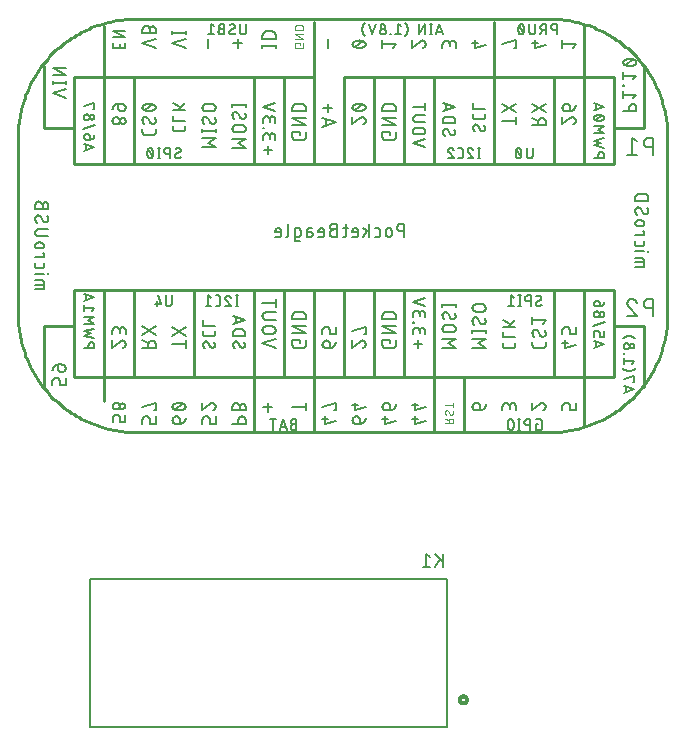
<source format=gbr>
G04 EAGLE Gerber RS-274X export*
G75*
%MOMM*%
%FSLAX34Y34*%
%LPD*%
%INSilkscreen Bottom*%
%IPPOS*%
%AMOC8*
5,1,8,0,0,1.08239X$1,22.5*%
G01*
%ADD10C,0.127000*%
%ADD11C,0.300000*%
%ADD12C,0.152400*%
%ADD13C,0.254000*%
%ADD14C,0.101600*%
%ADD15C,0.203200*%


D10*
X374700Y148900D02*
X72600Y148900D01*
X72600Y23500D01*
X374700Y23500D01*
X374700Y148900D01*
D11*
X385600Y46800D02*
X385602Y46909D01*
X385608Y47018D01*
X385618Y47126D01*
X385632Y47234D01*
X385649Y47342D01*
X385671Y47449D01*
X385696Y47555D01*
X385726Y47659D01*
X385759Y47763D01*
X385796Y47866D01*
X385836Y47967D01*
X385880Y48066D01*
X385928Y48164D01*
X385980Y48261D01*
X386034Y48355D01*
X386092Y48447D01*
X386154Y48537D01*
X386219Y48624D01*
X386286Y48710D01*
X386357Y48793D01*
X386431Y48873D01*
X386508Y48950D01*
X386587Y49025D01*
X386669Y49096D01*
X386754Y49165D01*
X386841Y49230D01*
X386930Y49293D01*
X387022Y49351D01*
X387116Y49407D01*
X387211Y49459D01*
X387309Y49508D01*
X387408Y49553D01*
X387509Y49595D01*
X387611Y49632D01*
X387714Y49666D01*
X387819Y49697D01*
X387925Y49723D01*
X388031Y49746D01*
X388139Y49764D01*
X388247Y49779D01*
X388355Y49790D01*
X388464Y49797D01*
X388573Y49800D01*
X388682Y49799D01*
X388791Y49794D01*
X388899Y49785D01*
X389007Y49772D01*
X389115Y49755D01*
X389222Y49735D01*
X389328Y49710D01*
X389433Y49682D01*
X389537Y49650D01*
X389640Y49614D01*
X389742Y49574D01*
X389842Y49531D01*
X389940Y49484D01*
X390037Y49434D01*
X390131Y49380D01*
X390224Y49322D01*
X390315Y49262D01*
X390403Y49198D01*
X390489Y49131D01*
X390572Y49061D01*
X390653Y48988D01*
X390731Y48912D01*
X390806Y48833D01*
X390879Y48751D01*
X390948Y48667D01*
X391014Y48581D01*
X391077Y48492D01*
X391137Y48401D01*
X391194Y48308D01*
X391247Y48213D01*
X391296Y48116D01*
X391342Y48017D01*
X391384Y47917D01*
X391423Y47815D01*
X391458Y47711D01*
X391489Y47607D01*
X391517Y47502D01*
X391540Y47395D01*
X391560Y47288D01*
X391576Y47180D01*
X391588Y47072D01*
X391596Y46963D01*
X391600Y46854D01*
X391600Y46746D01*
X391596Y46637D01*
X391588Y46528D01*
X391576Y46420D01*
X391560Y46312D01*
X391540Y46205D01*
X391517Y46098D01*
X391489Y45993D01*
X391458Y45889D01*
X391423Y45785D01*
X391384Y45683D01*
X391342Y45583D01*
X391296Y45484D01*
X391247Y45387D01*
X391194Y45292D01*
X391137Y45199D01*
X391077Y45108D01*
X391014Y45019D01*
X390948Y44933D01*
X390879Y44849D01*
X390806Y44767D01*
X390731Y44688D01*
X390653Y44612D01*
X390572Y44539D01*
X390489Y44469D01*
X390403Y44402D01*
X390315Y44338D01*
X390224Y44278D01*
X390131Y44220D01*
X390037Y44166D01*
X389940Y44116D01*
X389842Y44069D01*
X389742Y44026D01*
X389640Y43986D01*
X389537Y43950D01*
X389433Y43918D01*
X389328Y43890D01*
X389222Y43865D01*
X389115Y43845D01*
X389007Y43828D01*
X388899Y43815D01*
X388791Y43806D01*
X388682Y43801D01*
X388573Y43800D01*
X388464Y43803D01*
X388355Y43810D01*
X388247Y43821D01*
X388139Y43836D01*
X388031Y43854D01*
X387925Y43877D01*
X387819Y43903D01*
X387714Y43934D01*
X387611Y43968D01*
X387509Y44005D01*
X387408Y44047D01*
X387309Y44092D01*
X387211Y44141D01*
X387116Y44193D01*
X387022Y44249D01*
X386930Y44307D01*
X386841Y44370D01*
X386754Y44435D01*
X386669Y44504D01*
X386587Y44575D01*
X386508Y44650D01*
X386431Y44727D01*
X386357Y44807D01*
X386286Y44890D01*
X386219Y44976D01*
X386154Y45063D01*
X386092Y45153D01*
X386034Y45245D01*
X385980Y45339D01*
X385928Y45436D01*
X385880Y45534D01*
X385836Y45633D01*
X385796Y45734D01*
X385759Y45837D01*
X385726Y45941D01*
X385696Y46045D01*
X385671Y46151D01*
X385649Y46258D01*
X385632Y46366D01*
X385618Y46474D01*
X385608Y46582D01*
X385602Y46691D01*
X385600Y46800D01*
D12*
X371244Y159539D02*
X371244Y170715D01*
X365035Y170715D02*
X371244Y163885D01*
X368760Y166368D02*
X365035Y159539D01*
X360407Y168231D02*
X357302Y170715D01*
X357302Y159539D01*
X354198Y159539D02*
X360407Y159539D01*
D13*
X461430Y273570D02*
X111430Y273570D01*
X109014Y273599D01*
X106599Y273687D01*
X104187Y273833D01*
X101779Y274037D01*
X99376Y274299D01*
X96981Y274619D01*
X94594Y274997D01*
X92217Y275433D01*
X89852Y275926D01*
X87498Y276476D01*
X85159Y277082D01*
X82835Y277745D01*
X80528Y278464D01*
X78239Y279239D01*
X75970Y280068D01*
X73721Y280953D01*
X71494Y281891D01*
X69290Y282883D01*
X67111Y283927D01*
X64958Y285024D01*
X62832Y286173D01*
X60734Y287373D01*
X58666Y288623D01*
X56629Y289923D01*
X54624Y291272D01*
X52651Y292668D01*
X50714Y294112D01*
X48811Y295603D01*
X46946Y297138D01*
X45118Y298719D01*
X43328Y300343D01*
X41579Y302010D01*
X39870Y303719D01*
X38203Y305468D01*
X36579Y307258D01*
X34998Y309086D01*
X33463Y310951D01*
X31972Y312854D01*
X30528Y314791D01*
X29132Y316764D01*
X27783Y318769D01*
X26483Y320806D01*
X25233Y322874D01*
X24033Y324972D01*
X22884Y327098D01*
X21787Y329251D01*
X20743Y331430D01*
X19751Y333634D01*
X18813Y335861D01*
X17928Y338110D01*
X17099Y340379D01*
X16324Y342668D01*
X15605Y344975D01*
X14942Y347299D01*
X14336Y349638D01*
X13786Y351992D01*
X13293Y354357D01*
X12857Y356734D01*
X12479Y359121D01*
X12159Y361516D01*
X11897Y363919D01*
X11693Y366327D01*
X11547Y368739D01*
X11459Y371154D01*
X11430Y373570D01*
X11430Y523570D01*
X11459Y525986D01*
X11547Y528401D01*
X11693Y530813D01*
X11897Y533221D01*
X12159Y535624D01*
X12479Y538019D01*
X12857Y540406D01*
X13293Y542783D01*
X13786Y545148D01*
X14336Y547502D01*
X14942Y549841D01*
X15605Y552165D01*
X16324Y554472D01*
X17099Y556761D01*
X17928Y559030D01*
X18813Y561279D01*
X19751Y563506D01*
X20743Y565710D01*
X21787Y567889D01*
X22884Y570042D01*
X24033Y572168D01*
X25233Y574266D01*
X26483Y576334D01*
X27783Y578371D01*
X29132Y580376D01*
X30528Y582349D01*
X31972Y584286D01*
X33463Y586189D01*
X34998Y588054D01*
X36579Y589882D01*
X38203Y591672D01*
X39870Y593421D01*
X41579Y595130D01*
X43328Y596797D01*
X45118Y598421D01*
X46946Y600002D01*
X48811Y601537D01*
X50714Y603028D01*
X52651Y604472D01*
X54624Y605868D01*
X56629Y607217D01*
X58666Y608517D01*
X60734Y609767D01*
X62832Y610967D01*
X64958Y612116D01*
X67111Y613213D01*
X69290Y614257D01*
X71494Y615249D01*
X73721Y616187D01*
X75970Y617072D01*
X78239Y617901D01*
X80528Y618676D01*
X82835Y619395D01*
X85159Y620058D01*
X87498Y620664D01*
X89852Y621214D01*
X92217Y621707D01*
X94594Y622143D01*
X96981Y622521D01*
X99376Y622841D01*
X101779Y623103D01*
X104187Y623307D01*
X106599Y623453D01*
X109014Y623541D01*
X111430Y623570D01*
X461430Y623570D01*
X463846Y623541D01*
X466261Y623453D01*
X468673Y623307D01*
X471081Y623103D01*
X473484Y622841D01*
X475879Y622521D01*
X478266Y622143D01*
X480643Y621707D01*
X483008Y621214D01*
X485362Y620664D01*
X487701Y620058D01*
X490025Y619395D01*
X492332Y618676D01*
X494621Y617901D01*
X496890Y617072D01*
X499139Y616187D01*
X501366Y615249D01*
X503570Y614257D01*
X505749Y613213D01*
X507902Y612116D01*
X510028Y610967D01*
X512126Y609767D01*
X514194Y608517D01*
X516231Y607217D01*
X518236Y605868D01*
X520209Y604472D01*
X522146Y603028D01*
X524049Y601537D01*
X525914Y600002D01*
X527742Y598421D01*
X529532Y596797D01*
X531281Y595130D01*
X532990Y593421D01*
X534657Y591672D01*
X536281Y589882D01*
X537862Y588054D01*
X539397Y586189D01*
X540888Y584286D01*
X542332Y582349D01*
X543728Y580376D01*
X545077Y578371D01*
X546377Y576334D01*
X547627Y574266D01*
X548827Y572168D01*
X549976Y570042D01*
X551073Y567889D01*
X552117Y565710D01*
X553109Y563506D01*
X554047Y561279D01*
X554932Y559030D01*
X555761Y556761D01*
X556536Y554472D01*
X557255Y552165D01*
X557918Y549841D01*
X558524Y547502D01*
X559074Y545148D01*
X559567Y542783D01*
X560003Y540406D01*
X560381Y538019D01*
X560701Y535624D01*
X560963Y533221D01*
X561167Y530813D01*
X561313Y528401D01*
X561401Y525986D01*
X561430Y523570D01*
X561430Y373570D01*
X561401Y371154D01*
X561313Y368739D01*
X561167Y366327D01*
X560963Y363919D01*
X560701Y361516D01*
X560381Y359121D01*
X560003Y356734D01*
X559567Y354357D01*
X559074Y351992D01*
X558524Y349638D01*
X557918Y347299D01*
X557255Y344975D01*
X556536Y342668D01*
X555761Y340379D01*
X554932Y338110D01*
X554047Y335861D01*
X553109Y333634D01*
X552117Y331430D01*
X551073Y329251D01*
X549976Y327098D01*
X548827Y324972D01*
X547627Y322874D01*
X546377Y320806D01*
X545077Y318769D01*
X543728Y316764D01*
X542332Y314791D01*
X540888Y312854D01*
X539397Y310951D01*
X537862Y309086D01*
X536281Y307258D01*
X534657Y305468D01*
X532990Y303719D01*
X531281Y302010D01*
X529532Y300343D01*
X527742Y298719D01*
X525914Y297138D01*
X524049Y295603D01*
X522146Y294112D01*
X520209Y292668D01*
X518236Y291272D01*
X516231Y289923D01*
X514194Y288623D01*
X512126Y287373D01*
X510028Y286173D01*
X507902Y285024D01*
X505749Y283927D01*
X503570Y282883D01*
X501366Y281891D01*
X499139Y280953D01*
X496890Y280068D01*
X494621Y279239D01*
X492332Y278464D01*
X490025Y277745D01*
X487701Y277082D01*
X485362Y276476D01*
X483008Y275926D01*
X480643Y275433D01*
X478266Y274997D01*
X475879Y274619D01*
X473484Y274299D01*
X471081Y274037D01*
X468673Y273833D01*
X466261Y273687D01*
X463846Y273599D01*
X461430Y273570D01*
D12*
X338751Y438912D02*
X338751Y450088D01*
X335647Y450088D01*
X335536Y450086D01*
X335426Y450080D01*
X335315Y450070D01*
X335205Y450056D01*
X335096Y450039D01*
X334987Y450017D01*
X334879Y449992D01*
X334773Y449962D01*
X334667Y449929D01*
X334562Y449892D01*
X334459Y449852D01*
X334358Y449807D01*
X334258Y449760D01*
X334159Y449708D01*
X334063Y449653D01*
X333969Y449595D01*
X333877Y449534D01*
X333787Y449469D01*
X333699Y449401D01*
X333614Y449330D01*
X333532Y449256D01*
X333452Y449179D01*
X333375Y449099D01*
X333301Y449017D01*
X333230Y448932D01*
X333162Y448844D01*
X333097Y448754D01*
X333036Y448662D01*
X332978Y448568D01*
X332923Y448472D01*
X332871Y448373D01*
X332824Y448273D01*
X332779Y448172D01*
X332739Y448069D01*
X332702Y447964D01*
X332669Y447858D01*
X332639Y447752D01*
X332614Y447644D01*
X332592Y447535D01*
X332575Y447426D01*
X332561Y447316D01*
X332551Y447205D01*
X332545Y447095D01*
X332543Y446984D01*
X332545Y446873D01*
X332551Y446763D01*
X332561Y446652D01*
X332575Y446542D01*
X332592Y446433D01*
X332614Y446324D01*
X332639Y446216D01*
X332669Y446110D01*
X332702Y446004D01*
X332739Y445899D01*
X332779Y445796D01*
X332824Y445695D01*
X332871Y445595D01*
X332923Y445496D01*
X332978Y445400D01*
X333036Y445306D01*
X333097Y445214D01*
X333162Y445124D01*
X333230Y445036D01*
X333301Y444951D01*
X333375Y444869D01*
X333452Y444789D01*
X333532Y444712D01*
X333614Y444638D01*
X333699Y444567D01*
X333787Y444499D01*
X333877Y444434D01*
X333969Y444373D01*
X334063Y444315D01*
X334159Y444260D01*
X334258Y444208D01*
X334358Y444161D01*
X334459Y444116D01*
X334562Y444076D01*
X334667Y444039D01*
X334773Y444006D01*
X334879Y443976D01*
X334987Y443951D01*
X335096Y443929D01*
X335205Y443912D01*
X335315Y443898D01*
X335426Y443888D01*
X335536Y443882D01*
X335647Y443880D01*
X335647Y443879D02*
X338751Y443879D01*
X328055Y443879D02*
X328055Y441396D01*
X328055Y443879D02*
X328053Y443978D01*
X328047Y444076D01*
X328037Y444175D01*
X328024Y444272D01*
X328006Y444370D01*
X327985Y444466D01*
X327959Y444562D01*
X327930Y444656D01*
X327898Y444749D01*
X327861Y444841D01*
X327821Y444931D01*
X327777Y445020D01*
X327730Y445107D01*
X327680Y445192D01*
X327626Y445274D01*
X327569Y445355D01*
X327509Y445433D01*
X327445Y445509D01*
X327379Y445582D01*
X327310Y445653D01*
X327238Y445721D01*
X327163Y445785D01*
X327086Y445847D01*
X327007Y445906D01*
X326925Y445961D01*
X326841Y446014D01*
X326756Y446062D01*
X326668Y446108D01*
X326578Y446150D01*
X326487Y446188D01*
X326395Y446222D01*
X326301Y446253D01*
X326206Y446280D01*
X326110Y446304D01*
X326013Y446323D01*
X325916Y446339D01*
X325818Y446351D01*
X325719Y446359D01*
X325620Y446363D01*
X325522Y446363D01*
X325423Y446359D01*
X325324Y446351D01*
X325226Y446339D01*
X325129Y446323D01*
X325032Y446304D01*
X324936Y446280D01*
X324841Y446253D01*
X324747Y446222D01*
X324655Y446188D01*
X324564Y446150D01*
X324474Y446108D01*
X324386Y446062D01*
X324301Y446014D01*
X324217Y445961D01*
X324135Y445906D01*
X324056Y445847D01*
X323979Y445785D01*
X323904Y445721D01*
X323832Y445653D01*
X323763Y445582D01*
X323697Y445509D01*
X323633Y445433D01*
X323573Y445355D01*
X323516Y445274D01*
X323462Y445192D01*
X323412Y445107D01*
X323365Y445020D01*
X323321Y444931D01*
X323281Y444841D01*
X323244Y444749D01*
X323212Y444656D01*
X323183Y444562D01*
X323157Y444466D01*
X323136Y444370D01*
X323118Y444272D01*
X323105Y444175D01*
X323095Y444076D01*
X323089Y443978D01*
X323087Y443879D01*
X323088Y443879D02*
X323088Y441396D01*
X323087Y441396D02*
X323089Y441297D01*
X323095Y441199D01*
X323105Y441100D01*
X323118Y441003D01*
X323136Y440905D01*
X323157Y440809D01*
X323183Y440713D01*
X323212Y440619D01*
X323244Y440526D01*
X323281Y440434D01*
X323321Y440344D01*
X323365Y440255D01*
X323412Y440168D01*
X323462Y440083D01*
X323516Y440001D01*
X323573Y439920D01*
X323633Y439842D01*
X323697Y439766D01*
X323763Y439693D01*
X323832Y439622D01*
X323904Y439554D01*
X323979Y439490D01*
X324056Y439428D01*
X324135Y439369D01*
X324217Y439314D01*
X324301Y439261D01*
X324386Y439213D01*
X324474Y439167D01*
X324564Y439125D01*
X324655Y439087D01*
X324747Y439053D01*
X324841Y439022D01*
X324936Y438995D01*
X325032Y438971D01*
X325129Y438952D01*
X325226Y438936D01*
X325324Y438924D01*
X325423Y438916D01*
X325522Y438912D01*
X325620Y438912D01*
X325719Y438916D01*
X325818Y438924D01*
X325916Y438936D01*
X326013Y438952D01*
X326110Y438971D01*
X326206Y438995D01*
X326301Y439022D01*
X326395Y439053D01*
X326487Y439087D01*
X326578Y439125D01*
X326668Y439167D01*
X326756Y439213D01*
X326841Y439261D01*
X326925Y439314D01*
X327007Y439369D01*
X327086Y439428D01*
X327163Y439490D01*
X327238Y439554D01*
X327310Y439622D01*
X327379Y439693D01*
X327445Y439766D01*
X327509Y439842D01*
X327569Y439920D01*
X327626Y440001D01*
X327680Y440083D01*
X327730Y440168D01*
X327777Y440255D01*
X327821Y440344D01*
X327861Y440434D01*
X327898Y440526D01*
X327930Y440619D01*
X327959Y440713D01*
X327985Y440809D01*
X328006Y440905D01*
X328024Y441003D01*
X328037Y441100D01*
X328047Y441199D01*
X328053Y441297D01*
X328055Y441396D01*
X316270Y438912D02*
X313786Y438912D01*
X316270Y438912D02*
X316354Y438914D01*
X316437Y438920D01*
X316520Y438929D01*
X316603Y438942D01*
X316685Y438959D01*
X316766Y438979D01*
X316846Y439003D01*
X316925Y439031D01*
X317002Y439062D01*
X317078Y439096D01*
X317153Y439134D01*
X317226Y439176D01*
X317296Y439220D01*
X317365Y439268D01*
X317432Y439318D01*
X317496Y439372D01*
X317557Y439428D01*
X317617Y439488D01*
X317673Y439549D01*
X317727Y439613D01*
X317777Y439680D01*
X317825Y439749D01*
X317869Y439819D01*
X317911Y439892D01*
X317949Y439967D01*
X317983Y440043D01*
X318014Y440120D01*
X318042Y440199D01*
X318066Y440279D01*
X318086Y440360D01*
X318103Y440442D01*
X318116Y440525D01*
X318126Y440608D01*
X318131Y440691D01*
X318133Y440775D01*
X318132Y440775D02*
X318132Y444500D01*
X318133Y444500D02*
X318131Y444584D01*
X318126Y444667D01*
X318116Y444750D01*
X318103Y444833D01*
X318086Y444915D01*
X318066Y444996D01*
X318042Y445076D01*
X318014Y445155D01*
X317983Y445232D01*
X317949Y445308D01*
X317911Y445383D01*
X317869Y445456D01*
X317825Y445526D01*
X317777Y445595D01*
X317727Y445662D01*
X317673Y445726D01*
X317617Y445787D01*
X317557Y445847D01*
X317496Y445903D01*
X317432Y445957D01*
X317365Y446007D01*
X317296Y446055D01*
X317226Y446099D01*
X317153Y446141D01*
X317078Y446179D01*
X317002Y446213D01*
X316925Y446244D01*
X316846Y446272D01*
X316766Y446296D01*
X316685Y446316D01*
X316603Y446333D01*
X316520Y446346D01*
X316437Y446356D01*
X316354Y446361D01*
X316270Y446363D01*
X313786Y446363D01*
X308836Y450088D02*
X308836Y438912D01*
X308836Y442637D02*
X303868Y446363D01*
X306662Y444190D02*
X303868Y438912D01*
X297617Y438912D02*
X294513Y438912D01*
X297617Y438912D02*
X297701Y438914D01*
X297784Y438920D01*
X297867Y438929D01*
X297950Y438942D01*
X298032Y438959D01*
X298113Y438979D01*
X298193Y439003D01*
X298272Y439031D01*
X298349Y439062D01*
X298425Y439096D01*
X298500Y439134D01*
X298573Y439176D01*
X298643Y439220D01*
X298712Y439268D01*
X298779Y439318D01*
X298843Y439372D01*
X298904Y439428D01*
X298964Y439488D01*
X299020Y439549D01*
X299074Y439613D01*
X299124Y439680D01*
X299172Y439749D01*
X299216Y439819D01*
X299258Y439892D01*
X299296Y439967D01*
X299330Y440043D01*
X299361Y440120D01*
X299389Y440199D01*
X299413Y440279D01*
X299433Y440360D01*
X299450Y440442D01*
X299463Y440525D01*
X299473Y440608D01*
X299478Y440691D01*
X299480Y440775D01*
X299480Y443879D01*
X299478Y443978D01*
X299472Y444076D01*
X299462Y444175D01*
X299449Y444272D01*
X299431Y444370D01*
X299410Y444466D01*
X299384Y444562D01*
X299355Y444656D01*
X299323Y444749D01*
X299286Y444841D01*
X299246Y444931D01*
X299202Y445020D01*
X299155Y445107D01*
X299105Y445192D01*
X299051Y445274D01*
X298994Y445355D01*
X298934Y445433D01*
X298870Y445509D01*
X298804Y445582D01*
X298735Y445653D01*
X298663Y445721D01*
X298588Y445785D01*
X298511Y445847D01*
X298432Y445906D01*
X298350Y445961D01*
X298266Y446014D01*
X298181Y446062D01*
X298093Y446108D01*
X298003Y446150D01*
X297912Y446188D01*
X297820Y446222D01*
X297726Y446253D01*
X297631Y446280D01*
X297535Y446304D01*
X297438Y446323D01*
X297341Y446339D01*
X297243Y446351D01*
X297144Y446359D01*
X297045Y446363D01*
X296947Y446363D01*
X296848Y446359D01*
X296749Y446351D01*
X296651Y446339D01*
X296554Y446323D01*
X296457Y446304D01*
X296361Y446280D01*
X296266Y446253D01*
X296172Y446222D01*
X296080Y446188D01*
X295989Y446150D01*
X295899Y446108D01*
X295811Y446062D01*
X295726Y446014D01*
X295642Y445961D01*
X295560Y445906D01*
X295481Y445847D01*
X295404Y445785D01*
X295329Y445721D01*
X295257Y445653D01*
X295188Y445582D01*
X295122Y445509D01*
X295058Y445433D01*
X294998Y445355D01*
X294941Y445274D01*
X294887Y445192D01*
X294837Y445107D01*
X294790Y445020D01*
X294746Y444931D01*
X294706Y444841D01*
X294669Y444749D01*
X294637Y444656D01*
X294608Y444562D01*
X294582Y444466D01*
X294561Y444370D01*
X294543Y444272D01*
X294530Y444175D01*
X294520Y444076D01*
X294514Y443978D01*
X294512Y443879D01*
X294513Y443879D02*
X294513Y442637D01*
X299480Y442637D01*
X290592Y446363D02*
X286867Y446363D01*
X289351Y450088D02*
X289351Y440775D01*
X289349Y440691D01*
X289343Y440608D01*
X289334Y440525D01*
X289321Y440442D01*
X289304Y440360D01*
X289284Y440279D01*
X289260Y440199D01*
X289232Y440120D01*
X289201Y440043D01*
X289167Y439967D01*
X289129Y439892D01*
X289087Y439819D01*
X289043Y439749D01*
X288995Y439680D01*
X288945Y439613D01*
X288891Y439549D01*
X288835Y439488D01*
X288775Y439428D01*
X288714Y439372D01*
X288650Y439318D01*
X288583Y439268D01*
X288514Y439220D01*
X288444Y439176D01*
X288371Y439134D01*
X288296Y439096D01*
X288220Y439062D01*
X288143Y439031D01*
X288064Y439003D01*
X287984Y438979D01*
X287903Y438959D01*
X287821Y438942D01*
X287738Y438929D01*
X287655Y438919D01*
X287572Y438914D01*
X287488Y438912D01*
X286867Y438912D01*
X281601Y445121D02*
X278497Y445121D01*
X278497Y445120D02*
X278386Y445118D01*
X278276Y445112D01*
X278165Y445102D01*
X278055Y445088D01*
X277946Y445071D01*
X277837Y445049D01*
X277729Y445024D01*
X277623Y444994D01*
X277517Y444961D01*
X277412Y444924D01*
X277309Y444884D01*
X277208Y444839D01*
X277108Y444792D01*
X277009Y444740D01*
X276913Y444685D01*
X276819Y444627D01*
X276727Y444566D01*
X276637Y444501D01*
X276549Y444433D01*
X276464Y444362D01*
X276382Y444288D01*
X276302Y444211D01*
X276225Y444131D01*
X276151Y444049D01*
X276080Y443964D01*
X276012Y443876D01*
X275947Y443786D01*
X275886Y443694D01*
X275828Y443600D01*
X275773Y443504D01*
X275721Y443405D01*
X275674Y443305D01*
X275629Y443204D01*
X275589Y443101D01*
X275552Y442996D01*
X275519Y442890D01*
X275489Y442784D01*
X275464Y442676D01*
X275442Y442567D01*
X275425Y442458D01*
X275411Y442348D01*
X275401Y442237D01*
X275395Y442127D01*
X275393Y442016D01*
X275395Y441905D01*
X275401Y441795D01*
X275411Y441684D01*
X275425Y441574D01*
X275442Y441465D01*
X275464Y441356D01*
X275489Y441248D01*
X275519Y441142D01*
X275552Y441036D01*
X275589Y440931D01*
X275629Y440828D01*
X275674Y440727D01*
X275721Y440627D01*
X275773Y440528D01*
X275828Y440432D01*
X275886Y440338D01*
X275947Y440246D01*
X276012Y440156D01*
X276080Y440068D01*
X276151Y439983D01*
X276225Y439901D01*
X276302Y439821D01*
X276382Y439744D01*
X276464Y439670D01*
X276549Y439599D01*
X276637Y439531D01*
X276727Y439466D01*
X276819Y439405D01*
X276913Y439347D01*
X277009Y439292D01*
X277108Y439240D01*
X277208Y439193D01*
X277309Y439148D01*
X277412Y439108D01*
X277517Y439071D01*
X277623Y439038D01*
X277729Y439008D01*
X277837Y438983D01*
X277946Y438961D01*
X278055Y438944D01*
X278165Y438930D01*
X278276Y438920D01*
X278386Y438914D01*
X278497Y438912D01*
X281601Y438912D01*
X281601Y450088D01*
X278497Y450088D01*
X278398Y450086D01*
X278300Y450080D01*
X278201Y450070D01*
X278104Y450057D01*
X278006Y450039D01*
X277910Y450018D01*
X277814Y449992D01*
X277720Y449963D01*
X277627Y449931D01*
X277535Y449894D01*
X277445Y449854D01*
X277356Y449810D01*
X277269Y449763D01*
X277184Y449713D01*
X277102Y449659D01*
X277021Y449602D01*
X276943Y449542D01*
X276867Y449478D01*
X276794Y449412D01*
X276723Y449343D01*
X276655Y449271D01*
X276591Y449196D01*
X276529Y449119D01*
X276470Y449040D01*
X276415Y448958D01*
X276362Y448874D01*
X276314Y448789D01*
X276268Y448701D01*
X276226Y448611D01*
X276188Y448520D01*
X276154Y448428D01*
X276123Y448334D01*
X276096Y448239D01*
X276072Y448143D01*
X276053Y448046D01*
X276037Y447949D01*
X276025Y447851D01*
X276017Y447752D01*
X276013Y447653D01*
X276013Y447555D01*
X276017Y447456D01*
X276025Y447357D01*
X276037Y447259D01*
X276053Y447162D01*
X276072Y447065D01*
X276096Y446969D01*
X276123Y446874D01*
X276154Y446780D01*
X276188Y446688D01*
X276226Y446597D01*
X276268Y446507D01*
X276314Y446419D01*
X276362Y446334D01*
X276415Y446250D01*
X276470Y446168D01*
X276529Y446089D01*
X276591Y446012D01*
X276655Y445937D01*
X276723Y445865D01*
X276794Y445796D01*
X276867Y445730D01*
X276943Y445666D01*
X277021Y445606D01*
X277102Y445549D01*
X277184Y445495D01*
X277269Y445445D01*
X277356Y445398D01*
X277445Y445354D01*
X277535Y445314D01*
X277627Y445277D01*
X277720Y445245D01*
X277814Y445216D01*
X277910Y445190D01*
X278006Y445169D01*
X278104Y445151D01*
X278201Y445138D01*
X278300Y445128D01*
X278398Y445122D01*
X278497Y445120D01*
X269042Y438912D02*
X265938Y438912D01*
X269042Y438912D02*
X269126Y438914D01*
X269209Y438920D01*
X269292Y438929D01*
X269375Y438942D01*
X269457Y438959D01*
X269538Y438979D01*
X269618Y439003D01*
X269697Y439031D01*
X269774Y439062D01*
X269850Y439096D01*
X269925Y439134D01*
X269998Y439176D01*
X270068Y439220D01*
X270137Y439268D01*
X270204Y439318D01*
X270268Y439372D01*
X270329Y439428D01*
X270389Y439488D01*
X270445Y439549D01*
X270499Y439613D01*
X270549Y439680D01*
X270597Y439749D01*
X270641Y439819D01*
X270683Y439892D01*
X270721Y439967D01*
X270755Y440043D01*
X270786Y440120D01*
X270814Y440199D01*
X270838Y440279D01*
X270858Y440360D01*
X270875Y440442D01*
X270888Y440525D01*
X270898Y440608D01*
X270903Y440691D01*
X270905Y440775D01*
X270905Y443879D01*
X270903Y443978D01*
X270897Y444076D01*
X270887Y444175D01*
X270874Y444272D01*
X270856Y444370D01*
X270835Y444466D01*
X270809Y444562D01*
X270780Y444656D01*
X270748Y444749D01*
X270711Y444841D01*
X270671Y444931D01*
X270627Y445020D01*
X270580Y445107D01*
X270530Y445192D01*
X270476Y445274D01*
X270419Y445355D01*
X270359Y445433D01*
X270295Y445509D01*
X270229Y445582D01*
X270160Y445653D01*
X270088Y445721D01*
X270013Y445785D01*
X269936Y445847D01*
X269857Y445906D01*
X269775Y445961D01*
X269691Y446014D01*
X269606Y446062D01*
X269518Y446108D01*
X269428Y446150D01*
X269337Y446188D01*
X269245Y446222D01*
X269151Y446253D01*
X269056Y446280D01*
X268960Y446304D01*
X268863Y446323D01*
X268766Y446339D01*
X268668Y446351D01*
X268569Y446359D01*
X268470Y446363D01*
X268372Y446363D01*
X268273Y446359D01*
X268174Y446351D01*
X268076Y446339D01*
X267979Y446323D01*
X267882Y446304D01*
X267786Y446280D01*
X267691Y446253D01*
X267597Y446222D01*
X267505Y446188D01*
X267414Y446150D01*
X267324Y446108D01*
X267236Y446062D01*
X267151Y446014D01*
X267067Y445961D01*
X266985Y445906D01*
X266906Y445847D01*
X266829Y445785D01*
X266754Y445721D01*
X266682Y445653D01*
X266613Y445582D01*
X266547Y445509D01*
X266483Y445433D01*
X266423Y445355D01*
X266366Y445274D01*
X266312Y445192D01*
X266262Y445107D01*
X266215Y445020D01*
X266171Y444931D01*
X266131Y444841D01*
X266094Y444749D01*
X266062Y444656D01*
X266033Y444562D01*
X266007Y444466D01*
X265986Y444370D01*
X265968Y444272D01*
X265955Y444175D01*
X265945Y444076D01*
X265939Y443978D01*
X265937Y443879D01*
X265938Y443879D02*
X265938Y442637D01*
X270905Y442637D01*
X258900Y443258D02*
X256106Y443258D01*
X258900Y443258D02*
X258992Y443256D01*
X259084Y443250D01*
X259176Y443240D01*
X259267Y443227D01*
X259358Y443209D01*
X259448Y443188D01*
X259536Y443163D01*
X259624Y443134D01*
X259710Y443101D01*
X259795Y443065D01*
X259878Y443025D01*
X259960Y442982D01*
X260039Y442935D01*
X260117Y442885D01*
X260192Y442832D01*
X260265Y442776D01*
X260336Y442716D01*
X260404Y442654D01*
X260469Y442589D01*
X260531Y442521D01*
X260591Y442450D01*
X260647Y442377D01*
X260700Y442302D01*
X260750Y442224D01*
X260797Y442145D01*
X260840Y442063D01*
X260880Y441980D01*
X260916Y441895D01*
X260949Y441809D01*
X260978Y441721D01*
X261003Y441633D01*
X261024Y441543D01*
X261042Y441452D01*
X261055Y441361D01*
X261065Y441269D01*
X261071Y441177D01*
X261073Y441085D01*
X261071Y440993D01*
X261065Y440901D01*
X261055Y440809D01*
X261042Y440718D01*
X261024Y440627D01*
X261003Y440537D01*
X260978Y440449D01*
X260949Y440361D01*
X260916Y440275D01*
X260880Y440190D01*
X260840Y440107D01*
X260797Y440025D01*
X260750Y439946D01*
X260700Y439868D01*
X260647Y439793D01*
X260591Y439720D01*
X260531Y439649D01*
X260469Y439581D01*
X260404Y439516D01*
X260336Y439454D01*
X260265Y439394D01*
X260192Y439338D01*
X260117Y439285D01*
X260039Y439235D01*
X259960Y439188D01*
X259878Y439145D01*
X259795Y439105D01*
X259710Y439069D01*
X259624Y439036D01*
X259536Y439007D01*
X259448Y438982D01*
X259358Y438961D01*
X259267Y438943D01*
X259176Y438930D01*
X259084Y438920D01*
X258992Y438914D01*
X258900Y438912D01*
X256106Y438912D01*
X256106Y444500D01*
X256105Y444500D02*
X256107Y444584D01*
X256113Y444667D01*
X256122Y444750D01*
X256135Y444833D01*
X256152Y444915D01*
X256172Y444996D01*
X256196Y445076D01*
X256224Y445155D01*
X256255Y445232D01*
X256289Y445308D01*
X256327Y445383D01*
X256369Y445456D01*
X256413Y445526D01*
X256461Y445595D01*
X256511Y445662D01*
X256565Y445726D01*
X256621Y445787D01*
X256681Y445847D01*
X256742Y445903D01*
X256806Y445957D01*
X256873Y446007D01*
X256942Y446055D01*
X257012Y446099D01*
X257085Y446141D01*
X257160Y446179D01*
X257236Y446213D01*
X257313Y446244D01*
X257392Y446272D01*
X257472Y446296D01*
X257553Y446316D01*
X257635Y446333D01*
X257718Y446346D01*
X257801Y446356D01*
X257884Y446361D01*
X257968Y446363D01*
X260452Y446363D01*
X248923Y438912D02*
X245819Y438912D01*
X248923Y438912D02*
X249007Y438914D01*
X249090Y438920D01*
X249173Y438929D01*
X249256Y438942D01*
X249338Y438959D01*
X249419Y438979D01*
X249499Y439003D01*
X249578Y439031D01*
X249655Y439062D01*
X249731Y439096D01*
X249806Y439134D01*
X249879Y439176D01*
X249949Y439220D01*
X250018Y439268D01*
X250085Y439318D01*
X250149Y439372D01*
X250210Y439428D01*
X250270Y439488D01*
X250326Y439549D01*
X250380Y439613D01*
X250430Y439680D01*
X250478Y439749D01*
X250522Y439819D01*
X250564Y439892D01*
X250602Y439967D01*
X250636Y440043D01*
X250667Y440120D01*
X250695Y440199D01*
X250719Y440279D01*
X250739Y440360D01*
X250756Y440442D01*
X250769Y440525D01*
X250779Y440608D01*
X250784Y440691D01*
X250786Y440775D01*
X250786Y444500D01*
X250784Y444584D01*
X250779Y444667D01*
X250769Y444750D01*
X250756Y444833D01*
X250739Y444915D01*
X250719Y444996D01*
X250695Y445076D01*
X250667Y445155D01*
X250636Y445232D01*
X250602Y445308D01*
X250564Y445383D01*
X250522Y445456D01*
X250478Y445526D01*
X250430Y445595D01*
X250380Y445662D01*
X250326Y445726D01*
X250270Y445787D01*
X250210Y445847D01*
X250149Y445903D01*
X250085Y445957D01*
X250018Y446007D01*
X249949Y446055D01*
X249879Y446099D01*
X249806Y446141D01*
X249731Y446179D01*
X249655Y446213D01*
X249578Y446244D01*
X249499Y446272D01*
X249419Y446296D01*
X249338Y446316D01*
X249256Y446333D01*
X249173Y446346D01*
X249090Y446356D01*
X249007Y446361D01*
X248923Y446363D01*
X245819Y446363D01*
X245819Y437049D01*
X245818Y437049D02*
X245820Y436965D01*
X245825Y436882D01*
X245835Y436799D01*
X245848Y436716D01*
X245865Y436634D01*
X245885Y436553D01*
X245909Y436473D01*
X245937Y436394D01*
X245968Y436317D01*
X246002Y436241D01*
X246040Y436166D01*
X246082Y436093D01*
X246126Y436023D01*
X246174Y435954D01*
X246224Y435887D01*
X246278Y435823D01*
X246334Y435762D01*
X246394Y435702D01*
X246455Y435646D01*
X246519Y435592D01*
X246586Y435542D01*
X246655Y435494D01*
X246725Y435450D01*
X246798Y435408D01*
X246873Y435370D01*
X246949Y435336D01*
X247026Y435305D01*
X247105Y435277D01*
X247185Y435253D01*
X247266Y435233D01*
X247348Y435216D01*
X247431Y435203D01*
X247514Y435193D01*
X247597Y435188D01*
X247681Y435186D01*
X247681Y435187D02*
X250165Y435187D01*
X240333Y440775D02*
X240333Y450088D01*
X240334Y440775D02*
X240332Y440689D01*
X240326Y440603D01*
X240316Y440518D01*
X240302Y440433D01*
X240285Y440348D01*
X240263Y440265D01*
X240237Y440183D01*
X240208Y440102D01*
X240175Y440023D01*
X240139Y439945D01*
X240099Y439868D01*
X240055Y439794D01*
X240008Y439722D01*
X239958Y439652D01*
X239904Y439585D01*
X239848Y439520D01*
X239788Y439458D01*
X239726Y439398D01*
X239661Y439342D01*
X239594Y439288D01*
X239524Y439238D01*
X239452Y439191D01*
X239378Y439147D01*
X239301Y439107D01*
X239224Y439071D01*
X239144Y439038D01*
X239063Y439009D01*
X238981Y438983D01*
X238898Y438961D01*
X238813Y438944D01*
X238728Y438930D01*
X238643Y438920D01*
X238557Y438914D01*
X238471Y438912D01*
X232466Y438912D02*
X229362Y438912D01*
X232466Y438912D02*
X232550Y438914D01*
X232633Y438920D01*
X232716Y438929D01*
X232799Y438942D01*
X232881Y438959D01*
X232962Y438979D01*
X233042Y439003D01*
X233121Y439031D01*
X233198Y439062D01*
X233274Y439096D01*
X233349Y439134D01*
X233422Y439176D01*
X233492Y439220D01*
X233561Y439268D01*
X233628Y439318D01*
X233692Y439372D01*
X233753Y439428D01*
X233813Y439488D01*
X233869Y439549D01*
X233923Y439613D01*
X233973Y439680D01*
X234021Y439749D01*
X234065Y439819D01*
X234107Y439892D01*
X234145Y439967D01*
X234179Y440043D01*
X234210Y440120D01*
X234238Y440199D01*
X234262Y440279D01*
X234282Y440360D01*
X234299Y440442D01*
X234312Y440525D01*
X234322Y440608D01*
X234327Y440691D01*
X234329Y440775D01*
X234329Y443879D01*
X234330Y443879D02*
X234328Y443978D01*
X234322Y444076D01*
X234312Y444175D01*
X234299Y444272D01*
X234281Y444370D01*
X234260Y444466D01*
X234234Y444562D01*
X234205Y444656D01*
X234173Y444749D01*
X234136Y444841D01*
X234096Y444931D01*
X234052Y445020D01*
X234005Y445107D01*
X233955Y445192D01*
X233901Y445274D01*
X233844Y445355D01*
X233784Y445433D01*
X233720Y445509D01*
X233654Y445582D01*
X233585Y445653D01*
X233513Y445721D01*
X233438Y445785D01*
X233361Y445847D01*
X233282Y445906D01*
X233200Y445961D01*
X233116Y446014D01*
X233031Y446062D01*
X232943Y446108D01*
X232853Y446150D01*
X232762Y446188D01*
X232670Y446222D01*
X232576Y446253D01*
X232481Y446280D01*
X232385Y446304D01*
X232288Y446323D01*
X232191Y446339D01*
X232093Y446351D01*
X231994Y446359D01*
X231895Y446363D01*
X231797Y446363D01*
X231698Y446359D01*
X231599Y446351D01*
X231501Y446339D01*
X231404Y446323D01*
X231307Y446304D01*
X231211Y446280D01*
X231116Y446253D01*
X231022Y446222D01*
X230930Y446188D01*
X230839Y446150D01*
X230749Y446108D01*
X230661Y446062D01*
X230576Y446014D01*
X230492Y445961D01*
X230410Y445906D01*
X230331Y445847D01*
X230254Y445785D01*
X230179Y445721D01*
X230107Y445653D01*
X230038Y445582D01*
X229972Y445509D01*
X229908Y445433D01*
X229848Y445355D01*
X229791Y445274D01*
X229737Y445192D01*
X229687Y445107D01*
X229640Y445020D01*
X229596Y444931D01*
X229556Y444841D01*
X229519Y444749D01*
X229487Y444656D01*
X229458Y444562D01*
X229432Y444466D01*
X229411Y444370D01*
X229393Y444272D01*
X229380Y444175D01*
X229370Y444076D01*
X229364Y443978D01*
X229362Y443879D01*
X229362Y442637D01*
X234329Y442637D01*
X33613Y394751D02*
X26162Y394751D01*
X33613Y394751D02*
X33613Y400339D01*
X33611Y400423D01*
X33606Y400506D01*
X33596Y400589D01*
X33583Y400672D01*
X33566Y400754D01*
X33546Y400835D01*
X33522Y400915D01*
X33494Y400994D01*
X33463Y401071D01*
X33429Y401147D01*
X33391Y401222D01*
X33349Y401295D01*
X33305Y401365D01*
X33257Y401434D01*
X33207Y401501D01*
X33153Y401565D01*
X33097Y401626D01*
X33037Y401686D01*
X32976Y401742D01*
X32912Y401796D01*
X32845Y401846D01*
X32776Y401894D01*
X32706Y401938D01*
X32633Y401980D01*
X32558Y402018D01*
X32482Y402052D01*
X32405Y402083D01*
X32326Y402111D01*
X32246Y402135D01*
X32165Y402155D01*
X32083Y402172D01*
X32000Y402185D01*
X31917Y402195D01*
X31834Y402200D01*
X31750Y402202D01*
X26162Y402202D01*
X26162Y398477D02*
X33613Y398477D01*
X33613Y407621D02*
X26162Y407621D01*
X36717Y407310D02*
X37338Y407310D01*
X37338Y407931D01*
X36717Y407931D01*
X36717Y407310D01*
X26162Y414255D02*
X26162Y416739D01*
X26162Y414255D02*
X26164Y414171D01*
X26169Y414088D01*
X26179Y414005D01*
X26192Y413922D01*
X26209Y413840D01*
X26229Y413759D01*
X26253Y413679D01*
X26281Y413600D01*
X26312Y413523D01*
X26346Y413447D01*
X26384Y413372D01*
X26426Y413299D01*
X26470Y413229D01*
X26518Y413160D01*
X26568Y413093D01*
X26622Y413029D01*
X26678Y412968D01*
X26738Y412908D01*
X26799Y412852D01*
X26863Y412798D01*
X26930Y412748D01*
X26999Y412700D01*
X27069Y412656D01*
X27142Y412614D01*
X27217Y412576D01*
X27293Y412542D01*
X27370Y412511D01*
X27449Y412483D01*
X27529Y412459D01*
X27610Y412439D01*
X27692Y412422D01*
X27775Y412409D01*
X27858Y412399D01*
X27941Y412394D01*
X28025Y412392D01*
X28025Y412393D02*
X31750Y412393D01*
X31750Y412392D02*
X31834Y412394D01*
X31917Y412400D01*
X32000Y412409D01*
X32083Y412422D01*
X32165Y412439D01*
X32246Y412459D01*
X32326Y412483D01*
X32405Y412511D01*
X32482Y412542D01*
X32558Y412576D01*
X32633Y412614D01*
X32706Y412656D01*
X32776Y412700D01*
X32845Y412748D01*
X32912Y412798D01*
X32976Y412852D01*
X33037Y412908D01*
X33097Y412968D01*
X33153Y413029D01*
X33207Y413093D01*
X33257Y413160D01*
X33305Y413229D01*
X33349Y413299D01*
X33391Y413372D01*
X33429Y413447D01*
X33463Y413523D01*
X33494Y413600D01*
X33522Y413679D01*
X33546Y413759D01*
X33566Y413840D01*
X33583Y413922D01*
X33596Y414005D01*
X33606Y414088D01*
X33611Y414171D01*
X33613Y414255D01*
X33613Y416739D01*
X33613Y421603D02*
X26162Y421603D01*
X33613Y421603D02*
X33613Y425328D01*
X32371Y425328D01*
X31129Y429140D02*
X28646Y429140D01*
X31129Y429140D02*
X31228Y429142D01*
X31326Y429148D01*
X31425Y429158D01*
X31522Y429171D01*
X31620Y429189D01*
X31716Y429210D01*
X31812Y429236D01*
X31906Y429265D01*
X31999Y429297D01*
X32091Y429334D01*
X32181Y429374D01*
X32270Y429418D01*
X32357Y429465D01*
X32442Y429515D01*
X32524Y429569D01*
X32605Y429626D01*
X32683Y429686D01*
X32759Y429750D01*
X32832Y429816D01*
X32903Y429885D01*
X32971Y429957D01*
X33035Y430032D01*
X33097Y430109D01*
X33156Y430188D01*
X33211Y430270D01*
X33264Y430354D01*
X33312Y430439D01*
X33358Y430527D01*
X33400Y430617D01*
X33438Y430708D01*
X33472Y430800D01*
X33503Y430894D01*
X33530Y430989D01*
X33554Y431085D01*
X33573Y431182D01*
X33589Y431279D01*
X33601Y431377D01*
X33609Y431476D01*
X33613Y431575D01*
X33613Y431673D01*
X33609Y431772D01*
X33601Y431871D01*
X33589Y431969D01*
X33573Y432066D01*
X33554Y432163D01*
X33530Y432259D01*
X33503Y432354D01*
X33472Y432448D01*
X33438Y432540D01*
X33400Y432631D01*
X33358Y432721D01*
X33312Y432809D01*
X33264Y432894D01*
X33211Y432978D01*
X33156Y433060D01*
X33097Y433139D01*
X33035Y433216D01*
X32971Y433291D01*
X32903Y433363D01*
X32832Y433432D01*
X32759Y433498D01*
X32683Y433562D01*
X32605Y433622D01*
X32524Y433679D01*
X32442Y433733D01*
X32357Y433783D01*
X32270Y433830D01*
X32181Y433874D01*
X32091Y433914D01*
X31999Y433951D01*
X31906Y433983D01*
X31812Y434012D01*
X31716Y434038D01*
X31620Y434059D01*
X31522Y434077D01*
X31425Y434090D01*
X31326Y434100D01*
X31228Y434106D01*
X31129Y434108D01*
X31129Y434107D02*
X28646Y434107D01*
X28646Y434108D02*
X28547Y434106D01*
X28449Y434100D01*
X28350Y434090D01*
X28253Y434077D01*
X28155Y434059D01*
X28059Y434038D01*
X27963Y434012D01*
X27869Y433983D01*
X27776Y433951D01*
X27684Y433914D01*
X27594Y433874D01*
X27505Y433830D01*
X27418Y433783D01*
X27333Y433733D01*
X27251Y433679D01*
X27170Y433622D01*
X27092Y433562D01*
X27016Y433498D01*
X26943Y433432D01*
X26872Y433363D01*
X26804Y433291D01*
X26740Y433216D01*
X26678Y433139D01*
X26619Y433060D01*
X26564Y432978D01*
X26511Y432894D01*
X26463Y432809D01*
X26417Y432721D01*
X26375Y432631D01*
X26337Y432540D01*
X26303Y432448D01*
X26272Y432354D01*
X26245Y432259D01*
X26221Y432163D01*
X26202Y432066D01*
X26186Y431969D01*
X26174Y431871D01*
X26166Y431772D01*
X26162Y431673D01*
X26162Y431575D01*
X26166Y431476D01*
X26174Y431377D01*
X26186Y431279D01*
X26202Y431182D01*
X26221Y431085D01*
X26245Y430989D01*
X26272Y430894D01*
X26303Y430800D01*
X26337Y430708D01*
X26375Y430617D01*
X26417Y430527D01*
X26463Y430439D01*
X26511Y430354D01*
X26564Y430270D01*
X26619Y430188D01*
X26678Y430109D01*
X26740Y430032D01*
X26804Y429957D01*
X26872Y429885D01*
X26943Y429816D01*
X27016Y429750D01*
X27092Y429686D01*
X27170Y429626D01*
X27251Y429569D01*
X27333Y429515D01*
X27418Y429465D01*
X27505Y429418D01*
X27594Y429374D01*
X27684Y429334D01*
X27776Y429297D01*
X27869Y429265D01*
X27963Y429236D01*
X28059Y429210D01*
X28155Y429189D01*
X28253Y429171D01*
X28350Y429158D01*
X28449Y429148D01*
X28547Y429142D01*
X28646Y429140D01*
X29266Y439568D02*
X37338Y439568D01*
X29266Y439569D02*
X29155Y439571D01*
X29045Y439577D01*
X28934Y439587D01*
X28824Y439601D01*
X28715Y439618D01*
X28606Y439640D01*
X28498Y439665D01*
X28392Y439695D01*
X28286Y439728D01*
X28181Y439765D01*
X28078Y439805D01*
X27977Y439850D01*
X27877Y439897D01*
X27778Y439949D01*
X27682Y440004D01*
X27588Y440062D01*
X27496Y440123D01*
X27406Y440188D01*
X27318Y440256D01*
X27233Y440327D01*
X27151Y440401D01*
X27071Y440478D01*
X26994Y440558D01*
X26920Y440640D01*
X26849Y440725D01*
X26781Y440813D01*
X26716Y440903D01*
X26655Y440995D01*
X26597Y441089D01*
X26542Y441185D01*
X26490Y441284D01*
X26443Y441384D01*
X26398Y441485D01*
X26358Y441588D01*
X26321Y441693D01*
X26288Y441799D01*
X26258Y441905D01*
X26233Y442013D01*
X26211Y442122D01*
X26194Y442231D01*
X26180Y442341D01*
X26170Y442452D01*
X26164Y442562D01*
X26162Y442673D01*
X26164Y442784D01*
X26170Y442894D01*
X26180Y443005D01*
X26194Y443115D01*
X26211Y443224D01*
X26233Y443333D01*
X26258Y443441D01*
X26288Y443547D01*
X26321Y443653D01*
X26358Y443758D01*
X26398Y443861D01*
X26443Y443962D01*
X26490Y444062D01*
X26542Y444161D01*
X26597Y444257D01*
X26655Y444351D01*
X26716Y444443D01*
X26781Y444533D01*
X26849Y444621D01*
X26920Y444706D01*
X26994Y444788D01*
X27071Y444868D01*
X27151Y444945D01*
X27233Y445019D01*
X27318Y445090D01*
X27406Y445158D01*
X27496Y445223D01*
X27588Y445284D01*
X27682Y445342D01*
X27778Y445397D01*
X27877Y445449D01*
X27977Y445496D01*
X28078Y445541D01*
X28181Y445581D01*
X28286Y445618D01*
X28392Y445651D01*
X28498Y445681D01*
X28606Y445706D01*
X28715Y445728D01*
X28824Y445745D01*
X28934Y445759D01*
X29045Y445769D01*
X29155Y445775D01*
X29266Y445777D01*
X37338Y445777D01*
X26162Y454723D02*
X26164Y454821D01*
X26170Y454918D01*
X26179Y455015D01*
X26193Y455112D01*
X26210Y455208D01*
X26231Y455303D01*
X26255Y455397D01*
X26284Y455491D01*
X26316Y455583D01*
X26351Y455674D01*
X26390Y455763D01*
X26433Y455851D01*
X26479Y455937D01*
X26528Y456021D01*
X26581Y456103D01*
X26636Y456183D01*
X26695Y456261D01*
X26757Y456336D01*
X26822Y456409D01*
X26890Y456479D01*
X26960Y456547D01*
X27033Y456612D01*
X27108Y456674D01*
X27186Y456733D01*
X27266Y456788D01*
X27348Y456841D01*
X27432Y456890D01*
X27518Y456936D01*
X27606Y456979D01*
X27695Y457018D01*
X27786Y457053D01*
X27878Y457085D01*
X27972Y457114D01*
X28066Y457138D01*
X28161Y457159D01*
X28257Y457176D01*
X28354Y457190D01*
X28451Y457199D01*
X28548Y457205D01*
X28646Y457207D01*
X26162Y454723D02*
X26164Y454580D01*
X26170Y454437D01*
X26179Y454295D01*
X26193Y454153D01*
X26211Y454011D01*
X26232Y453870D01*
X26257Y453729D01*
X26286Y453589D01*
X26319Y453450D01*
X26355Y453312D01*
X26396Y453175D01*
X26440Y453039D01*
X26487Y452905D01*
X26539Y452771D01*
X26593Y452640D01*
X26652Y452509D01*
X26714Y452381D01*
X26779Y452254D01*
X26848Y452129D01*
X26921Y452005D01*
X26996Y451884D01*
X27075Y451765D01*
X27157Y451648D01*
X27243Y451534D01*
X27331Y451422D01*
X27422Y451312D01*
X27517Y451205D01*
X27614Y451100D01*
X27714Y450998D01*
X34854Y451308D02*
X34952Y451310D01*
X35049Y451316D01*
X35146Y451325D01*
X35243Y451339D01*
X35339Y451356D01*
X35434Y451377D01*
X35528Y451401D01*
X35622Y451430D01*
X35714Y451462D01*
X35805Y451497D01*
X35894Y451536D01*
X35982Y451579D01*
X36068Y451625D01*
X36152Y451674D01*
X36234Y451727D01*
X36314Y451782D01*
X36392Y451841D01*
X36467Y451903D01*
X36540Y451968D01*
X36610Y452036D01*
X36678Y452106D01*
X36743Y452179D01*
X36805Y452254D01*
X36864Y452332D01*
X36919Y452412D01*
X36972Y452494D01*
X37021Y452578D01*
X37067Y452664D01*
X37110Y452752D01*
X37149Y452841D01*
X37184Y452932D01*
X37216Y453024D01*
X37245Y453118D01*
X37269Y453212D01*
X37290Y453307D01*
X37307Y453403D01*
X37321Y453500D01*
X37330Y453597D01*
X37336Y453694D01*
X37338Y453792D01*
X37336Y453922D01*
X37331Y454052D01*
X37322Y454182D01*
X37309Y454312D01*
X37293Y454441D01*
X37273Y454570D01*
X37249Y454698D01*
X37222Y454826D01*
X37191Y454952D01*
X37157Y455078D01*
X37119Y455203D01*
X37078Y455326D01*
X37033Y455449D01*
X36985Y455570D01*
X36934Y455690D01*
X36879Y455808D01*
X36821Y455924D01*
X36760Y456039D01*
X36695Y456153D01*
X36628Y456264D01*
X36557Y456373D01*
X36483Y456481D01*
X36407Y456586D01*
X32681Y452551D02*
X32732Y452468D01*
X32786Y452387D01*
X32843Y452309D01*
X32903Y452233D01*
X32966Y452159D01*
X33032Y452088D01*
X33100Y452019D01*
X33171Y451953D01*
X33244Y451889D01*
X33320Y451829D01*
X33398Y451772D01*
X33479Y451717D01*
X33561Y451666D01*
X33645Y451618D01*
X33731Y451573D01*
X33819Y451531D01*
X33908Y451493D01*
X33998Y451459D01*
X34090Y451427D01*
X34183Y451400D01*
X34277Y451376D01*
X34372Y451355D01*
X34468Y451339D01*
X34564Y451326D01*
X34660Y451316D01*
X34757Y451311D01*
X34854Y451309D01*
X30819Y455965D02*
X30768Y456048D01*
X30714Y456129D01*
X30657Y456207D01*
X30597Y456283D01*
X30534Y456357D01*
X30468Y456428D01*
X30400Y456497D01*
X30329Y456563D01*
X30256Y456627D01*
X30180Y456687D01*
X30102Y456744D01*
X30021Y456799D01*
X29939Y456850D01*
X29855Y456898D01*
X29769Y456943D01*
X29681Y456985D01*
X29592Y457023D01*
X29502Y457057D01*
X29410Y457089D01*
X29317Y457116D01*
X29223Y457140D01*
X29128Y457161D01*
X29032Y457177D01*
X28936Y457190D01*
X28840Y457200D01*
X28743Y457205D01*
X28646Y457207D01*
X30819Y455965D02*
X32681Y452550D01*
X32371Y462640D02*
X32371Y465744D01*
X32370Y465744D02*
X32368Y465855D01*
X32362Y465965D01*
X32352Y466076D01*
X32338Y466186D01*
X32321Y466295D01*
X32299Y466404D01*
X32274Y466512D01*
X32244Y466618D01*
X32211Y466724D01*
X32174Y466829D01*
X32134Y466932D01*
X32089Y467033D01*
X32042Y467133D01*
X31990Y467232D01*
X31935Y467328D01*
X31877Y467422D01*
X31816Y467514D01*
X31751Y467604D01*
X31683Y467692D01*
X31612Y467777D01*
X31538Y467859D01*
X31461Y467939D01*
X31381Y468016D01*
X31299Y468090D01*
X31214Y468161D01*
X31126Y468229D01*
X31036Y468294D01*
X30944Y468355D01*
X30850Y468413D01*
X30754Y468468D01*
X30655Y468520D01*
X30555Y468567D01*
X30454Y468612D01*
X30351Y468652D01*
X30246Y468689D01*
X30140Y468722D01*
X30034Y468752D01*
X29926Y468777D01*
X29817Y468799D01*
X29708Y468816D01*
X29598Y468830D01*
X29487Y468840D01*
X29377Y468846D01*
X29266Y468848D01*
X29155Y468846D01*
X29045Y468840D01*
X28934Y468830D01*
X28824Y468816D01*
X28715Y468799D01*
X28606Y468777D01*
X28498Y468752D01*
X28392Y468722D01*
X28286Y468689D01*
X28181Y468652D01*
X28078Y468612D01*
X27977Y468567D01*
X27877Y468520D01*
X27778Y468468D01*
X27682Y468413D01*
X27588Y468355D01*
X27496Y468294D01*
X27406Y468229D01*
X27318Y468161D01*
X27233Y468090D01*
X27151Y468016D01*
X27071Y467939D01*
X26994Y467859D01*
X26920Y467777D01*
X26849Y467692D01*
X26781Y467604D01*
X26716Y467514D01*
X26655Y467422D01*
X26597Y467328D01*
X26542Y467232D01*
X26490Y467133D01*
X26443Y467033D01*
X26398Y466932D01*
X26358Y466829D01*
X26321Y466724D01*
X26288Y466618D01*
X26258Y466512D01*
X26233Y466404D01*
X26211Y466295D01*
X26194Y466186D01*
X26180Y466076D01*
X26170Y465965D01*
X26164Y465855D01*
X26162Y465744D01*
X26162Y462640D01*
X37338Y462640D01*
X37338Y465744D01*
X37336Y465843D01*
X37330Y465941D01*
X37320Y466040D01*
X37307Y466137D01*
X37289Y466235D01*
X37268Y466331D01*
X37242Y466427D01*
X37213Y466521D01*
X37181Y466614D01*
X37144Y466706D01*
X37104Y466796D01*
X37060Y466885D01*
X37013Y466972D01*
X36963Y467057D01*
X36909Y467139D01*
X36852Y467220D01*
X36792Y467298D01*
X36728Y467374D01*
X36662Y467447D01*
X36593Y467518D01*
X36521Y467586D01*
X36446Y467650D01*
X36369Y467712D01*
X36290Y467771D01*
X36208Y467826D01*
X36124Y467879D01*
X36039Y467927D01*
X35951Y467973D01*
X35861Y468015D01*
X35770Y468053D01*
X35678Y468087D01*
X35584Y468118D01*
X35489Y468145D01*
X35393Y468169D01*
X35296Y468188D01*
X35199Y468204D01*
X35101Y468216D01*
X35002Y468224D01*
X34903Y468228D01*
X34805Y468228D01*
X34706Y468224D01*
X34607Y468216D01*
X34509Y468204D01*
X34412Y468188D01*
X34315Y468169D01*
X34219Y468145D01*
X34124Y468118D01*
X34030Y468087D01*
X33938Y468053D01*
X33847Y468015D01*
X33757Y467973D01*
X33669Y467927D01*
X33584Y467879D01*
X33500Y467826D01*
X33418Y467771D01*
X33339Y467712D01*
X33262Y467650D01*
X33187Y467586D01*
X33115Y467518D01*
X33046Y467447D01*
X32980Y467374D01*
X32916Y467298D01*
X32856Y467220D01*
X32799Y467139D01*
X32745Y467057D01*
X32695Y466972D01*
X32648Y466885D01*
X32604Y466796D01*
X32564Y466706D01*
X32527Y466614D01*
X32495Y466521D01*
X32466Y466427D01*
X32440Y466331D01*
X32419Y466235D01*
X32401Y466137D01*
X32388Y466040D01*
X32378Y465941D01*
X32372Y465843D01*
X32370Y465744D01*
X534162Y413653D02*
X541613Y413653D01*
X541613Y419241D01*
X541611Y419325D01*
X541606Y419408D01*
X541596Y419491D01*
X541583Y419574D01*
X541566Y419656D01*
X541546Y419737D01*
X541522Y419817D01*
X541494Y419896D01*
X541463Y419973D01*
X541429Y420049D01*
X541391Y420124D01*
X541349Y420197D01*
X541305Y420267D01*
X541257Y420336D01*
X541207Y420403D01*
X541153Y420467D01*
X541097Y420528D01*
X541037Y420588D01*
X540976Y420644D01*
X540912Y420698D01*
X540845Y420748D01*
X540776Y420796D01*
X540706Y420840D01*
X540633Y420882D01*
X540558Y420920D01*
X540482Y420954D01*
X540405Y420985D01*
X540326Y421013D01*
X540246Y421037D01*
X540165Y421057D01*
X540083Y421074D01*
X540000Y421087D01*
X539917Y421097D01*
X539834Y421102D01*
X539750Y421104D01*
X534162Y421104D01*
X534162Y417378D02*
X541613Y417378D01*
X541613Y426522D02*
X534162Y426522D01*
X544717Y426212D02*
X545338Y426212D01*
X545338Y426833D01*
X544717Y426833D01*
X544717Y426212D01*
X534162Y433157D02*
X534162Y435641D01*
X534162Y433157D02*
X534164Y433073D01*
X534169Y432990D01*
X534179Y432907D01*
X534192Y432824D01*
X534209Y432742D01*
X534229Y432661D01*
X534253Y432581D01*
X534281Y432502D01*
X534312Y432425D01*
X534346Y432349D01*
X534384Y432274D01*
X534426Y432201D01*
X534470Y432131D01*
X534518Y432062D01*
X534568Y431995D01*
X534622Y431931D01*
X534678Y431870D01*
X534738Y431810D01*
X534799Y431754D01*
X534863Y431700D01*
X534930Y431650D01*
X534999Y431602D01*
X535069Y431558D01*
X535142Y431516D01*
X535217Y431478D01*
X535293Y431444D01*
X535370Y431413D01*
X535449Y431385D01*
X535529Y431361D01*
X535610Y431341D01*
X535692Y431324D01*
X535775Y431311D01*
X535858Y431301D01*
X535941Y431296D01*
X536025Y431294D01*
X536025Y431295D02*
X539750Y431295D01*
X539750Y431294D02*
X539834Y431296D01*
X539917Y431302D01*
X540000Y431311D01*
X540083Y431324D01*
X540165Y431341D01*
X540246Y431361D01*
X540326Y431385D01*
X540405Y431413D01*
X540482Y431444D01*
X540558Y431478D01*
X540633Y431516D01*
X540706Y431558D01*
X540776Y431602D01*
X540845Y431650D01*
X540912Y431700D01*
X540976Y431754D01*
X541037Y431810D01*
X541097Y431870D01*
X541153Y431931D01*
X541207Y431995D01*
X541257Y432062D01*
X541305Y432131D01*
X541349Y432201D01*
X541391Y432274D01*
X541429Y432349D01*
X541463Y432425D01*
X541494Y432502D01*
X541522Y432581D01*
X541546Y432661D01*
X541566Y432742D01*
X541583Y432824D01*
X541596Y432907D01*
X541606Y432990D01*
X541611Y433073D01*
X541613Y433157D01*
X541613Y435641D01*
X541613Y440505D02*
X534162Y440505D01*
X541613Y440505D02*
X541613Y444230D01*
X540371Y444230D01*
X539129Y448042D02*
X536646Y448042D01*
X539129Y448041D02*
X539228Y448043D01*
X539326Y448049D01*
X539425Y448059D01*
X539522Y448072D01*
X539620Y448090D01*
X539716Y448111D01*
X539812Y448137D01*
X539906Y448166D01*
X539999Y448198D01*
X540091Y448235D01*
X540181Y448275D01*
X540270Y448319D01*
X540357Y448366D01*
X540442Y448416D01*
X540524Y448470D01*
X540605Y448527D01*
X540683Y448587D01*
X540759Y448651D01*
X540832Y448717D01*
X540903Y448786D01*
X540971Y448858D01*
X541035Y448933D01*
X541097Y449010D01*
X541156Y449089D01*
X541211Y449171D01*
X541264Y449255D01*
X541312Y449340D01*
X541358Y449428D01*
X541400Y449518D01*
X541438Y449609D01*
X541472Y449701D01*
X541503Y449795D01*
X541530Y449890D01*
X541554Y449986D01*
X541573Y450083D01*
X541589Y450180D01*
X541601Y450278D01*
X541609Y450377D01*
X541613Y450476D01*
X541613Y450574D01*
X541609Y450673D01*
X541601Y450772D01*
X541589Y450870D01*
X541573Y450967D01*
X541554Y451064D01*
X541530Y451160D01*
X541503Y451255D01*
X541472Y451349D01*
X541438Y451441D01*
X541400Y451532D01*
X541358Y451622D01*
X541312Y451710D01*
X541264Y451795D01*
X541211Y451879D01*
X541156Y451961D01*
X541097Y452040D01*
X541035Y452117D01*
X540971Y452192D01*
X540903Y452264D01*
X540832Y452333D01*
X540759Y452399D01*
X540683Y452463D01*
X540605Y452523D01*
X540524Y452580D01*
X540442Y452634D01*
X540357Y452684D01*
X540270Y452731D01*
X540181Y452775D01*
X540091Y452815D01*
X539999Y452852D01*
X539906Y452884D01*
X539812Y452913D01*
X539716Y452939D01*
X539620Y452960D01*
X539522Y452978D01*
X539425Y452991D01*
X539326Y453001D01*
X539228Y453007D01*
X539129Y453009D01*
X536646Y453009D01*
X536547Y453007D01*
X536449Y453001D01*
X536350Y452991D01*
X536253Y452978D01*
X536155Y452960D01*
X536059Y452939D01*
X535963Y452913D01*
X535869Y452884D01*
X535776Y452852D01*
X535684Y452815D01*
X535594Y452775D01*
X535505Y452731D01*
X535418Y452684D01*
X535333Y452634D01*
X535251Y452580D01*
X535170Y452523D01*
X535092Y452463D01*
X535016Y452399D01*
X534943Y452333D01*
X534872Y452264D01*
X534804Y452192D01*
X534740Y452117D01*
X534678Y452040D01*
X534619Y451961D01*
X534564Y451879D01*
X534511Y451795D01*
X534463Y451710D01*
X534417Y451622D01*
X534375Y451532D01*
X534337Y451441D01*
X534303Y451349D01*
X534272Y451255D01*
X534245Y451160D01*
X534221Y451064D01*
X534202Y450967D01*
X534186Y450870D01*
X534174Y450772D01*
X534166Y450673D01*
X534162Y450574D01*
X534162Y450476D01*
X534166Y450377D01*
X534174Y450278D01*
X534186Y450180D01*
X534202Y450083D01*
X534221Y449986D01*
X534245Y449890D01*
X534272Y449795D01*
X534303Y449701D01*
X534337Y449609D01*
X534375Y449518D01*
X534417Y449428D01*
X534463Y449340D01*
X534511Y449255D01*
X534564Y449171D01*
X534619Y449089D01*
X534678Y449010D01*
X534740Y448933D01*
X534804Y448858D01*
X534872Y448786D01*
X534943Y448717D01*
X535016Y448651D01*
X535092Y448587D01*
X535170Y448527D01*
X535251Y448470D01*
X535333Y448416D01*
X535418Y448366D01*
X535505Y448319D01*
X535594Y448275D01*
X535684Y448235D01*
X535776Y448198D01*
X535869Y448166D01*
X535963Y448137D01*
X536059Y448111D01*
X536155Y448090D01*
X536253Y448072D01*
X536350Y448059D01*
X536449Y448049D01*
X536547Y448043D01*
X536646Y448041D01*
X534162Y461433D02*
X534164Y461531D01*
X534170Y461628D01*
X534179Y461725D01*
X534193Y461822D01*
X534210Y461918D01*
X534231Y462013D01*
X534255Y462107D01*
X534284Y462201D01*
X534316Y462293D01*
X534351Y462384D01*
X534390Y462473D01*
X534433Y462561D01*
X534479Y462647D01*
X534528Y462731D01*
X534581Y462813D01*
X534636Y462893D01*
X534695Y462971D01*
X534757Y463046D01*
X534822Y463119D01*
X534890Y463189D01*
X534960Y463257D01*
X535033Y463322D01*
X535108Y463384D01*
X535186Y463443D01*
X535266Y463498D01*
X535348Y463551D01*
X535432Y463600D01*
X535518Y463646D01*
X535606Y463689D01*
X535695Y463728D01*
X535786Y463763D01*
X535878Y463795D01*
X535972Y463824D01*
X536066Y463848D01*
X536161Y463869D01*
X536257Y463886D01*
X536354Y463900D01*
X536451Y463909D01*
X536548Y463915D01*
X536646Y463917D01*
X534162Y461433D02*
X534164Y461290D01*
X534170Y461147D01*
X534179Y461005D01*
X534193Y460863D01*
X534211Y460721D01*
X534232Y460580D01*
X534257Y460439D01*
X534286Y460299D01*
X534319Y460160D01*
X534355Y460022D01*
X534396Y459885D01*
X534440Y459749D01*
X534487Y459615D01*
X534539Y459481D01*
X534593Y459350D01*
X534652Y459219D01*
X534714Y459091D01*
X534779Y458964D01*
X534848Y458839D01*
X534921Y458715D01*
X534996Y458594D01*
X535075Y458475D01*
X535157Y458358D01*
X535243Y458244D01*
X535331Y458132D01*
X535422Y458022D01*
X535517Y457915D01*
X535614Y457810D01*
X535714Y457708D01*
X542854Y458018D02*
X542952Y458020D01*
X543049Y458026D01*
X543146Y458035D01*
X543243Y458049D01*
X543339Y458066D01*
X543434Y458087D01*
X543528Y458111D01*
X543622Y458140D01*
X543714Y458172D01*
X543805Y458207D01*
X543894Y458246D01*
X543982Y458289D01*
X544068Y458335D01*
X544152Y458384D01*
X544234Y458437D01*
X544314Y458492D01*
X544392Y458551D01*
X544467Y458613D01*
X544540Y458678D01*
X544610Y458746D01*
X544678Y458816D01*
X544743Y458889D01*
X544805Y458964D01*
X544864Y459042D01*
X544919Y459122D01*
X544972Y459204D01*
X545021Y459288D01*
X545067Y459374D01*
X545110Y459462D01*
X545149Y459551D01*
X545184Y459642D01*
X545216Y459734D01*
X545245Y459828D01*
X545269Y459922D01*
X545290Y460017D01*
X545307Y460113D01*
X545321Y460210D01*
X545330Y460307D01*
X545336Y460404D01*
X545338Y460502D01*
X545336Y460632D01*
X545331Y460762D01*
X545322Y460892D01*
X545309Y461022D01*
X545293Y461151D01*
X545273Y461280D01*
X545249Y461408D01*
X545222Y461536D01*
X545191Y461662D01*
X545157Y461788D01*
X545119Y461913D01*
X545078Y462036D01*
X545033Y462159D01*
X544985Y462280D01*
X544934Y462400D01*
X544879Y462518D01*
X544821Y462634D01*
X544760Y462749D01*
X544695Y462863D01*
X544628Y462974D01*
X544557Y463083D01*
X544483Y463191D01*
X544407Y463296D01*
X540681Y459261D02*
X540732Y459178D01*
X540786Y459097D01*
X540843Y459019D01*
X540903Y458943D01*
X540966Y458869D01*
X541032Y458798D01*
X541100Y458729D01*
X541171Y458663D01*
X541244Y458599D01*
X541320Y458539D01*
X541398Y458482D01*
X541479Y458427D01*
X541561Y458376D01*
X541645Y458328D01*
X541731Y458283D01*
X541819Y458241D01*
X541908Y458203D01*
X541998Y458169D01*
X542090Y458137D01*
X542183Y458110D01*
X542277Y458086D01*
X542372Y458065D01*
X542468Y458049D01*
X542564Y458036D01*
X542660Y458026D01*
X542757Y458021D01*
X542854Y458019D01*
X538819Y462674D02*
X538768Y462757D01*
X538714Y462838D01*
X538657Y462916D01*
X538597Y462992D01*
X538534Y463066D01*
X538468Y463137D01*
X538400Y463206D01*
X538329Y463272D01*
X538256Y463336D01*
X538180Y463396D01*
X538102Y463453D01*
X538021Y463508D01*
X537939Y463559D01*
X537855Y463607D01*
X537769Y463652D01*
X537681Y463694D01*
X537592Y463732D01*
X537502Y463766D01*
X537410Y463798D01*
X537317Y463825D01*
X537223Y463849D01*
X537128Y463870D01*
X537032Y463886D01*
X536936Y463899D01*
X536840Y463909D01*
X536743Y463914D01*
X536646Y463916D01*
X538819Y462675D02*
X540681Y459260D01*
X545338Y469138D02*
X534162Y469138D01*
X545338Y469138D02*
X545338Y472242D01*
X545336Y472353D01*
X545330Y472463D01*
X545320Y472574D01*
X545306Y472684D01*
X545289Y472793D01*
X545267Y472902D01*
X545242Y473010D01*
X545212Y473116D01*
X545179Y473222D01*
X545142Y473327D01*
X545102Y473430D01*
X545057Y473531D01*
X545010Y473631D01*
X544958Y473730D01*
X544903Y473826D01*
X544845Y473920D01*
X544784Y474012D01*
X544719Y474102D01*
X544651Y474190D01*
X544580Y474275D01*
X544506Y474357D01*
X544429Y474437D01*
X544349Y474514D01*
X544267Y474588D01*
X544182Y474659D01*
X544094Y474727D01*
X544004Y474792D01*
X543912Y474853D01*
X543818Y474911D01*
X543722Y474966D01*
X543623Y475018D01*
X543523Y475065D01*
X543422Y475110D01*
X543319Y475150D01*
X543214Y475187D01*
X543108Y475220D01*
X543002Y475250D01*
X542894Y475275D01*
X542785Y475297D01*
X542676Y475314D01*
X542566Y475328D01*
X542455Y475338D01*
X542345Y475344D01*
X542234Y475346D01*
X542234Y475347D02*
X537266Y475347D01*
X537266Y475346D02*
X537155Y475344D01*
X537045Y475338D01*
X536934Y475328D01*
X536824Y475314D01*
X536715Y475297D01*
X536606Y475275D01*
X536498Y475250D01*
X536392Y475220D01*
X536286Y475187D01*
X536181Y475150D01*
X536078Y475110D01*
X535977Y475065D01*
X535877Y475018D01*
X535778Y474966D01*
X535682Y474911D01*
X535588Y474853D01*
X535496Y474792D01*
X535406Y474727D01*
X535318Y474659D01*
X535233Y474588D01*
X535151Y474514D01*
X535071Y474437D01*
X534994Y474357D01*
X534920Y474275D01*
X534849Y474190D01*
X534781Y474102D01*
X534716Y474012D01*
X534655Y473920D01*
X534597Y473826D01*
X534542Y473730D01*
X534490Y473631D01*
X534443Y473531D01*
X534398Y473430D01*
X534358Y473327D01*
X534321Y473222D01*
X534288Y473116D01*
X534258Y473010D01*
X534233Y472902D01*
X534211Y472793D01*
X534194Y472684D01*
X534180Y472574D01*
X534170Y472463D01*
X534164Y472353D01*
X534162Y472242D01*
X534162Y469138D01*
D13*
X262382Y574294D02*
X236982Y574294D01*
X211582Y574294D01*
X109982Y574294D01*
X84582Y574294D01*
X287782Y574294D02*
X287782Y500634D01*
X287782Y574294D02*
X313182Y574294D01*
X338582Y574294D01*
X363982Y574294D01*
X414782Y574294D01*
X465582Y574294D01*
X490982Y574294D01*
X262382Y320294D02*
X236982Y320294D01*
X211582Y320294D01*
X160782Y320294D01*
X109982Y320294D01*
X262382Y320294D02*
X287782Y320294D01*
X313182Y320294D01*
X338582Y320294D01*
X363982Y320294D01*
X389382Y320294D01*
X465582Y320294D01*
X490982Y320294D01*
X84582Y574294D02*
X84582Y617220D01*
X262382Y621030D02*
X262382Y574294D01*
X414782Y574294D02*
X414782Y621030D01*
X490982Y617220D02*
X490982Y574294D01*
X465582Y574294D02*
X465582Y500634D01*
X414782Y500634D02*
X414782Y574294D01*
X363982Y574294D02*
X363982Y500634D01*
X262382Y500634D02*
X262382Y574294D01*
X109982Y574294D02*
X109982Y500634D01*
X109982Y393954D02*
X109982Y320294D01*
X160782Y320294D02*
X160782Y393954D01*
X211582Y393954D02*
X211582Y320294D01*
X262382Y320294D02*
X262382Y393954D01*
X211582Y320294D02*
X211582Y273304D01*
X262382Y273304D02*
X262382Y320294D01*
X490982Y320294D02*
X490982Y278384D01*
X389382Y273304D02*
X389382Y320294D01*
X363982Y320294D02*
X363982Y393954D01*
X465582Y393954D02*
X465582Y320294D01*
X313182Y500634D02*
X313182Y574294D01*
X313182Y393954D02*
X313182Y320294D01*
D10*
X371302Y610235D02*
X368338Y619125D01*
X365375Y610235D01*
X366116Y612458D02*
X370561Y612458D01*
X361023Y610235D02*
X361023Y619125D01*
X362011Y610235D02*
X360035Y610235D01*
X360035Y619125D02*
X362011Y619125D01*
X355873Y619125D02*
X355873Y610235D01*
X350934Y610235D02*
X355873Y619125D01*
X350934Y619125D02*
X350934Y610235D01*
X341559Y614680D02*
X341557Y614883D01*
X341549Y615087D01*
X341537Y615290D01*
X341520Y615493D01*
X341498Y615695D01*
X341471Y615896D01*
X341439Y616097D01*
X341403Y616297D01*
X341362Y616497D01*
X341316Y616695D01*
X341265Y616892D01*
X341209Y617088D01*
X341149Y617282D01*
X341084Y617475D01*
X341014Y617666D01*
X340940Y617855D01*
X340862Y618043D01*
X340779Y618229D01*
X340691Y618412D01*
X340599Y618594D01*
X340503Y618773D01*
X340402Y618950D01*
X340297Y619124D01*
X340188Y619296D01*
X340075Y619465D01*
X339958Y619631D01*
X339837Y619795D01*
X339712Y619955D01*
X339583Y620113D01*
X341559Y614680D02*
X341557Y614477D01*
X341549Y614273D01*
X341537Y614070D01*
X341520Y613867D01*
X341498Y613665D01*
X341471Y613464D01*
X341439Y613263D01*
X341403Y613063D01*
X341362Y612863D01*
X341316Y612665D01*
X341265Y612468D01*
X341209Y612272D01*
X341149Y612078D01*
X341084Y611885D01*
X341014Y611694D01*
X340940Y611505D01*
X340862Y611317D01*
X340779Y611131D01*
X340691Y610948D01*
X340599Y610766D01*
X340503Y610587D01*
X340402Y610410D01*
X340297Y610236D01*
X340188Y610064D01*
X340075Y609895D01*
X339958Y609729D01*
X339837Y609565D01*
X339712Y609405D01*
X339583Y609247D01*
X335756Y617149D02*
X333287Y619125D01*
X333287Y610235D01*
X335756Y610235D02*
X330817Y610235D01*
X327133Y610235D02*
X327133Y610729D01*
X326639Y610729D01*
X326639Y610235D01*
X327133Y610235D01*
X322954Y612704D02*
X322952Y612802D01*
X322946Y612900D01*
X322936Y612998D01*
X322923Y613095D01*
X322905Y613192D01*
X322884Y613288D01*
X322859Y613382D01*
X322830Y613476D01*
X322798Y613569D01*
X322761Y613660D01*
X322722Y613750D01*
X322678Y613838D01*
X322631Y613924D01*
X322581Y614009D01*
X322528Y614091D01*
X322471Y614171D01*
X322411Y614249D01*
X322348Y614324D01*
X322282Y614397D01*
X322213Y614467D01*
X322142Y614534D01*
X322068Y614599D01*
X321991Y614660D01*
X321912Y614719D01*
X321831Y614774D01*
X321748Y614826D01*
X321662Y614874D01*
X321575Y614919D01*
X321486Y614961D01*
X321396Y614999D01*
X321304Y615033D01*
X321211Y615064D01*
X321116Y615091D01*
X321021Y615114D01*
X320924Y615134D01*
X320828Y615149D01*
X320730Y615161D01*
X320632Y615169D01*
X320534Y615173D01*
X320436Y615173D01*
X320338Y615169D01*
X320240Y615161D01*
X320142Y615149D01*
X320046Y615134D01*
X319949Y615114D01*
X319854Y615091D01*
X319759Y615064D01*
X319666Y615033D01*
X319574Y614999D01*
X319484Y614961D01*
X319395Y614919D01*
X319308Y614874D01*
X319222Y614826D01*
X319139Y614774D01*
X319058Y614719D01*
X318979Y614660D01*
X318902Y614599D01*
X318828Y614534D01*
X318757Y614467D01*
X318688Y614397D01*
X318622Y614324D01*
X318559Y614249D01*
X318499Y614171D01*
X318442Y614091D01*
X318389Y614009D01*
X318339Y613924D01*
X318292Y613838D01*
X318248Y613750D01*
X318209Y613660D01*
X318172Y613569D01*
X318140Y613476D01*
X318111Y613382D01*
X318086Y613288D01*
X318065Y613192D01*
X318047Y613095D01*
X318034Y612998D01*
X318024Y612900D01*
X318018Y612802D01*
X318016Y612704D01*
X318018Y612606D01*
X318024Y612508D01*
X318034Y612410D01*
X318047Y612313D01*
X318065Y612216D01*
X318086Y612120D01*
X318111Y612026D01*
X318140Y611932D01*
X318172Y611839D01*
X318209Y611748D01*
X318248Y611658D01*
X318292Y611570D01*
X318339Y611484D01*
X318389Y611399D01*
X318442Y611317D01*
X318499Y611237D01*
X318559Y611159D01*
X318622Y611084D01*
X318688Y611011D01*
X318757Y610941D01*
X318828Y610874D01*
X318902Y610809D01*
X318979Y610748D01*
X319058Y610689D01*
X319139Y610634D01*
X319222Y610582D01*
X319308Y610534D01*
X319395Y610489D01*
X319484Y610447D01*
X319574Y610409D01*
X319666Y610375D01*
X319759Y610344D01*
X319854Y610317D01*
X319949Y610294D01*
X320046Y610274D01*
X320142Y610259D01*
X320240Y610247D01*
X320338Y610239D01*
X320436Y610235D01*
X320534Y610235D01*
X320632Y610239D01*
X320730Y610247D01*
X320828Y610259D01*
X320924Y610274D01*
X321021Y610294D01*
X321116Y610317D01*
X321211Y610344D01*
X321304Y610375D01*
X321396Y610409D01*
X321486Y610447D01*
X321575Y610489D01*
X321662Y610534D01*
X321748Y610582D01*
X321831Y610634D01*
X321912Y610689D01*
X321991Y610748D01*
X322068Y610809D01*
X322142Y610874D01*
X322213Y610941D01*
X322282Y611011D01*
X322348Y611084D01*
X322411Y611159D01*
X322471Y611237D01*
X322528Y611317D01*
X322581Y611399D01*
X322631Y611484D01*
X322678Y611570D01*
X322722Y611658D01*
X322761Y611748D01*
X322798Y611839D01*
X322830Y611932D01*
X322859Y612026D01*
X322884Y612120D01*
X322905Y612216D01*
X322923Y612313D01*
X322936Y612410D01*
X322946Y612508D01*
X322952Y612606D01*
X322954Y612704D01*
X322461Y617149D02*
X322459Y617236D01*
X322453Y617324D01*
X322444Y617411D01*
X322430Y617497D01*
X322413Y617583D01*
X322392Y617667D01*
X322367Y617751D01*
X322338Y617834D01*
X322306Y617915D01*
X322271Y617995D01*
X322232Y618073D01*
X322189Y618150D01*
X322143Y618224D01*
X322094Y618296D01*
X322042Y618366D01*
X321986Y618434D01*
X321928Y618499D01*
X321867Y618562D01*
X321803Y618621D01*
X321736Y618678D01*
X321668Y618732D01*
X321596Y618783D01*
X321523Y618830D01*
X321448Y618875D01*
X321370Y618916D01*
X321291Y618953D01*
X321211Y618987D01*
X321129Y619017D01*
X321046Y619044D01*
X320961Y619067D01*
X320876Y619086D01*
X320790Y619101D01*
X320703Y619113D01*
X320616Y619121D01*
X320529Y619125D01*
X320441Y619125D01*
X320354Y619121D01*
X320267Y619113D01*
X320180Y619101D01*
X320094Y619086D01*
X320009Y619067D01*
X319924Y619044D01*
X319841Y619017D01*
X319759Y618987D01*
X319679Y618953D01*
X319600Y618916D01*
X319522Y618875D01*
X319447Y618830D01*
X319374Y618783D01*
X319302Y618732D01*
X319234Y618678D01*
X319167Y618621D01*
X319103Y618562D01*
X319042Y618499D01*
X318984Y618434D01*
X318928Y618366D01*
X318876Y618296D01*
X318827Y618224D01*
X318781Y618150D01*
X318738Y618073D01*
X318699Y617995D01*
X318664Y617915D01*
X318632Y617834D01*
X318603Y617751D01*
X318578Y617667D01*
X318557Y617583D01*
X318540Y617497D01*
X318526Y617411D01*
X318517Y617324D01*
X318511Y617236D01*
X318509Y617149D01*
X318511Y617062D01*
X318517Y616974D01*
X318526Y616887D01*
X318540Y616801D01*
X318557Y616715D01*
X318578Y616631D01*
X318603Y616547D01*
X318632Y616464D01*
X318664Y616383D01*
X318699Y616303D01*
X318738Y616225D01*
X318781Y616148D01*
X318827Y616074D01*
X318876Y616002D01*
X318928Y615932D01*
X318984Y615864D01*
X319042Y615799D01*
X319103Y615736D01*
X319167Y615677D01*
X319234Y615620D01*
X319302Y615566D01*
X319374Y615515D01*
X319447Y615468D01*
X319522Y615423D01*
X319600Y615382D01*
X319679Y615345D01*
X319759Y615311D01*
X319841Y615281D01*
X319924Y615254D01*
X320009Y615231D01*
X320094Y615212D01*
X320180Y615197D01*
X320267Y615185D01*
X320354Y615177D01*
X320441Y615173D01*
X320529Y615173D01*
X320616Y615177D01*
X320703Y615185D01*
X320790Y615197D01*
X320876Y615212D01*
X320961Y615231D01*
X321046Y615254D01*
X321129Y615281D01*
X321211Y615311D01*
X321291Y615345D01*
X321370Y615382D01*
X321448Y615423D01*
X321523Y615468D01*
X321596Y615515D01*
X321668Y615566D01*
X321736Y615620D01*
X321803Y615677D01*
X321867Y615736D01*
X321928Y615799D01*
X321986Y615864D01*
X322042Y615932D01*
X322094Y616002D01*
X322143Y616074D01*
X322189Y616148D01*
X322232Y616225D01*
X322271Y616303D01*
X322306Y616383D01*
X322338Y616464D01*
X322367Y616547D01*
X322392Y616631D01*
X322413Y616715D01*
X322430Y616801D01*
X322444Y616887D01*
X322453Y616974D01*
X322459Y617062D01*
X322461Y617149D01*
X314304Y619125D02*
X311341Y610235D01*
X308378Y619125D01*
X303068Y614680D02*
X303070Y614477D01*
X303078Y614273D01*
X303090Y614070D01*
X303107Y613867D01*
X303129Y613665D01*
X303156Y613464D01*
X303188Y613263D01*
X303224Y613063D01*
X303265Y612863D01*
X303311Y612665D01*
X303362Y612468D01*
X303418Y612272D01*
X303478Y612078D01*
X303543Y611885D01*
X303613Y611694D01*
X303687Y611505D01*
X303765Y611317D01*
X303848Y611131D01*
X303936Y610948D01*
X304028Y610766D01*
X304124Y610587D01*
X304225Y610410D01*
X304330Y610236D01*
X304439Y610064D01*
X304552Y609895D01*
X304669Y609729D01*
X304790Y609565D01*
X304915Y609405D01*
X305044Y609247D01*
X303068Y614680D02*
X303070Y614883D01*
X303078Y615087D01*
X303090Y615290D01*
X303107Y615493D01*
X303129Y615695D01*
X303156Y615896D01*
X303188Y616097D01*
X303224Y616297D01*
X303265Y616497D01*
X303311Y616695D01*
X303362Y616892D01*
X303418Y617088D01*
X303478Y617282D01*
X303543Y617475D01*
X303613Y617666D01*
X303687Y617855D01*
X303765Y618043D01*
X303848Y618229D01*
X303936Y618412D01*
X304028Y618594D01*
X304124Y618773D01*
X304225Y618950D01*
X304330Y619124D01*
X304439Y619296D01*
X304552Y619465D01*
X304669Y619631D01*
X304790Y619795D01*
X304915Y619955D01*
X305044Y620113D01*
D14*
X372999Y281031D02*
X380111Y281031D01*
X380111Y283007D01*
X380109Y283094D01*
X380103Y283182D01*
X380094Y283269D01*
X380080Y283355D01*
X380063Y283441D01*
X380042Y283525D01*
X380017Y283609D01*
X379988Y283692D01*
X379956Y283773D01*
X379921Y283853D01*
X379882Y283931D01*
X379839Y284008D01*
X379793Y284082D01*
X379744Y284154D01*
X379692Y284224D01*
X379636Y284292D01*
X379578Y284357D01*
X379517Y284420D01*
X379453Y284479D01*
X379386Y284536D01*
X379318Y284590D01*
X379246Y284641D01*
X379173Y284688D01*
X379098Y284733D01*
X379020Y284774D01*
X378941Y284811D01*
X378861Y284845D01*
X378779Y284875D01*
X378696Y284902D01*
X378611Y284925D01*
X378526Y284944D01*
X378440Y284959D01*
X378353Y284971D01*
X378266Y284979D01*
X378179Y284983D01*
X378091Y284983D01*
X378004Y284979D01*
X377917Y284971D01*
X377830Y284959D01*
X377744Y284944D01*
X377659Y284925D01*
X377574Y284902D01*
X377491Y284875D01*
X377409Y284845D01*
X377329Y284811D01*
X377250Y284774D01*
X377172Y284733D01*
X377097Y284688D01*
X377024Y284641D01*
X376952Y284590D01*
X376884Y284536D01*
X376817Y284479D01*
X376753Y284420D01*
X376692Y284357D01*
X376634Y284292D01*
X376578Y284224D01*
X376526Y284154D01*
X376477Y284082D01*
X376431Y284008D01*
X376388Y283931D01*
X376349Y283853D01*
X376314Y283773D01*
X376282Y283692D01*
X376253Y283609D01*
X376228Y283525D01*
X376207Y283441D01*
X376190Y283355D01*
X376176Y283269D01*
X376167Y283182D01*
X376161Y283094D01*
X376159Y283007D01*
X376160Y283007D02*
X376160Y281031D01*
X376160Y283402D02*
X372999Y284982D01*
X372999Y290413D02*
X373001Y290491D01*
X373007Y290568D01*
X373016Y290645D01*
X373029Y290721D01*
X373046Y290797D01*
X373067Y290872D01*
X373091Y290945D01*
X373119Y291018D01*
X373151Y291089D01*
X373186Y291158D01*
X373224Y291225D01*
X373265Y291291D01*
X373310Y291354D01*
X373358Y291415D01*
X373408Y291474D01*
X373462Y291530D01*
X373518Y291584D01*
X373577Y291634D01*
X373638Y291682D01*
X373701Y291727D01*
X373767Y291768D01*
X373834Y291806D01*
X373903Y291841D01*
X373974Y291873D01*
X374047Y291901D01*
X374120Y291925D01*
X374195Y291946D01*
X374271Y291963D01*
X374347Y291976D01*
X374424Y291985D01*
X374501Y291991D01*
X374579Y291993D01*
X372999Y290413D02*
X373001Y290298D01*
X373007Y290184D01*
X373017Y290070D01*
X373030Y289956D01*
X373048Y289843D01*
X373070Y289730D01*
X373095Y289618D01*
X373124Y289508D01*
X373157Y289398D01*
X373194Y289289D01*
X373234Y289182D01*
X373278Y289076D01*
X373326Y288972D01*
X373377Y288869D01*
X373432Y288769D01*
X373490Y288670D01*
X373552Y288573D01*
X373616Y288479D01*
X373684Y288386D01*
X373756Y288296D01*
X373830Y288209D01*
X373907Y288124D01*
X373987Y288042D01*
X378531Y288240D02*
X378609Y288242D01*
X378686Y288248D01*
X378763Y288257D01*
X378839Y288270D01*
X378915Y288287D01*
X378990Y288308D01*
X379063Y288332D01*
X379136Y288360D01*
X379207Y288392D01*
X379276Y288427D01*
X379343Y288465D01*
X379409Y288506D01*
X379472Y288551D01*
X379533Y288599D01*
X379592Y288649D01*
X379648Y288703D01*
X379702Y288759D01*
X379752Y288818D01*
X379800Y288879D01*
X379845Y288942D01*
X379886Y289008D01*
X379924Y289075D01*
X379959Y289144D01*
X379991Y289215D01*
X380019Y289288D01*
X380043Y289361D01*
X380064Y289436D01*
X380081Y289512D01*
X380094Y289588D01*
X380103Y289665D01*
X380109Y289743D01*
X380111Y289820D01*
X380109Y289926D01*
X380103Y290032D01*
X380094Y290137D01*
X380081Y290242D01*
X380064Y290347D01*
X380043Y290451D01*
X380019Y290554D01*
X379991Y290656D01*
X379959Y290757D01*
X379924Y290857D01*
X379885Y290955D01*
X379842Y291053D01*
X379797Y291148D01*
X379748Y291242D01*
X379695Y291334D01*
X379639Y291424D01*
X379580Y291512D01*
X379518Y291598D01*
X377148Y289030D02*
X377190Y288963D01*
X377235Y288898D01*
X377284Y288835D01*
X377335Y288774D01*
X377390Y288717D01*
X377447Y288662D01*
X377507Y288609D01*
X377569Y288560D01*
X377634Y288514D01*
X377700Y288472D01*
X377769Y288432D01*
X377840Y288396D01*
X377913Y288364D01*
X377987Y288335D01*
X378062Y288310D01*
X378138Y288289D01*
X378216Y288271D01*
X378294Y288258D01*
X378373Y288248D01*
X378452Y288242D01*
X378531Y288240D01*
X375962Y291203D02*
X375920Y291270D01*
X375875Y291335D01*
X375826Y291398D01*
X375775Y291459D01*
X375720Y291516D01*
X375663Y291571D01*
X375603Y291624D01*
X375541Y291673D01*
X375476Y291719D01*
X375410Y291761D01*
X375341Y291801D01*
X375270Y291837D01*
X375197Y291869D01*
X375123Y291898D01*
X375048Y291923D01*
X374972Y291944D01*
X374894Y291962D01*
X374816Y291975D01*
X374737Y291985D01*
X374658Y291991D01*
X374579Y291993D01*
X375962Y291203D02*
X377148Y289030D01*
X380111Y296601D02*
X372999Y296601D01*
X380111Y294626D02*
X380111Y298577D01*
D12*
X280543Y535771D02*
X269367Y532045D01*
X269367Y539496D02*
X280543Y535771D01*
X272161Y538565D02*
X272161Y532977D01*
X273713Y544237D02*
X273713Y551688D01*
X269988Y547963D02*
X277439Y547963D01*
X303149Y540258D02*
X303253Y540256D01*
X303358Y540250D01*
X303462Y540240D01*
X303565Y540227D01*
X303668Y540209D01*
X303771Y540188D01*
X303872Y540163D01*
X303973Y540134D01*
X304072Y540101D01*
X304170Y540065D01*
X304266Y540025D01*
X304361Y539981D01*
X304455Y539934D01*
X304546Y539884D01*
X304635Y539830D01*
X304723Y539773D01*
X304808Y539712D01*
X304891Y539648D01*
X304971Y539582D01*
X305049Y539512D01*
X305125Y539440D01*
X305197Y539364D01*
X305267Y539286D01*
X305333Y539206D01*
X305397Y539123D01*
X305458Y539038D01*
X305515Y538950D01*
X305569Y538861D01*
X305619Y538770D01*
X305666Y538676D01*
X305710Y538581D01*
X305750Y538485D01*
X305786Y538387D01*
X305819Y538288D01*
X305848Y538187D01*
X305873Y538086D01*
X305894Y537983D01*
X305912Y537880D01*
X305925Y537777D01*
X305935Y537673D01*
X305941Y537568D01*
X305943Y537464D01*
X305944Y537464D02*
X305942Y537345D01*
X305936Y537227D01*
X305926Y537108D01*
X305913Y536990D01*
X305895Y536873D01*
X305873Y536756D01*
X305848Y536640D01*
X305819Y536525D01*
X305786Y536410D01*
X305749Y536297D01*
X305709Y536186D01*
X305665Y536075D01*
X305617Y535967D01*
X305566Y535860D01*
X305511Y535754D01*
X305452Y535651D01*
X305391Y535549D01*
X305326Y535450D01*
X305257Y535352D01*
X305186Y535258D01*
X305111Y535165D01*
X305034Y535075D01*
X304953Y534988D01*
X304870Y534903D01*
X304784Y534821D01*
X304695Y534742D01*
X304604Y534666D01*
X304510Y534593D01*
X304414Y534524D01*
X304315Y534457D01*
X304215Y534394D01*
X304112Y534334D01*
X304008Y534277D01*
X303901Y534225D01*
X303793Y534175D01*
X303684Y534129D01*
X303572Y534087D01*
X303460Y534049D01*
X300976Y539327D02*
X301050Y539402D01*
X301127Y539474D01*
X301206Y539544D01*
X301288Y539611D01*
X301372Y539675D01*
X301458Y539736D01*
X301546Y539794D01*
X301637Y539849D01*
X301729Y539901D01*
X301823Y539949D01*
X301918Y539994D01*
X302016Y540036D01*
X302114Y540074D01*
X302214Y540109D01*
X302315Y540140D01*
X302417Y540167D01*
X302520Y540191D01*
X302623Y540212D01*
X302728Y540228D01*
X302833Y540241D01*
X302938Y540251D01*
X303043Y540256D01*
X303149Y540258D01*
X300976Y539327D02*
X294767Y534049D01*
X294767Y540258D01*
X300355Y545479D02*
X300575Y545482D01*
X300795Y545489D01*
X301014Y545503D01*
X301233Y545521D01*
X301452Y545545D01*
X301670Y545573D01*
X301887Y545607D01*
X302103Y545646D01*
X302319Y545691D01*
X302533Y545740D01*
X302746Y545795D01*
X302958Y545854D01*
X303168Y545919D01*
X303376Y545989D01*
X303583Y546063D01*
X303788Y546143D01*
X303991Y546227D01*
X304192Y546316D01*
X304391Y546410D01*
X304391Y546411D02*
X304480Y546444D01*
X304568Y546480D01*
X304654Y546520D01*
X304739Y546563D01*
X304821Y546610D01*
X304902Y546661D01*
X304980Y546714D01*
X305056Y546771D01*
X305130Y546831D01*
X305201Y546894D01*
X305270Y546959D01*
X305336Y547028D01*
X305398Y547099D01*
X305458Y547173D01*
X305515Y547249D01*
X305569Y547327D01*
X305619Y547408D01*
X305666Y547490D01*
X305709Y547575D01*
X305749Y547661D01*
X305786Y547749D01*
X305818Y547838D01*
X305847Y547928D01*
X305873Y548020D01*
X305894Y548112D01*
X305912Y548206D01*
X305925Y548300D01*
X305935Y548394D01*
X305941Y548489D01*
X305943Y548584D01*
X305941Y548679D01*
X305935Y548774D01*
X305925Y548868D01*
X305912Y548962D01*
X305894Y549056D01*
X305873Y549148D01*
X305847Y549240D01*
X305818Y549330D01*
X305786Y549419D01*
X305749Y549507D01*
X305709Y549593D01*
X305666Y549678D01*
X305619Y549760D01*
X305569Y549841D01*
X305515Y549919D01*
X305458Y549995D01*
X305398Y550069D01*
X305336Y550140D01*
X305270Y550209D01*
X305201Y550274D01*
X305130Y550337D01*
X305056Y550397D01*
X304980Y550454D01*
X304902Y550507D01*
X304821Y550558D01*
X304738Y550605D01*
X304654Y550648D01*
X304568Y550688D01*
X304480Y550724D01*
X304391Y550757D01*
X304192Y550851D01*
X303991Y550940D01*
X303788Y551024D01*
X303583Y551104D01*
X303376Y551178D01*
X303168Y551248D01*
X302958Y551313D01*
X302746Y551372D01*
X302533Y551427D01*
X302319Y551476D01*
X302103Y551521D01*
X301887Y551560D01*
X301670Y551594D01*
X301452Y551622D01*
X301233Y551646D01*
X301014Y551664D01*
X300795Y551678D01*
X300575Y551685D01*
X300355Y551688D01*
X300355Y545479D02*
X300135Y545482D01*
X299915Y545489D01*
X299696Y545503D01*
X299477Y545521D01*
X299258Y545545D01*
X299040Y545573D01*
X298823Y545607D01*
X298607Y545646D01*
X298391Y545691D01*
X298177Y545740D01*
X297964Y545795D01*
X297753Y545854D01*
X297542Y545919D01*
X297334Y545989D01*
X297127Y546063D01*
X296922Y546143D01*
X296719Y546227D01*
X296518Y546316D01*
X296319Y546410D01*
X296319Y546411D02*
X296230Y546444D01*
X296142Y546480D01*
X296056Y546520D01*
X295971Y546563D01*
X295889Y546610D01*
X295808Y546661D01*
X295730Y546714D01*
X295654Y546771D01*
X295580Y546831D01*
X295509Y546894D01*
X295440Y546959D01*
X295374Y547028D01*
X295312Y547099D01*
X295252Y547173D01*
X295195Y547249D01*
X295141Y547327D01*
X295091Y547408D01*
X295044Y547490D01*
X295001Y547575D01*
X294961Y547661D01*
X294924Y547749D01*
X294892Y547838D01*
X294863Y547928D01*
X294837Y548020D01*
X294816Y548112D01*
X294798Y548206D01*
X294785Y548300D01*
X294775Y548394D01*
X294769Y548489D01*
X294767Y548584D01*
X296319Y550757D02*
X296518Y550851D01*
X296719Y550940D01*
X296922Y551024D01*
X297127Y551104D01*
X297334Y551178D01*
X297542Y551248D01*
X297752Y551313D01*
X297964Y551372D01*
X298177Y551427D01*
X298391Y551476D01*
X298607Y551521D01*
X298823Y551560D01*
X299040Y551594D01*
X299258Y551622D01*
X299477Y551646D01*
X299696Y551664D01*
X299915Y551678D01*
X300135Y551685D01*
X300355Y551688D01*
X296319Y550757D02*
X296230Y550724D01*
X296142Y550688D01*
X296056Y550648D01*
X295971Y550605D01*
X295889Y550558D01*
X295808Y550507D01*
X295730Y550454D01*
X295654Y550397D01*
X295580Y550337D01*
X295509Y550274D01*
X295440Y550209D01*
X295374Y550140D01*
X295312Y550069D01*
X295252Y549995D01*
X295195Y549919D01*
X295141Y549841D01*
X295091Y549760D01*
X295044Y549678D01*
X295001Y549593D01*
X294961Y549507D01*
X294924Y549419D01*
X294892Y549330D01*
X294863Y549240D01*
X294837Y549148D01*
X294816Y549056D01*
X294798Y548962D01*
X294785Y548868D01*
X294775Y548774D01*
X294769Y548679D01*
X294767Y548584D01*
X297251Y546100D02*
X303459Y551067D01*
X326376Y527304D02*
X326376Y525441D01*
X326376Y527304D02*
X320167Y527304D01*
X320167Y523579D01*
X320169Y523481D01*
X320175Y523384D01*
X320184Y523287D01*
X320198Y523190D01*
X320215Y523094D01*
X320236Y522999D01*
X320260Y522905D01*
X320289Y522811D01*
X320321Y522719D01*
X320356Y522628D01*
X320395Y522539D01*
X320438Y522451D01*
X320484Y522365D01*
X320533Y522281D01*
X320586Y522199D01*
X320641Y522119D01*
X320700Y522041D01*
X320762Y521966D01*
X320827Y521893D01*
X320895Y521823D01*
X320965Y521755D01*
X321038Y521690D01*
X321113Y521628D01*
X321191Y521569D01*
X321271Y521514D01*
X321353Y521461D01*
X321437Y521412D01*
X321523Y521366D01*
X321611Y521323D01*
X321700Y521284D01*
X321791Y521249D01*
X321883Y521217D01*
X321977Y521188D01*
X322071Y521164D01*
X322166Y521143D01*
X322262Y521126D01*
X322359Y521112D01*
X322456Y521103D01*
X322553Y521097D01*
X322651Y521095D01*
X328859Y521095D01*
X328957Y521097D01*
X329054Y521103D01*
X329151Y521112D01*
X329248Y521126D01*
X329344Y521143D01*
X329439Y521164D01*
X329533Y521188D01*
X329627Y521217D01*
X329719Y521249D01*
X329810Y521284D01*
X329899Y521323D01*
X329987Y521366D01*
X330073Y521412D01*
X330157Y521461D01*
X330239Y521514D01*
X330319Y521569D01*
X330397Y521628D01*
X330472Y521690D01*
X330545Y521755D01*
X330615Y521823D01*
X330683Y521893D01*
X330748Y521966D01*
X330810Y522041D01*
X330869Y522119D01*
X330924Y522199D01*
X330977Y522281D01*
X331026Y522365D01*
X331072Y522451D01*
X331115Y522539D01*
X331154Y522628D01*
X331189Y522719D01*
X331221Y522811D01*
X331250Y522905D01*
X331274Y522999D01*
X331295Y523094D01*
X331312Y523190D01*
X331326Y523287D01*
X331335Y523384D01*
X331341Y523481D01*
X331343Y523579D01*
X331343Y527304D01*
X331343Y533287D02*
X320167Y533287D01*
X320167Y539496D02*
X331343Y533287D01*
X331343Y539496D02*
X320167Y539496D01*
X320167Y545479D02*
X331343Y545479D01*
X331343Y548584D01*
X331341Y548695D01*
X331335Y548805D01*
X331325Y548916D01*
X331311Y549026D01*
X331294Y549135D01*
X331272Y549244D01*
X331247Y549352D01*
X331217Y549458D01*
X331184Y549564D01*
X331147Y549669D01*
X331107Y549772D01*
X331062Y549873D01*
X331015Y549973D01*
X330963Y550072D01*
X330908Y550168D01*
X330850Y550262D01*
X330789Y550354D01*
X330724Y550444D01*
X330656Y550532D01*
X330585Y550617D01*
X330511Y550699D01*
X330434Y550779D01*
X330354Y550856D01*
X330272Y550930D01*
X330187Y551001D01*
X330099Y551069D01*
X330009Y551134D01*
X329917Y551195D01*
X329823Y551253D01*
X329727Y551308D01*
X329628Y551360D01*
X329528Y551407D01*
X329427Y551452D01*
X329324Y551492D01*
X329219Y551529D01*
X329113Y551562D01*
X329007Y551592D01*
X328899Y551617D01*
X328790Y551639D01*
X328681Y551656D01*
X328571Y551670D01*
X328460Y551680D01*
X328350Y551686D01*
X328239Y551688D01*
X323271Y551688D01*
X323160Y551686D01*
X323050Y551680D01*
X322939Y551670D01*
X322829Y551656D01*
X322720Y551639D01*
X322611Y551617D01*
X322503Y551592D01*
X322397Y551562D01*
X322291Y551529D01*
X322186Y551492D01*
X322083Y551452D01*
X321982Y551407D01*
X321882Y551360D01*
X321783Y551308D01*
X321687Y551253D01*
X321593Y551195D01*
X321501Y551134D01*
X321411Y551069D01*
X321323Y551001D01*
X321238Y550930D01*
X321156Y550856D01*
X321076Y550779D01*
X320999Y550699D01*
X320925Y550617D01*
X320854Y550532D01*
X320786Y550444D01*
X320721Y550354D01*
X320660Y550262D01*
X320602Y550168D01*
X320547Y550072D01*
X320495Y549973D01*
X320448Y549873D01*
X320403Y549772D01*
X320363Y549669D01*
X320326Y549564D01*
X320293Y549458D01*
X320263Y549352D01*
X320238Y549244D01*
X320216Y549135D01*
X320199Y549026D01*
X320185Y548916D01*
X320175Y548805D01*
X320169Y548695D01*
X320167Y548584D01*
X320167Y545479D01*
D10*
X346075Y518132D02*
X356235Y514745D01*
X356235Y521519D02*
X346075Y518132D01*
X348897Y525597D02*
X353413Y525597D01*
X353519Y525599D01*
X353624Y525605D01*
X353729Y525615D01*
X353834Y525629D01*
X353938Y525646D01*
X354041Y525668D01*
X354143Y525693D01*
X354245Y525722D01*
X354345Y525755D01*
X354444Y525792D01*
X354541Y525832D01*
X354637Y525876D01*
X354732Y525924D01*
X354824Y525975D01*
X354914Y526030D01*
X355003Y526087D01*
X355089Y526148D01*
X355172Y526213D01*
X355254Y526280D01*
X355332Y526350D01*
X355408Y526424D01*
X355482Y526500D01*
X355552Y526578D01*
X355619Y526660D01*
X355684Y526743D01*
X355745Y526829D01*
X355802Y526918D01*
X355857Y527008D01*
X355908Y527100D01*
X355956Y527195D01*
X356000Y527291D01*
X356040Y527388D01*
X356077Y527487D01*
X356110Y527587D01*
X356139Y527689D01*
X356164Y527791D01*
X356186Y527894D01*
X356203Y527998D01*
X356217Y528103D01*
X356227Y528208D01*
X356233Y528313D01*
X356235Y528419D01*
X356233Y528525D01*
X356227Y528630D01*
X356217Y528735D01*
X356203Y528840D01*
X356186Y528944D01*
X356164Y529047D01*
X356139Y529149D01*
X356110Y529251D01*
X356077Y529351D01*
X356040Y529450D01*
X356000Y529547D01*
X355956Y529643D01*
X355908Y529738D01*
X355857Y529830D01*
X355802Y529920D01*
X355745Y530009D01*
X355684Y530095D01*
X355619Y530178D01*
X355552Y530260D01*
X355482Y530338D01*
X355408Y530414D01*
X355332Y530488D01*
X355254Y530558D01*
X355172Y530625D01*
X355089Y530690D01*
X355003Y530751D01*
X354914Y530808D01*
X354824Y530863D01*
X354732Y530914D01*
X354637Y530962D01*
X354541Y531006D01*
X354444Y531046D01*
X354345Y531083D01*
X354245Y531116D01*
X354143Y531145D01*
X354041Y531170D01*
X353938Y531192D01*
X353834Y531209D01*
X353729Y531223D01*
X353624Y531233D01*
X353519Y531239D01*
X353413Y531241D01*
X348897Y531241D01*
X348791Y531239D01*
X348686Y531233D01*
X348581Y531223D01*
X348476Y531209D01*
X348372Y531192D01*
X348269Y531170D01*
X348167Y531145D01*
X348065Y531116D01*
X347965Y531083D01*
X347866Y531046D01*
X347769Y531006D01*
X347673Y530962D01*
X347578Y530914D01*
X347486Y530863D01*
X347396Y530808D01*
X347307Y530751D01*
X347221Y530690D01*
X347138Y530625D01*
X347056Y530558D01*
X346978Y530488D01*
X346902Y530414D01*
X346828Y530338D01*
X346758Y530260D01*
X346691Y530178D01*
X346626Y530095D01*
X346565Y530009D01*
X346508Y529920D01*
X346453Y529830D01*
X346402Y529738D01*
X346354Y529643D01*
X346310Y529547D01*
X346270Y529450D01*
X346233Y529351D01*
X346200Y529251D01*
X346171Y529149D01*
X346146Y529047D01*
X346124Y528944D01*
X346107Y528840D01*
X346093Y528735D01*
X346083Y528630D01*
X346077Y528525D01*
X346075Y528419D01*
X346077Y528313D01*
X346083Y528208D01*
X346093Y528103D01*
X346107Y527998D01*
X346124Y527894D01*
X346146Y527791D01*
X346171Y527689D01*
X346200Y527587D01*
X346233Y527487D01*
X346270Y527388D01*
X346310Y527291D01*
X346354Y527195D01*
X346402Y527100D01*
X346453Y527008D01*
X346508Y526918D01*
X346565Y526829D01*
X346626Y526743D01*
X346691Y526660D01*
X346758Y526578D01*
X346828Y526500D01*
X346902Y526424D01*
X346978Y526350D01*
X347056Y526280D01*
X347138Y526213D01*
X347221Y526148D01*
X347307Y526087D01*
X347396Y526030D01*
X347486Y525975D01*
X347578Y525924D01*
X347673Y525876D01*
X347769Y525832D01*
X347866Y525792D01*
X347965Y525755D01*
X348065Y525722D01*
X348167Y525693D01*
X348269Y525668D01*
X348372Y525646D01*
X348476Y525629D01*
X348581Y525615D01*
X348686Y525605D01*
X348791Y525599D01*
X348897Y525597D01*
X348897Y536227D02*
X356235Y536227D01*
X348897Y536227D02*
X348791Y536229D01*
X348686Y536235D01*
X348581Y536245D01*
X348476Y536259D01*
X348372Y536276D01*
X348269Y536298D01*
X348167Y536323D01*
X348065Y536352D01*
X347965Y536385D01*
X347866Y536422D01*
X347769Y536462D01*
X347673Y536506D01*
X347578Y536554D01*
X347486Y536605D01*
X347396Y536660D01*
X347307Y536717D01*
X347221Y536778D01*
X347138Y536843D01*
X347056Y536910D01*
X346978Y536980D01*
X346902Y537054D01*
X346828Y537130D01*
X346758Y537208D01*
X346691Y537290D01*
X346626Y537373D01*
X346565Y537459D01*
X346508Y537548D01*
X346453Y537638D01*
X346402Y537730D01*
X346354Y537825D01*
X346310Y537921D01*
X346270Y538018D01*
X346233Y538117D01*
X346200Y538217D01*
X346171Y538319D01*
X346146Y538421D01*
X346124Y538524D01*
X346107Y538628D01*
X346093Y538733D01*
X346083Y538838D01*
X346077Y538943D01*
X346075Y539049D01*
X346077Y539155D01*
X346083Y539260D01*
X346093Y539365D01*
X346107Y539470D01*
X346124Y539574D01*
X346146Y539677D01*
X346171Y539779D01*
X346200Y539881D01*
X346233Y539981D01*
X346270Y540080D01*
X346310Y540177D01*
X346354Y540273D01*
X346402Y540368D01*
X346453Y540460D01*
X346508Y540550D01*
X346565Y540639D01*
X346626Y540725D01*
X346691Y540808D01*
X346758Y540890D01*
X346828Y540968D01*
X346902Y541044D01*
X346978Y541118D01*
X347056Y541188D01*
X347138Y541255D01*
X347221Y541320D01*
X347307Y541381D01*
X347396Y541438D01*
X347486Y541493D01*
X347578Y541544D01*
X347673Y541592D01*
X347769Y541636D01*
X347866Y541676D01*
X347965Y541713D01*
X348065Y541746D01*
X348167Y541775D01*
X348269Y541800D01*
X348372Y541822D01*
X348476Y541839D01*
X348581Y541853D01*
X348686Y541863D01*
X348791Y541869D01*
X348897Y541871D01*
X356235Y541871D01*
X356235Y548993D02*
X346075Y548993D01*
X356235Y546171D02*
X356235Y551815D01*
X373733Y530334D02*
X373640Y530332D01*
X373547Y530326D01*
X373454Y530317D01*
X373361Y530303D01*
X373270Y530286D01*
X373179Y530265D01*
X373089Y530240D01*
X373000Y530212D01*
X372912Y530180D01*
X372826Y530144D01*
X372741Y530105D01*
X372658Y530062D01*
X372577Y530016D01*
X372498Y529966D01*
X372421Y529914D01*
X372346Y529858D01*
X372274Y529799D01*
X372204Y529737D01*
X372136Y529673D01*
X372072Y529605D01*
X372010Y529535D01*
X371951Y529463D01*
X371895Y529388D01*
X371843Y529311D01*
X371793Y529232D01*
X371747Y529151D01*
X371704Y529068D01*
X371665Y528983D01*
X371629Y528897D01*
X371597Y528809D01*
X371569Y528720D01*
X371544Y528630D01*
X371523Y528539D01*
X371506Y528448D01*
X371492Y528355D01*
X371483Y528262D01*
X371477Y528169D01*
X371475Y528076D01*
X371477Y527942D01*
X371483Y527807D01*
X371492Y527673D01*
X371505Y527539D01*
X371522Y527406D01*
X371543Y527273D01*
X371568Y527141D01*
X371596Y527009D01*
X371628Y526878D01*
X371663Y526749D01*
X371703Y526620D01*
X371746Y526493D01*
X371792Y526366D01*
X371842Y526241D01*
X371895Y526118D01*
X371952Y525996D01*
X372013Y525876D01*
X372076Y525757D01*
X372143Y525641D01*
X372214Y525526D01*
X372287Y525414D01*
X372364Y525303D01*
X372444Y525195D01*
X372526Y525089D01*
X372612Y524985D01*
X372701Y524884D01*
X372792Y524785D01*
X372886Y524689D01*
X379377Y524971D02*
X379470Y524973D01*
X379563Y524979D01*
X379656Y524988D01*
X379749Y525002D01*
X379840Y525019D01*
X379931Y525040D01*
X380021Y525065D01*
X380110Y525093D01*
X380198Y525125D01*
X380284Y525161D01*
X380369Y525200D01*
X380452Y525243D01*
X380533Y525289D01*
X380612Y525339D01*
X380689Y525391D01*
X380764Y525447D01*
X380836Y525506D01*
X380906Y525568D01*
X380974Y525632D01*
X381038Y525700D01*
X381100Y525770D01*
X381159Y525842D01*
X381215Y525917D01*
X381267Y525994D01*
X381317Y526073D01*
X381363Y526154D01*
X381406Y526237D01*
X381445Y526322D01*
X381481Y526408D01*
X381513Y526496D01*
X381541Y526585D01*
X381566Y526675D01*
X381587Y526766D01*
X381604Y526857D01*
X381618Y526950D01*
X381627Y527043D01*
X381633Y527136D01*
X381635Y527229D01*
X381633Y527359D01*
X381627Y527488D01*
X381617Y527618D01*
X381603Y527747D01*
X381585Y527875D01*
X381564Y528003D01*
X381538Y528130D01*
X381508Y528256D01*
X381475Y528382D01*
X381438Y528506D01*
X381397Y528629D01*
X381352Y528751D01*
X381304Y528871D01*
X381251Y528990D01*
X381196Y529107D01*
X381136Y529222D01*
X381074Y529336D01*
X381007Y529447D01*
X380938Y529557D01*
X380865Y529664D01*
X380788Y529769D01*
X377402Y526101D02*
X377452Y526020D01*
X377505Y525941D01*
X377561Y525864D01*
X377621Y525790D01*
X377684Y525719D01*
X377750Y525650D01*
X377818Y525583D01*
X377889Y525520D01*
X377963Y525460D01*
X378039Y525403D01*
X378118Y525349D01*
X378198Y525298D01*
X378281Y525251D01*
X378366Y525207D01*
X378452Y525167D01*
X378540Y525130D01*
X378629Y525097D01*
X378720Y525068D01*
X378812Y525043D01*
X378904Y525021D01*
X378998Y525004D01*
X379092Y524990D01*
X379187Y524980D01*
X379282Y524974D01*
X379377Y524972D01*
X375709Y529205D02*
X375658Y529286D01*
X375605Y529365D01*
X375549Y529442D01*
X375489Y529516D01*
X375426Y529587D01*
X375360Y529656D01*
X375292Y529723D01*
X375221Y529786D01*
X375147Y529846D01*
X375071Y529903D01*
X374992Y529957D01*
X374912Y530008D01*
X374829Y530055D01*
X374744Y530099D01*
X374658Y530139D01*
X374570Y530176D01*
X374481Y530209D01*
X374390Y530238D01*
X374299Y530263D01*
X374206Y530285D01*
X374112Y530302D01*
X374018Y530316D01*
X373923Y530326D01*
X373828Y530332D01*
X373733Y530334D01*
X375708Y529205D02*
X377402Y526100D01*
X381635Y534976D02*
X371475Y534976D01*
X381635Y534976D02*
X381635Y537799D01*
X381633Y537905D01*
X381627Y538010D01*
X381617Y538115D01*
X381603Y538220D01*
X381586Y538324D01*
X381564Y538427D01*
X381539Y538529D01*
X381510Y538631D01*
X381477Y538731D01*
X381440Y538830D01*
X381400Y538928D01*
X381356Y539023D01*
X381308Y539118D01*
X381257Y539210D01*
X381202Y539300D01*
X381145Y539389D01*
X381084Y539475D01*
X381019Y539558D01*
X380952Y539640D01*
X380882Y539718D01*
X380808Y539794D01*
X380732Y539868D01*
X380654Y539938D01*
X380572Y540005D01*
X380489Y540070D01*
X380403Y540131D01*
X380314Y540188D01*
X380224Y540243D01*
X380132Y540294D01*
X380037Y540342D01*
X379941Y540386D01*
X379844Y540426D01*
X379745Y540463D01*
X379645Y540496D01*
X379543Y540525D01*
X379441Y540550D01*
X379338Y540572D01*
X379234Y540589D01*
X379129Y540603D01*
X379024Y540613D01*
X378918Y540619D01*
X378813Y540621D01*
X374297Y540621D01*
X374297Y540620D02*
X374191Y540618D01*
X374086Y540612D01*
X373981Y540602D01*
X373876Y540588D01*
X373772Y540571D01*
X373669Y540549D01*
X373567Y540524D01*
X373465Y540495D01*
X373365Y540462D01*
X373266Y540425D01*
X373169Y540385D01*
X373073Y540341D01*
X372978Y540293D01*
X372886Y540242D01*
X372796Y540187D01*
X372707Y540130D01*
X372621Y540069D01*
X372538Y540004D01*
X372456Y539937D01*
X372378Y539867D01*
X372302Y539793D01*
X372228Y539717D01*
X372158Y539639D01*
X372091Y539558D01*
X372026Y539474D01*
X371965Y539388D01*
X371908Y539299D01*
X371853Y539209D01*
X371802Y539117D01*
X371754Y539022D01*
X371710Y538927D01*
X371670Y538829D01*
X371633Y538730D01*
X371600Y538630D01*
X371571Y538528D01*
X371546Y538426D01*
X371524Y538323D01*
X371507Y538219D01*
X371493Y538114D01*
X371483Y538009D01*
X371477Y537904D01*
X371475Y537798D01*
X371475Y537799D02*
X371475Y534976D01*
X371475Y545042D02*
X381635Y548428D01*
X371475Y551815D01*
X374015Y550968D02*
X374015Y545888D01*
X396875Y531802D02*
X396877Y531895D01*
X396883Y531988D01*
X396892Y532081D01*
X396906Y532174D01*
X396923Y532265D01*
X396944Y532356D01*
X396969Y532446D01*
X396997Y532535D01*
X397029Y532623D01*
X397065Y532709D01*
X397104Y532794D01*
X397147Y532877D01*
X397193Y532958D01*
X397243Y533037D01*
X397295Y533114D01*
X397351Y533189D01*
X397410Y533261D01*
X397472Y533331D01*
X397536Y533399D01*
X397604Y533463D01*
X397674Y533525D01*
X397746Y533584D01*
X397821Y533640D01*
X397898Y533692D01*
X397977Y533742D01*
X398058Y533788D01*
X398141Y533831D01*
X398226Y533870D01*
X398312Y533906D01*
X398400Y533938D01*
X398489Y533966D01*
X398579Y533991D01*
X398670Y534012D01*
X398761Y534029D01*
X398854Y534043D01*
X398947Y534052D01*
X399040Y534058D01*
X399133Y534060D01*
X396875Y531802D02*
X396877Y531668D01*
X396883Y531533D01*
X396892Y531399D01*
X396905Y531265D01*
X396922Y531132D01*
X396943Y530999D01*
X396968Y530867D01*
X396996Y530735D01*
X397028Y530604D01*
X397063Y530475D01*
X397103Y530346D01*
X397146Y530219D01*
X397192Y530092D01*
X397242Y529967D01*
X397295Y529844D01*
X397352Y529722D01*
X397413Y529602D01*
X397476Y529483D01*
X397543Y529367D01*
X397614Y529252D01*
X397687Y529140D01*
X397764Y529029D01*
X397844Y528921D01*
X397926Y528815D01*
X398012Y528711D01*
X398101Y528610D01*
X398192Y528511D01*
X398286Y528415D01*
X404777Y528698D02*
X404870Y528700D01*
X404963Y528706D01*
X405056Y528715D01*
X405149Y528729D01*
X405240Y528746D01*
X405331Y528767D01*
X405421Y528792D01*
X405510Y528820D01*
X405598Y528852D01*
X405684Y528888D01*
X405769Y528927D01*
X405852Y528970D01*
X405933Y529016D01*
X406012Y529066D01*
X406089Y529118D01*
X406164Y529174D01*
X406236Y529233D01*
X406306Y529295D01*
X406374Y529359D01*
X406438Y529427D01*
X406500Y529497D01*
X406559Y529569D01*
X406615Y529644D01*
X406667Y529721D01*
X406717Y529800D01*
X406763Y529881D01*
X406806Y529964D01*
X406845Y530049D01*
X406881Y530135D01*
X406913Y530223D01*
X406941Y530312D01*
X406966Y530402D01*
X406987Y530493D01*
X407004Y530584D01*
X407018Y530677D01*
X407027Y530770D01*
X407033Y530863D01*
X407035Y530956D01*
X407033Y531086D01*
X407027Y531215D01*
X407017Y531345D01*
X407003Y531474D01*
X406985Y531602D01*
X406964Y531730D01*
X406938Y531857D01*
X406908Y531983D01*
X406875Y532109D01*
X406838Y532233D01*
X406797Y532356D01*
X406752Y532478D01*
X406704Y532598D01*
X406651Y532717D01*
X406596Y532834D01*
X406536Y532949D01*
X406474Y533063D01*
X406407Y533174D01*
X406338Y533284D01*
X406265Y533391D01*
X406188Y533496D01*
X402802Y529827D02*
X402852Y529746D01*
X402905Y529667D01*
X402961Y529590D01*
X403021Y529516D01*
X403084Y529445D01*
X403150Y529376D01*
X403218Y529309D01*
X403289Y529246D01*
X403363Y529186D01*
X403439Y529129D01*
X403518Y529075D01*
X403598Y529024D01*
X403681Y528977D01*
X403766Y528933D01*
X403852Y528893D01*
X403940Y528856D01*
X404029Y528823D01*
X404120Y528794D01*
X404212Y528769D01*
X404304Y528747D01*
X404398Y528730D01*
X404492Y528716D01*
X404587Y528706D01*
X404682Y528700D01*
X404777Y528698D01*
X401109Y532931D02*
X401058Y533012D01*
X401005Y533091D01*
X400949Y533168D01*
X400889Y533242D01*
X400826Y533313D01*
X400760Y533382D01*
X400692Y533449D01*
X400621Y533512D01*
X400547Y533572D01*
X400471Y533629D01*
X400392Y533683D01*
X400312Y533734D01*
X400229Y533781D01*
X400144Y533825D01*
X400058Y533865D01*
X399970Y533902D01*
X399881Y533935D01*
X399790Y533964D01*
X399699Y533989D01*
X399606Y534011D01*
X399512Y534028D01*
X399418Y534042D01*
X399323Y534052D01*
X399228Y534058D01*
X399133Y534060D01*
X401108Y532931D02*
X402802Y529827D01*
X396875Y540582D02*
X396875Y542840D01*
X396875Y540582D02*
X396877Y540489D01*
X396883Y540396D01*
X396892Y540303D01*
X396906Y540210D01*
X396923Y540119D01*
X396944Y540028D01*
X396969Y539938D01*
X396997Y539849D01*
X397029Y539761D01*
X397065Y539675D01*
X397104Y539590D01*
X397147Y539507D01*
X397193Y539426D01*
X397243Y539347D01*
X397295Y539270D01*
X397351Y539195D01*
X397410Y539123D01*
X397472Y539053D01*
X397536Y538985D01*
X397604Y538921D01*
X397674Y538859D01*
X397746Y538800D01*
X397821Y538744D01*
X397898Y538692D01*
X397977Y538642D01*
X398058Y538596D01*
X398141Y538553D01*
X398226Y538514D01*
X398312Y538478D01*
X398400Y538446D01*
X398489Y538418D01*
X398579Y538393D01*
X398670Y538372D01*
X398761Y538355D01*
X398854Y538341D01*
X398947Y538332D01*
X399040Y538326D01*
X399133Y538324D01*
X404777Y538324D01*
X404870Y538326D01*
X404963Y538332D01*
X405056Y538341D01*
X405149Y538355D01*
X405240Y538372D01*
X405331Y538393D01*
X405421Y538418D01*
X405510Y538446D01*
X405598Y538478D01*
X405684Y538514D01*
X405769Y538553D01*
X405852Y538596D01*
X405933Y538642D01*
X406012Y538692D01*
X406089Y538744D01*
X406164Y538800D01*
X406236Y538859D01*
X406306Y538921D01*
X406374Y538985D01*
X406438Y539053D01*
X406500Y539123D01*
X406559Y539195D01*
X406615Y539270D01*
X406667Y539347D01*
X406717Y539426D01*
X406763Y539507D01*
X406806Y539590D01*
X406845Y539675D01*
X406881Y539761D01*
X406913Y539849D01*
X406941Y539938D01*
X406966Y540028D01*
X406987Y540119D01*
X407004Y540210D01*
X407018Y540303D01*
X407027Y540396D01*
X407033Y540489D01*
X407035Y540582D01*
X407035Y542840D01*
X407035Y547299D02*
X396875Y547299D01*
X396875Y551815D01*
D12*
X421767Y537295D02*
X432943Y537295D01*
X432943Y540399D02*
X432943Y534190D01*
X421767Y544237D02*
X432943Y551688D01*
X432943Y544237D02*
X421767Y551688D01*
X447167Y533520D02*
X458343Y533520D01*
X458343Y536625D01*
X458341Y536736D01*
X458335Y536846D01*
X458325Y536957D01*
X458311Y537067D01*
X458294Y537176D01*
X458272Y537285D01*
X458247Y537393D01*
X458217Y537499D01*
X458184Y537605D01*
X458147Y537710D01*
X458107Y537813D01*
X458062Y537914D01*
X458015Y538014D01*
X457963Y538113D01*
X457908Y538209D01*
X457850Y538303D01*
X457789Y538395D01*
X457724Y538485D01*
X457656Y538573D01*
X457585Y538658D01*
X457511Y538740D01*
X457434Y538820D01*
X457354Y538897D01*
X457272Y538971D01*
X457187Y539042D01*
X457099Y539110D01*
X457009Y539175D01*
X456917Y539236D01*
X456823Y539294D01*
X456727Y539349D01*
X456628Y539401D01*
X456528Y539448D01*
X456427Y539493D01*
X456324Y539533D01*
X456219Y539570D01*
X456113Y539603D01*
X456007Y539633D01*
X455899Y539658D01*
X455790Y539680D01*
X455681Y539697D01*
X455571Y539711D01*
X455460Y539721D01*
X455350Y539727D01*
X455239Y539729D01*
X455128Y539727D01*
X455018Y539721D01*
X454907Y539711D01*
X454797Y539697D01*
X454688Y539680D01*
X454579Y539658D01*
X454471Y539633D01*
X454365Y539603D01*
X454259Y539570D01*
X454154Y539533D01*
X454051Y539493D01*
X453950Y539448D01*
X453850Y539401D01*
X453751Y539349D01*
X453655Y539294D01*
X453561Y539236D01*
X453469Y539175D01*
X453379Y539110D01*
X453291Y539042D01*
X453206Y538971D01*
X453124Y538897D01*
X453044Y538820D01*
X452967Y538740D01*
X452893Y538658D01*
X452822Y538573D01*
X452754Y538485D01*
X452689Y538395D01*
X452628Y538303D01*
X452570Y538209D01*
X452515Y538113D01*
X452463Y538014D01*
X452416Y537914D01*
X452371Y537813D01*
X452331Y537710D01*
X452294Y537605D01*
X452261Y537499D01*
X452231Y537393D01*
X452206Y537285D01*
X452184Y537176D01*
X452167Y537067D01*
X452153Y536957D01*
X452143Y536846D01*
X452137Y536736D01*
X452135Y536625D01*
X452134Y536625D02*
X452134Y533520D01*
X452134Y537246D02*
X447167Y539729D01*
X447167Y544237D02*
X458343Y551688D01*
X458343Y544237D02*
X447167Y551688D01*
X480949Y540258D02*
X481053Y540256D01*
X481158Y540250D01*
X481262Y540240D01*
X481365Y540227D01*
X481468Y540209D01*
X481571Y540188D01*
X481672Y540163D01*
X481773Y540134D01*
X481872Y540101D01*
X481970Y540065D01*
X482066Y540025D01*
X482161Y539981D01*
X482255Y539934D01*
X482346Y539884D01*
X482435Y539830D01*
X482523Y539773D01*
X482608Y539712D01*
X482691Y539648D01*
X482771Y539582D01*
X482849Y539512D01*
X482925Y539440D01*
X482997Y539364D01*
X483067Y539286D01*
X483133Y539206D01*
X483197Y539123D01*
X483258Y539038D01*
X483315Y538950D01*
X483369Y538861D01*
X483419Y538770D01*
X483466Y538676D01*
X483510Y538581D01*
X483550Y538485D01*
X483586Y538387D01*
X483619Y538288D01*
X483648Y538187D01*
X483673Y538086D01*
X483694Y537983D01*
X483712Y537880D01*
X483725Y537777D01*
X483735Y537673D01*
X483741Y537568D01*
X483743Y537464D01*
X483744Y537464D02*
X483742Y537345D01*
X483736Y537227D01*
X483726Y537108D01*
X483713Y536990D01*
X483695Y536873D01*
X483673Y536756D01*
X483648Y536640D01*
X483619Y536525D01*
X483586Y536410D01*
X483549Y536297D01*
X483509Y536186D01*
X483465Y536075D01*
X483417Y535967D01*
X483366Y535860D01*
X483311Y535754D01*
X483252Y535651D01*
X483191Y535549D01*
X483126Y535450D01*
X483057Y535352D01*
X482986Y535258D01*
X482911Y535165D01*
X482834Y535075D01*
X482753Y534988D01*
X482670Y534903D01*
X482584Y534821D01*
X482495Y534742D01*
X482404Y534666D01*
X482310Y534593D01*
X482214Y534524D01*
X482115Y534457D01*
X482015Y534394D01*
X481912Y534334D01*
X481808Y534277D01*
X481701Y534225D01*
X481593Y534175D01*
X481484Y534129D01*
X481372Y534087D01*
X481260Y534049D01*
X478776Y539327D02*
X478850Y539402D01*
X478927Y539474D01*
X479006Y539544D01*
X479088Y539611D01*
X479172Y539675D01*
X479258Y539736D01*
X479346Y539794D01*
X479437Y539849D01*
X479529Y539901D01*
X479623Y539949D01*
X479718Y539994D01*
X479816Y540036D01*
X479914Y540074D01*
X480014Y540109D01*
X480115Y540140D01*
X480217Y540167D01*
X480320Y540191D01*
X480423Y540212D01*
X480528Y540228D01*
X480633Y540241D01*
X480738Y540251D01*
X480843Y540256D01*
X480949Y540258D01*
X478776Y539327D02*
X472567Y534049D01*
X472567Y540258D01*
X478776Y545479D02*
X478776Y549204D01*
X478774Y549302D01*
X478768Y549399D01*
X478759Y549496D01*
X478745Y549593D01*
X478728Y549689D01*
X478707Y549784D01*
X478683Y549878D01*
X478654Y549972D01*
X478622Y550064D01*
X478587Y550155D01*
X478548Y550244D01*
X478505Y550332D01*
X478459Y550418D01*
X478410Y550502D01*
X478357Y550584D01*
X478302Y550664D01*
X478243Y550742D01*
X478181Y550817D01*
X478116Y550890D01*
X478048Y550960D01*
X477978Y551028D01*
X477905Y551093D01*
X477830Y551155D01*
X477752Y551214D01*
X477672Y551269D01*
X477590Y551322D01*
X477506Y551371D01*
X477420Y551417D01*
X477332Y551460D01*
X477243Y551499D01*
X477152Y551534D01*
X477060Y551566D01*
X476966Y551595D01*
X476872Y551619D01*
X476777Y551640D01*
X476681Y551657D01*
X476584Y551671D01*
X476487Y551680D01*
X476390Y551686D01*
X476292Y551688D01*
X475671Y551688D01*
X475560Y551686D01*
X475450Y551680D01*
X475339Y551670D01*
X475229Y551656D01*
X475120Y551639D01*
X475011Y551617D01*
X474903Y551592D01*
X474797Y551562D01*
X474691Y551529D01*
X474586Y551492D01*
X474483Y551452D01*
X474382Y551407D01*
X474282Y551360D01*
X474183Y551308D01*
X474087Y551253D01*
X473993Y551195D01*
X473901Y551134D01*
X473811Y551069D01*
X473723Y551001D01*
X473638Y550930D01*
X473556Y550856D01*
X473476Y550779D01*
X473399Y550699D01*
X473325Y550617D01*
X473254Y550532D01*
X473186Y550444D01*
X473121Y550354D01*
X473060Y550262D01*
X473002Y550168D01*
X472947Y550072D01*
X472895Y549973D01*
X472848Y549873D01*
X472803Y549772D01*
X472763Y549669D01*
X472726Y549564D01*
X472693Y549458D01*
X472663Y549352D01*
X472638Y549244D01*
X472616Y549135D01*
X472599Y549026D01*
X472585Y548916D01*
X472575Y548805D01*
X472569Y548695D01*
X472567Y548584D01*
X472569Y548473D01*
X472575Y548363D01*
X472585Y548252D01*
X472599Y548142D01*
X472616Y548033D01*
X472638Y547924D01*
X472663Y547816D01*
X472693Y547710D01*
X472726Y547604D01*
X472763Y547499D01*
X472803Y547396D01*
X472848Y547295D01*
X472895Y547195D01*
X472947Y547096D01*
X473002Y547000D01*
X473060Y546906D01*
X473121Y546814D01*
X473186Y546724D01*
X473254Y546636D01*
X473325Y546551D01*
X473399Y546469D01*
X473476Y546389D01*
X473556Y546312D01*
X473638Y546238D01*
X473723Y546167D01*
X473811Y546099D01*
X473901Y546034D01*
X473993Y545973D01*
X474087Y545915D01*
X474183Y545860D01*
X474282Y545808D01*
X474382Y545761D01*
X474483Y545716D01*
X474586Y545676D01*
X474691Y545639D01*
X474797Y545606D01*
X474903Y545576D01*
X475011Y545551D01*
X475120Y545529D01*
X475229Y545512D01*
X475339Y545498D01*
X475450Y545488D01*
X475560Y545482D01*
X475671Y545480D01*
X475671Y545479D02*
X478776Y545479D01*
X478915Y545481D01*
X479055Y545487D01*
X479193Y545497D01*
X479332Y545510D01*
X479470Y545528D01*
X479608Y545549D01*
X479745Y545574D01*
X479881Y545604D01*
X480017Y545636D01*
X480151Y545673D01*
X480284Y545714D01*
X480416Y545758D01*
X480547Y545806D01*
X480677Y545857D01*
X480805Y545912D01*
X480931Y545971D01*
X481056Y546033D01*
X481179Y546099D01*
X481300Y546168D01*
X481419Y546240D01*
X481536Y546316D01*
X481650Y546395D01*
X481763Y546477D01*
X481873Y546563D01*
X481981Y546651D01*
X482086Y546742D01*
X482188Y546837D01*
X482288Y546934D01*
X482385Y547034D01*
X482480Y547136D01*
X482571Y547241D01*
X482659Y547349D01*
X482745Y547459D01*
X482827Y547572D01*
X482906Y547686D01*
X482982Y547803D01*
X483054Y547922D01*
X483123Y548043D01*
X483189Y548166D01*
X483251Y548291D01*
X483310Y548417D01*
X483365Y548545D01*
X483416Y548675D01*
X483464Y548805D01*
X483508Y548938D01*
X483549Y549071D01*
X483586Y549205D01*
X483618Y549341D01*
X483648Y549477D01*
X483673Y549614D01*
X483694Y549752D01*
X483712Y549890D01*
X483725Y550028D01*
X483735Y550167D01*
X483741Y550307D01*
X483743Y550446D01*
X250176Y527304D02*
X250176Y525441D01*
X250176Y527304D02*
X243967Y527304D01*
X243967Y523579D01*
X243969Y523481D01*
X243975Y523384D01*
X243984Y523287D01*
X243998Y523190D01*
X244015Y523094D01*
X244036Y522999D01*
X244060Y522905D01*
X244089Y522811D01*
X244121Y522719D01*
X244156Y522628D01*
X244195Y522539D01*
X244238Y522451D01*
X244284Y522365D01*
X244333Y522281D01*
X244386Y522199D01*
X244441Y522119D01*
X244500Y522041D01*
X244562Y521966D01*
X244627Y521893D01*
X244695Y521823D01*
X244765Y521755D01*
X244838Y521690D01*
X244913Y521628D01*
X244991Y521569D01*
X245071Y521514D01*
X245153Y521461D01*
X245237Y521412D01*
X245323Y521366D01*
X245411Y521323D01*
X245500Y521284D01*
X245591Y521249D01*
X245683Y521217D01*
X245777Y521188D01*
X245871Y521164D01*
X245966Y521143D01*
X246062Y521126D01*
X246159Y521112D01*
X246256Y521103D01*
X246353Y521097D01*
X246451Y521095D01*
X252659Y521095D01*
X252757Y521097D01*
X252854Y521103D01*
X252951Y521112D01*
X253048Y521126D01*
X253144Y521143D01*
X253239Y521164D01*
X253333Y521188D01*
X253427Y521217D01*
X253519Y521249D01*
X253610Y521284D01*
X253699Y521323D01*
X253787Y521366D01*
X253873Y521412D01*
X253957Y521461D01*
X254039Y521514D01*
X254119Y521569D01*
X254197Y521628D01*
X254272Y521690D01*
X254345Y521755D01*
X254415Y521823D01*
X254483Y521893D01*
X254548Y521966D01*
X254610Y522041D01*
X254669Y522119D01*
X254724Y522199D01*
X254777Y522281D01*
X254826Y522365D01*
X254872Y522451D01*
X254915Y522539D01*
X254954Y522628D01*
X254989Y522719D01*
X255021Y522811D01*
X255050Y522905D01*
X255074Y522999D01*
X255095Y523094D01*
X255112Y523190D01*
X255126Y523287D01*
X255135Y523384D01*
X255141Y523481D01*
X255143Y523579D01*
X255143Y527304D01*
X255143Y533287D02*
X243967Y533287D01*
X243967Y539496D02*
X255143Y533287D01*
X255143Y539496D02*
X243967Y539496D01*
X243967Y545479D02*
X255143Y545479D01*
X255143Y548584D01*
X255141Y548695D01*
X255135Y548805D01*
X255125Y548916D01*
X255111Y549026D01*
X255094Y549135D01*
X255072Y549244D01*
X255047Y549352D01*
X255017Y549458D01*
X254984Y549564D01*
X254947Y549669D01*
X254907Y549772D01*
X254862Y549873D01*
X254815Y549973D01*
X254763Y550072D01*
X254708Y550168D01*
X254650Y550262D01*
X254589Y550354D01*
X254524Y550444D01*
X254456Y550532D01*
X254385Y550617D01*
X254311Y550699D01*
X254234Y550779D01*
X254154Y550856D01*
X254072Y550930D01*
X253987Y551001D01*
X253899Y551069D01*
X253809Y551134D01*
X253717Y551195D01*
X253623Y551253D01*
X253527Y551308D01*
X253428Y551360D01*
X253328Y551407D01*
X253227Y551452D01*
X253124Y551492D01*
X253019Y551529D01*
X252913Y551562D01*
X252807Y551592D01*
X252699Y551617D01*
X252590Y551639D01*
X252481Y551656D01*
X252371Y551670D01*
X252260Y551680D01*
X252150Y551686D01*
X252039Y551688D01*
X247071Y551688D01*
X246960Y551686D01*
X246850Y551680D01*
X246739Y551670D01*
X246629Y551656D01*
X246520Y551639D01*
X246411Y551617D01*
X246303Y551592D01*
X246197Y551562D01*
X246091Y551529D01*
X245986Y551492D01*
X245883Y551452D01*
X245782Y551407D01*
X245682Y551360D01*
X245583Y551308D01*
X245487Y551253D01*
X245393Y551195D01*
X245301Y551134D01*
X245211Y551069D01*
X245123Y551001D01*
X245038Y550930D01*
X244956Y550856D01*
X244876Y550779D01*
X244799Y550699D01*
X244725Y550617D01*
X244654Y550532D01*
X244586Y550444D01*
X244521Y550354D01*
X244460Y550262D01*
X244402Y550168D01*
X244347Y550072D01*
X244295Y549973D01*
X244248Y549873D01*
X244203Y549772D01*
X244163Y549669D01*
X244126Y549564D01*
X244093Y549458D01*
X244063Y549352D01*
X244038Y549244D01*
X244016Y549135D01*
X243999Y549026D01*
X243985Y548916D01*
X243975Y548805D01*
X243969Y548695D01*
X243967Y548584D01*
X243967Y545479D01*
D10*
X223026Y516154D02*
X223026Y509380D01*
X219639Y512767D02*
X226413Y512767D01*
X219075Y520917D02*
X219075Y523740D01*
X219077Y523846D01*
X219083Y523951D01*
X219093Y524056D01*
X219107Y524161D01*
X219124Y524265D01*
X219146Y524368D01*
X219171Y524470D01*
X219200Y524572D01*
X219233Y524672D01*
X219270Y524771D01*
X219310Y524868D01*
X219354Y524964D01*
X219402Y525059D01*
X219453Y525151D01*
X219508Y525241D01*
X219565Y525330D01*
X219626Y525416D01*
X219691Y525499D01*
X219758Y525581D01*
X219828Y525659D01*
X219902Y525735D01*
X219978Y525809D01*
X220056Y525879D01*
X220138Y525946D01*
X220221Y526011D01*
X220307Y526072D01*
X220396Y526129D01*
X220486Y526184D01*
X220578Y526235D01*
X220673Y526283D01*
X220769Y526327D01*
X220866Y526367D01*
X220965Y526404D01*
X221065Y526437D01*
X221167Y526466D01*
X221269Y526491D01*
X221372Y526513D01*
X221476Y526530D01*
X221581Y526544D01*
X221686Y526554D01*
X221791Y526560D01*
X221897Y526562D01*
X222003Y526560D01*
X222108Y526554D01*
X222213Y526544D01*
X222318Y526530D01*
X222422Y526513D01*
X222525Y526491D01*
X222627Y526466D01*
X222729Y526437D01*
X222829Y526404D01*
X222928Y526367D01*
X223025Y526327D01*
X223121Y526283D01*
X223216Y526235D01*
X223308Y526184D01*
X223398Y526129D01*
X223487Y526072D01*
X223573Y526011D01*
X223656Y525946D01*
X223738Y525879D01*
X223816Y525809D01*
X223892Y525735D01*
X223966Y525659D01*
X224036Y525581D01*
X224103Y525499D01*
X224168Y525416D01*
X224229Y525330D01*
X224286Y525241D01*
X224341Y525151D01*
X224392Y525059D01*
X224440Y524964D01*
X224484Y524868D01*
X224524Y524771D01*
X224561Y524672D01*
X224594Y524572D01*
X224623Y524470D01*
X224648Y524368D01*
X224670Y524265D01*
X224687Y524161D01*
X224701Y524056D01*
X224711Y523951D01*
X224717Y523846D01*
X224719Y523740D01*
X229235Y524304D02*
X229235Y520917D01*
X229235Y524304D02*
X229233Y524397D01*
X229227Y524490D01*
X229218Y524583D01*
X229204Y524676D01*
X229187Y524767D01*
X229166Y524858D01*
X229141Y524948D01*
X229113Y525037D01*
X229081Y525125D01*
X229045Y525211D01*
X229006Y525296D01*
X228963Y525379D01*
X228917Y525460D01*
X228867Y525539D01*
X228815Y525616D01*
X228759Y525691D01*
X228700Y525763D01*
X228638Y525833D01*
X228574Y525901D01*
X228506Y525965D01*
X228436Y526027D01*
X228364Y526086D01*
X228289Y526142D01*
X228212Y526194D01*
X228133Y526244D01*
X228052Y526290D01*
X227969Y526333D01*
X227884Y526372D01*
X227798Y526408D01*
X227710Y526440D01*
X227621Y526468D01*
X227531Y526493D01*
X227440Y526514D01*
X227349Y526531D01*
X227256Y526545D01*
X227163Y526554D01*
X227070Y526560D01*
X226977Y526562D01*
X226884Y526560D01*
X226791Y526554D01*
X226698Y526545D01*
X226605Y526531D01*
X226514Y526514D01*
X226423Y526493D01*
X226333Y526468D01*
X226244Y526440D01*
X226156Y526408D01*
X226070Y526372D01*
X225985Y526333D01*
X225902Y526290D01*
X225821Y526244D01*
X225742Y526194D01*
X225665Y526142D01*
X225590Y526086D01*
X225518Y526027D01*
X225448Y525965D01*
X225380Y525901D01*
X225316Y525833D01*
X225254Y525763D01*
X225195Y525691D01*
X225139Y525616D01*
X225087Y525539D01*
X225037Y525460D01*
X224991Y525379D01*
X224948Y525296D01*
X224909Y525211D01*
X224873Y525125D01*
X224841Y525037D01*
X224813Y524948D01*
X224788Y524858D01*
X224767Y524767D01*
X224750Y524676D01*
X224736Y524583D01*
X224727Y524490D01*
X224721Y524397D01*
X224719Y524304D01*
X224719Y522046D01*
X219639Y530658D02*
X219075Y530658D01*
X219639Y530658D02*
X219639Y531223D01*
X219075Y531223D01*
X219075Y530658D01*
X219075Y535319D02*
X219075Y538141D01*
X219077Y538247D01*
X219083Y538352D01*
X219093Y538457D01*
X219107Y538562D01*
X219124Y538666D01*
X219146Y538769D01*
X219171Y538871D01*
X219200Y538973D01*
X219233Y539073D01*
X219270Y539172D01*
X219310Y539269D01*
X219354Y539365D01*
X219402Y539460D01*
X219453Y539552D01*
X219508Y539642D01*
X219565Y539731D01*
X219626Y539817D01*
X219691Y539900D01*
X219758Y539982D01*
X219828Y540060D01*
X219902Y540136D01*
X219978Y540210D01*
X220056Y540280D01*
X220138Y540347D01*
X220221Y540412D01*
X220307Y540473D01*
X220396Y540530D01*
X220486Y540585D01*
X220578Y540636D01*
X220673Y540684D01*
X220769Y540728D01*
X220866Y540768D01*
X220965Y540805D01*
X221065Y540838D01*
X221167Y540867D01*
X221269Y540892D01*
X221372Y540914D01*
X221476Y540931D01*
X221581Y540945D01*
X221686Y540955D01*
X221791Y540961D01*
X221897Y540963D01*
X222003Y540961D01*
X222108Y540955D01*
X222213Y540945D01*
X222318Y540931D01*
X222422Y540914D01*
X222525Y540892D01*
X222627Y540867D01*
X222729Y540838D01*
X222829Y540805D01*
X222928Y540768D01*
X223025Y540728D01*
X223121Y540684D01*
X223216Y540636D01*
X223308Y540585D01*
X223398Y540530D01*
X223487Y540473D01*
X223573Y540412D01*
X223656Y540347D01*
X223738Y540280D01*
X223816Y540210D01*
X223892Y540136D01*
X223966Y540060D01*
X224036Y539982D01*
X224103Y539900D01*
X224168Y539817D01*
X224229Y539731D01*
X224286Y539642D01*
X224341Y539552D01*
X224392Y539460D01*
X224440Y539365D01*
X224484Y539269D01*
X224524Y539172D01*
X224561Y539073D01*
X224594Y538973D01*
X224623Y538871D01*
X224648Y538769D01*
X224670Y538666D01*
X224687Y538562D01*
X224701Y538457D01*
X224711Y538352D01*
X224717Y538247D01*
X224719Y538141D01*
X229235Y538706D02*
X229235Y535319D01*
X229235Y538706D02*
X229233Y538799D01*
X229227Y538892D01*
X229218Y538985D01*
X229204Y539078D01*
X229187Y539169D01*
X229166Y539260D01*
X229141Y539350D01*
X229113Y539439D01*
X229081Y539527D01*
X229045Y539613D01*
X229006Y539698D01*
X228963Y539781D01*
X228917Y539862D01*
X228867Y539941D01*
X228815Y540018D01*
X228759Y540093D01*
X228700Y540165D01*
X228638Y540235D01*
X228574Y540303D01*
X228506Y540367D01*
X228436Y540429D01*
X228364Y540488D01*
X228289Y540544D01*
X228212Y540596D01*
X228133Y540646D01*
X228052Y540692D01*
X227969Y540735D01*
X227884Y540774D01*
X227798Y540810D01*
X227710Y540842D01*
X227621Y540870D01*
X227531Y540895D01*
X227440Y540916D01*
X227349Y540933D01*
X227256Y540947D01*
X227163Y540956D01*
X227070Y540962D01*
X226977Y540964D01*
X226884Y540962D01*
X226791Y540956D01*
X226698Y540947D01*
X226605Y540933D01*
X226514Y540916D01*
X226423Y540895D01*
X226333Y540870D01*
X226244Y540842D01*
X226156Y540810D01*
X226070Y540774D01*
X225985Y540735D01*
X225902Y540692D01*
X225821Y540646D01*
X225742Y540596D01*
X225665Y540544D01*
X225590Y540488D01*
X225518Y540429D01*
X225448Y540367D01*
X225380Y540303D01*
X225316Y540235D01*
X225254Y540165D01*
X225195Y540093D01*
X225139Y540018D01*
X225087Y539941D01*
X225037Y539862D01*
X224991Y539781D01*
X224948Y539698D01*
X224909Y539613D01*
X224873Y539527D01*
X224841Y539439D01*
X224813Y539350D01*
X224788Y539260D01*
X224767Y539169D01*
X224750Y539078D01*
X224736Y538985D01*
X224727Y538892D01*
X224721Y538799D01*
X224719Y538706D01*
X224719Y536448D01*
X229235Y545042D02*
X219075Y548428D01*
X229235Y551815D01*
D12*
X204343Y514336D02*
X193167Y514336D01*
X198134Y518061D02*
X204343Y514336D01*
X198134Y518061D02*
X204343Y521787D01*
X193167Y521787D01*
X196271Y527530D02*
X201239Y527530D01*
X201350Y527532D01*
X201460Y527538D01*
X201571Y527548D01*
X201681Y527562D01*
X201790Y527579D01*
X201899Y527601D01*
X202007Y527626D01*
X202113Y527656D01*
X202219Y527689D01*
X202324Y527726D01*
X202427Y527766D01*
X202528Y527811D01*
X202628Y527858D01*
X202727Y527910D01*
X202823Y527965D01*
X202917Y528023D01*
X203009Y528084D01*
X203099Y528149D01*
X203187Y528217D01*
X203272Y528288D01*
X203354Y528362D01*
X203434Y528439D01*
X203511Y528519D01*
X203585Y528601D01*
X203656Y528686D01*
X203724Y528774D01*
X203789Y528864D01*
X203850Y528956D01*
X203908Y529050D01*
X203963Y529146D01*
X204015Y529245D01*
X204062Y529345D01*
X204107Y529446D01*
X204147Y529549D01*
X204184Y529654D01*
X204217Y529760D01*
X204247Y529866D01*
X204272Y529974D01*
X204294Y530083D01*
X204311Y530192D01*
X204325Y530302D01*
X204335Y530413D01*
X204341Y530523D01*
X204343Y530634D01*
X204341Y530745D01*
X204335Y530855D01*
X204325Y530966D01*
X204311Y531076D01*
X204294Y531185D01*
X204272Y531294D01*
X204247Y531402D01*
X204217Y531508D01*
X204184Y531614D01*
X204147Y531719D01*
X204107Y531822D01*
X204062Y531923D01*
X204015Y532023D01*
X203963Y532122D01*
X203908Y532218D01*
X203850Y532312D01*
X203789Y532404D01*
X203724Y532494D01*
X203656Y532582D01*
X203585Y532667D01*
X203511Y532749D01*
X203434Y532829D01*
X203354Y532906D01*
X203272Y532980D01*
X203187Y533051D01*
X203099Y533119D01*
X203009Y533184D01*
X202917Y533245D01*
X202823Y533303D01*
X202727Y533358D01*
X202628Y533410D01*
X202528Y533457D01*
X202427Y533502D01*
X202324Y533542D01*
X202219Y533579D01*
X202113Y533612D01*
X202007Y533642D01*
X201899Y533667D01*
X201790Y533689D01*
X201681Y533706D01*
X201571Y533720D01*
X201460Y533730D01*
X201350Y533736D01*
X201239Y533738D01*
X201239Y533739D02*
X196271Y533739D01*
X196271Y533738D02*
X196160Y533736D01*
X196050Y533730D01*
X195939Y533720D01*
X195829Y533706D01*
X195720Y533689D01*
X195611Y533667D01*
X195503Y533642D01*
X195397Y533612D01*
X195291Y533579D01*
X195186Y533542D01*
X195083Y533502D01*
X194982Y533457D01*
X194882Y533410D01*
X194783Y533358D01*
X194687Y533303D01*
X194593Y533245D01*
X194501Y533184D01*
X194411Y533119D01*
X194323Y533051D01*
X194238Y532980D01*
X194156Y532906D01*
X194076Y532829D01*
X193999Y532749D01*
X193925Y532667D01*
X193854Y532582D01*
X193786Y532494D01*
X193721Y532404D01*
X193660Y532312D01*
X193602Y532218D01*
X193547Y532122D01*
X193495Y532023D01*
X193448Y531923D01*
X193403Y531822D01*
X193363Y531719D01*
X193326Y531614D01*
X193293Y531508D01*
X193263Y531402D01*
X193238Y531294D01*
X193216Y531185D01*
X193199Y531076D01*
X193185Y530966D01*
X193175Y530855D01*
X193169Y530745D01*
X193167Y530634D01*
X193169Y530523D01*
X193175Y530413D01*
X193185Y530302D01*
X193199Y530192D01*
X193216Y530083D01*
X193238Y529974D01*
X193263Y529866D01*
X193293Y529760D01*
X193326Y529654D01*
X193363Y529549D01*
X193403Y529446D01*
X193448Y529345D01*
X193495Y529245D01*
X193547Y529146D01*
X193602Y529050D01*
X193660Y528956D01*
X193721Y528864D01*
X193786Y528774D01*
X193854Y528686D01*
X193925Y528601D01*
X193999Y528519D01*
X194076Y528439D01*
X194156Y528362D01*
X194238Y528288D01*
X194323Y528217D01*
X194411Y528149D01*
X194501Y528084D01*
X194593Y528023D01*
X194687Y527965D01*
X194783Y527910D01*
X194882Y527858D01*
X194982Y527811D01*
X195083Y527766D01*
X195186Y527726D01*
X195291Y527689D01*
X195397Y527656D01*
X195503Y527626D01*
X195611Y527601D01*
X195720Y527579D01*
X195829Y527562D01*
X195939Y527548D01*
X196050Y527538D01*
X196160Y527532D01*
X196271Y527530D01*
X193167Y542304D02*
X193169Y542402D01*
X193175Y542499D01*
X193184Y542596D01*
X193198Y542693D01*
X193215Y542789D01*
X193236Y542884D01*
X193260Y542978D01*
X193289Y543072D01*
X193321Y543164D01*
X193356Y543255D01*
X193395Y543344D01*
X193438Y543432D01*
X193484Y543518D01*
X193533Y543602D01*
X193586Y543684D01*
X193641Y543764D01*
X193700Y543842D01*
X193762Y543917D01*
X193827Y543990D01*
X193895Y544060D01*
X193965Y544128D01*
X194038Y544193D01*
X194113Y544255D01*
X194191Y544314D01*
X194271Y544369D01*
X194353Y544422D01*
X194437Y544471D01*
X194523Y544517D01*
X194611Y544560D01*
X194700Y544599D01*
X194791Y544634D01*
X194883Y544666D01*
X194977Y544695D01*
X195071Y544719D01*
X195166Y544740D01*
X195262Y544757D01*
X195359Y544771D01*
X195456Y544780D01*
X195553Y544786D01*
X195651Y544788D01*
X193167Y542304D02*
X193169Y542161D01*
X193175Y542018D01*
X193184Y541876D01*
X193198Y541734D01*
X193216Y541592D01*
X193237Y541451D01*
X193262Y541310D01*
X193291Y541170D01*
X193324Y541031D01*
X193360Y540893D01*
X193401Y540756D01*
X193445Y540620D01*
X193492Y540486D01*
X193544Y540352D01*
X193598Y540221D01*
X193657Y540090D01*
X193719Y539962D01*
X193784Y539835D01*
X193853Y539710D01*
X193926Y539586D01*
X194001Y539465D01*
X194080Y539346D01*
X194162Y539229D01*
X194248Y539115D01*
X194336Y539003D01*
X194427Y538893D01*
X194522Y538786D01*
X194619Y538681D01*
X194719Y538579D01*
X201859Y538889D02*
X201957Y538891D01*
X202054Y538897D01*
X202151Y538906D01*
X202248Y538920D01*
X202344Y538937D01*
X202439Y538958D01*
X202533Y538982D01*
X202627Y539011D01*
X202719Y539043D01*
X202810Y539078D01*
X202899Y539117D01*
X202987Y539160D01*
X203073Y539206D01*
X203157Y539255D01*
X203239Y539308D01*
X203319Y539363D01*
X203397Y539422D01*
X203472Y539484D01*
X203545Y539549D01*
X203615Y539617D01*
X203683Y539687D01*
X203748Y539760D01*
X203810Y539835D01*
X203869Y539913D01*
X203924Y539993D01*
X203977Y540075D01*
X204026Y540159D01*
X204072Y540245D01*
X204115Y540333D01*
X204154Y540422D01*
X204189Y540513D01*
X204221Y540605D01*
X204250Y540699D01*
X204274Y540793D01*
X204295Y540888D01*
X204312Y540984D01*
X204326Y541081D01*
X204335Y541178D01*
X204341Y541275D01*
X204343Y541373D01*
X204341Y541503D01*
X204336Y541633D01*
X204327Y541763D01*
X204314Y541893D01*
X204298Y542022D01*
X204278Y542151D01*
X204254Y542279D01*
X204227Y542407D01*
X204196Y542533D01*
X204162Y542659D01*
X204124Y542784D01*
X204083Y542907D01*
X204038Y543030D01*
X203990Y543151D01*
X203939Y543271D01*
X203884Y543389D01*
X203826Y543505D01*
X203765Y543620D01*
X203700Y543734D01*
X203633Y543845D01*
X203562Y543954D01*
X203488Y544062D01*
X203412Y544167D01*
X199686Y540132D02*
X199737Y540049D01*
X199791Y539968D01*
X199848Y539890D01*
X199908Y539814D01*
X199971Y539740D01*
X200037Y539669D01*
X200105Y539600D01*
X200176Y539534D01*
X200249Y539470D01*
X200325Y539410D01*
X200403Y539353D01*
X200484Y539298D01*
X200566Y539247D01*
X200650Y539199D01*
X200736Y539154D01*
X200824Y539112D01*
X200913Y539074D01*
X201003Y539040D01*
X201095Y539008D01*
X201188Y538981D01*
X201282Y538957D01*
X201377Y538936D01*
X201473Y538920D01*
X201569Y538907D01*
X201665Y538897D01*
X201762Y538892D01*
X201859Y538890D01*
X197824Y543545D02*
X197773Y543628D01*
X197719Y543709D01*
X197662Y543787D01*
X197602Y543863D01*
X197539Y543937D01*
X197473Y544008D01*
X197405Y544077D01*
X197334Y544143D01*
X197261Y544207D01*
X197185Y544267D01*
X197107Y544324D01*
X197026Y544379D01*
X196944Y544430D01*
X196860Y544478D01*
X196774Y544523D01*
X196686Y544565D01*
X196597Y544603D01*
X196507Y544637D01*
X196415Y544669D01*
X196322Y544696D01*
X196228Y544720D01*
X196133Y544741D01*
X196037Y544757D01*
X195941Y544770D01*
X195845Y544780D01*
X195748Y544785D01*
X195651Y544787D01*
X197824Y543546D02*
X199686Y540131D01*
X204343Y550446D02*
X193167Y550446D01*
X193167Y549204D02*
X193167Y551688D01*
X204343Y551688D02*
X204343Y549204D01*
X178943Y514759D02*
X167767Y514759D01*
X172734Y518485D02*
X178943Y514759D01*
X172734Y518485D02*
X178943Y522210D01*
X167767Y522210D01*
X167767Y528772D02*
X178943Y528772D01*
X167767Y527530D02*
X167767Y530013D01*
X178943Y530013D02*
X178943Y527530D01*
X167767Y538155D02*
X167769Y538253D01*
X167775Y538350D01*
X167784Y538447D01*
X167798Y538544D01*
X167815Y538640D01*
X167836Y538735D01*
X167860Y538829D01*
X167889Y538923D01*
X167921Y539015D01*
X167956Y539106D01*
X167995Y539195D01*
X168038Y539283D01*
X168084Y539369D01*
X168133Y539453D01*
X168186Y539535D01*
X168241Y539615D01*
X168300Y539693D01*
X168362Y539768D01*
X168427Y539841D01*
X168495Y539911D01*
X168565Y539979D01*
X168638Y540044D01*
X168713Y540106D01*
X168791Y540165D01*
X168871Y540220D01*
X168953Y540273D01*
X169037Y540322D01*
X169123Y540368D01*
X169211Y540411D01*
X169300Y540450D01*
X169391Y540485D01*
X169483Y540517D01*
X169577Y540546D01*
X169671Y540570D01*
X169766Y540591D01*
X169862Y540608D01*
X169959Y540622D01*
X170056Y540631D01*
X170153Y540637D01*
X170251Y540639D01*
X167767Y538155D02*
X167769Y538012D01*
X167775Y537869D01*
X167784Y537727D01*
X167798Y537585D01*
X167816Y537443D01*
X167837Y537302D01*
X167862Y537161D01*
X167891Y537021D01*
X167924Y536882D01*
X167960Y536744D01*
X168001Y536607D01*
X168045Y536471D01*
X168092Y536337D01*
X168144Y536203D01*
X168198Y536072D01*
X168257Y535941D01*
X168319Y535813D01*
X168384Y535686D01*
X168453Y535561D01*
X168526Y535437D01*
X168601Y535316D01*
X168680Y535197D01*
X168762Y535080D01*
X168848Y534966D01*
X168936Y534854D01*
X169027Y534744D01*
X169122Y534637D01*
X169219Y534532D01*
X169319Y534430D01*
X176459Y534740D02*
X176557Y534742D01*
X176654Y534748D01*
X176751Y534757D01*
X176848Y534771D01*
X176944Y534788D01*
X177039Y534809D01*
X177133Y534833D01*
X177227Y534862D01*
X177319Y534894D01*
X177410Y534929D01*
X177499Y534968D01*
X177587Y535011D01*
X177673Y535057D01*
X177757Y535106D01*
X177839Y535159D01*
X177919Y535214D01*
X177997Y535273D01*
X178072Y535335D01*
X178145Y535400D01*
X178215Y535468D01*
X178283Y535538D01*
X178348Y535611D01*
X178410Y535686D01*
X178469Y535764D01*
X178524Y535844D01*
X178577Y535926D01*
X178626Y536010D01*
X178672Y536096D01*
X178715Y536184D01*
X178754Y536273D01*
X178789Y536364D01*
X178821Y536456D01*
X178850Y536550D01*
X178874Y536644D01*
X178895Y536739D01*
X178912Y536835D01*
X178926Y536932D01*
X178935Y537029D01*
X178941Y537126D01*
X178943Y537224D01*
X178941Y537354D01*
X178936Y537484D01*
X178927Y537614D01*
X178914Y537744D01*
X178898Y537873D01*
X178878Y538002D01*
X178854Y538130D01*
X178827Y538258D01*
X178796Y538384D01*
X178762Y538510D01*
X178724Y538635D01*
X178683Y538758D01*
X178638Y538881D01*
X178590Y539002D01*
X178539Y539122D01*
X178484Y539240D01*
X178426Y539356D01*
X178365Y539471D01*
X178300Y539585D01*
X178233Y539696D01*
X178162Y539805D01*
X178088Y539913D01*
X178012Y540018D01*
X174286Y535983D02*
X174337Y535900D01*
X174391Y535819D01*
X174448Y535741D01*
X174508Y535665D01*
X174571Y535591D01*
X174637Y535520D01*
X174705Y535451D01*
X174776Y535385D01*
X174849Y535321D01*
X174925Y535261D01*
X175003Y535204D01*
X175084Y535149D01*
X175166Y535098D01*
X175250Y535050D01*
X175336Y535005D01*
X175424Y534963D01*
X175513Y534925D01*
X175603Y534891D01*
X175695Y534859D01*
X175788Y534832D01*
X175882Y534808D01*
X175977Y534787D01*
X176073Y534771D01*
X176169Y534758D01*
X176265Y534748D01*
X176362Y534743D01*
X176459Y534741D01*
X172424Y539397D02*
X172373Y539480D01*
X172319Y539561D01*
X172262Y539639D01*
X172202Y539715D01*
X172139Y539789D01*
X172073Y539860D01*
X172005Y539929D01*
X171934Y539995D01*
X171861Y540059D01*
X171785Y540119D01*
X171707Y540176D01*
X171626Y540231D01*
X171544Y540282D01*
X171460Y540330D01*
X171374Y540375D01*
X171286Y540417D01*
X171197Y540455D01*
X171107Y540489D01*
X171015Y540521D01*
X170922Y540548D01*
X170828Y540572D01*
X170733Y540593D01*
X170637Y540609D01*
X170541Y540622D01*
X170445Y540632D01*
X170348Y540637D01*
X170251Y540639D01*
X172424Y539397D02*
X174286Y535982D01*
X175839Y545479D02*
X170871Y545479D01*
X175839Y545480D02*
X175950Y545482D01*
X176060Y545488D01*
X176171Y545498D01*
X176281Y545512D01*
X176390Y545529D01*
X176499Y545551D01*
X176607Y545576D01*
X176713Y545606D01*
X176819Y545639D01*
X176924Y545676D01*
X177027Y545716D01*
X177128Y545761D01*
X177228Y545808D01*
X177327Y545860D01*
X177423Y545915D01*
X177517Y545973D01*
X177609Y546034D01*
X177699Y546099D01*
X177787Y546167D01*
X177872Y546238D01*
X177954Y546312D01*
X178034Y546389D01*
X178111Y546469D01*
X178185Y546551D01*
X178256Y546636D01*
X178324Y546724D01*
X178389Y546814D01*
X178450Y546906D01*
X178508Y547000D01*
X178563Y547096D01*
X178615Y547195D01*
X178662Y547295D01*
X178707Y547396D01*
X178747Y547499D01*
X178784Y547604D01*
X178817Y547710D01*
X178847Y547816D01*
X178872Y547924D01*
X178894Y548033D01*
X178911Y548142D01*
X178925Y548252D01*
X178935Y548363D01*
X178941Y548473D01*
X178943Y548584D01*
X178941Y548695D01*
X178935Y548805D01*
X178925Y548916D01*
X178911Y549026D01*
X178894Y549135D01*
X178872Y549244D01*
X178847Y549352D01*
X178817Y549458D01*
X178784Y549564D01*
X178747Y549669D01*
X178707Y549772D01*
X178662Y549873D01*
X178615Y549973D01*
X178563Y550072D01*
X178508Y550168D01*
X178450Y550262D01*
X178389Y550354D01*
X178324Y550444D01*
X178256Y550532D01*
X178185Y550617D01*
X178111Y550699D01*
X178034Y550779D01*
X177954Y550856D01*
X177872Y550930D01*
X177787Y551001D01*
X177699Y551069D01*
X177609Y551134D01*
X177517Y551195D01*
X177423Y551253D01*
X177327Y551308D01*
X177228Y551360D01*
X177128Y551407D01*
X177027Y551452D01*
X176924Y551492D01*
X176819Y551529D01*
X176713Y551562D01*
X176607Y551592D01*
X176499Y551617D01*
X176390Y551639D01*
X176281Y551656D01*
X176171Y551670D01*
X176060Y551680D01*
X175950Y551686D01*
X175839Y551688D01*
X170871Y551688D01*
X170760Y551686D01*
X170650Y551680D01*
X170539Y551670D01*
X170429Y551656D01*
X170320Y551639D01*
X170211Y551617D01*
X170103Y551592D01*
X169997Y551562D01*
X169891Y551529D01*
X169786Y551492D01*
X169683Y551452D01*
X169582Y551407D01*
X169482Y551360D01*
X169383Y551308D01*
X169287Y551253D01*
X169193Y551195D01*
X169101Y551134D01*
X169011Y551069D01*
X168923Y551001D01*
X168838Y550930D01*
X168756Y550856D01*
X168676Y550779D01*
X168599Y550699D01*
X168525Y550617D01*
X168454Y550532D01*
X168386Y550444D01*
X168321Y550354D01*
X168260Y550262D01*
X168202Y550168D01*
X168147Y550072D01*
X168095Y549973D01*
X168048Y549873D01*
X168003Y549772D01*
X167963Y549669D01*
X167926Y549564D01*
X167893Y549458D01*
X167863Y549352D01*
X167838Y549244D01*
X167816Y549135D01*
X167799Y549026D01*
X167785Y548916D01*
X167775Y548805D01*
X167769Y548695D01*
X167767Y548584D01*
X167769Y548473D01*
X167775Y548363D01*
X167785Y548252D01*
X167799Y548142D01*
X167816Y548033D01*
X167838Y547924D01*
X167863Y547816D01*
X167893Y547710D01*
X167926Y547604D01*
X167963Y547499D01*
X168003Y547396D01*
X168048Y547295D01*
X168095Y547195D01*
X168147Y547096D01*
X168202Y547000D01*
X168260Y546906D01*
X168321Y546814D01*
X168386Y546724D01*
X168454Y546636D01*
X168525Y546551D01*
X168599Y546469D01*
X168676Y546389D01*
X168756Y546312D01*
X168838Y546238D01*
X168923Y546167D01*
X169011Y546099D01*
X169101Y546034D01*
X169193Y545973D01*
X169287Y545915D01*
X169383Y545860D01*
X169482Y545808D01*
X169582Y545761D01*
X169683Y545716D01*
X169786Y545676D01*
X169891Y545639D01*
X169997Y545606D01*
X170103Y545576D01*
X170211Y545551D01*
X170320Y545529D01*
X170429Y545512D01*
X170539Y545498D01*
X170650Y545488D01*
X170760Y545482D01*
X170871Y545480D01*
D10*
X142875Y532638D02*
X142875Y530380D01*
X142877Y530287D01*
X142883Y530194D01*
X142892Y530101D01*
X142906Y530008D01*
X142923Y529917D01*
X142944Y529826D01*
X142969Y529736D01*
X142997Y529647D01*
X143029Y529559D01*
X143065Y529473D01*
X143104Y529388D01*
X143147Y529305D01*
X143193Y529224D01*
X143243Y529145D01*
X143295Y529068D01*
X143351Y528993D01*
X143410Y528921D01*
X143472Y528851D01*
X143536Y528783D01*
X143604Y528719D01*
X143674Y528657D01*
X143746Y528598D01*
X143821Y528542D01*
X143898Y528490D01*
X143977Y528440D01*
X144058Y528394D01*
X144141Y528351D01*
X144226Y528312D01*
X144312Y528276D01*
X144400Y528244D01*
X144489Y528216D01*
X144579Y528191D01*
X144670Y528170D01*
X144761Y528153D01*
X144854Y528139D01*
X144947Y528130D01*
X145040Y528124D01*
X145133Y528122D01*
X150777Y528122D01*
X150870Y528124D01*
X150963Y528130D01*
X151056Y528139D01*
X151149Y528153D01*
X151240Y528170D01*
X151331Y528191D01*
X151421Y528216D01*
X151510Y528244D01*
X151598Y528276D01*
X151684Y528312D01*
X151769Y528351D01*
X151852Y528394D01*
X151933Y528440D01*
X152012Y528490D01*
X152089Y528542D01*
X152164Y528598D01*
X152236Y528657D01*
X152306Y528719D01*
X152374Y528783D01*
X152438Y528851D01*
X152500Y528921D01*
X152559Y528993D01*
X152615Y529068D01*
X152667Y529145D01*
X152717Y529224D01*
X152763Y529305D01*
X152806Y529388D01*
X152845Y529473D01*
X152881Y529559D01*
X152913Y529647D01*
X152941Y529736D01*
X152966Y529826D01*
X152987Y529917D01*
X153004Y530008D01*
X153018Y530101D01*
X153027Y530194D01*
X153033Y530287D01*
X153035Y530380D01*
X153035Y532638D01*
X153035Y537097D02*
X142875Y537097D01*
X142875Y541613D01*
X142875Y546171D02*
X153035Y546171D01*
X153035Y551815D02*
X146826Y546171D01*
X149084Y548428D02*
X142875Y551815D01*
D12*
X116967Y530212D02*
X116967Y527728D01*
X116969Y527630D01*
X116975Y527533D01*
X116984Y527436D01*
X116998Y527339D01*
X117015Y527243D01*
X117036Y527148D01*
X117060Y527054D01*
X117089Y526960D01*
X117121Y526868D01*
X117156Y526777D01*
X117195Y526688D01*
X117238Y526600D01*
X117284Y526514D01*
X117333Y526430D01*
X117386Y526348D01*
X117441Y526268D01*
X117500Y526190D01*
X117562Y526115D01*
X117627Y526042D01*
X117695Y525972D01*
X117765Y525904D01*
X117838Y525839D01*
X117913Y525777D01*
X117991Y525718D01*
X118071Y525663D01*
X118153Y525610D01*
X118237Y525561D01*
X118323Y525515D01*
X118411Y525472D01*
X118500Y525433D01*
X118591Y525398D01*
X118683Y525366D01*
X118777Y525337D01*
X118871Y525313D01*
X118966Y525292D01*
X119062Y525275D01*
X119159Y525261D01*
X119256Y525252D01*
X119353Y525246D01*
X119451Y525244D01*
X119451Y525245D02*
X125659Y525245D01*
X125659Y525244D02*
X125757Y525246D01*
X125854Y525252D01*
X125951Y525261D01*
X126048Y525275D01*
X126144Y525292D01*
X126239Y525313D01*
X126333Y525337D01*
X126427Y525366D01*
X126519Y525398D01*
X126610Y525433D01*
X126699Y525472D01*
X126787Y525515D01*
X126873Y525561D01*
X126957Y525610D01*
X127039Y525663D01*
X127119Y525718D01*
X127197Y525777D01*
X127272Y525839D01*
X127345Y525904D01*
X127415Y525972D01*
X127483Y526042D01*
X127548Y526115D01*
X127610Y526190D01*
X127669Y526268D01*
X127724Y526348D01*
X127777Y526430D01*
X127826Y526514D01*
X127872Y526600D01*
X127915Y526688D01*
X127954Y526777D01*
X127989Y526868D01*
X128021Y526960D01*
X128050Y527054D01*
X128074Y527148D01*
X128095Y527243D01*
X128112Y527339D01*
X128126Y527436D01*
X128135Y527533D01*
X128141Y527630D01*
X128143Y527728D01*
X128143Y530212D01*
X119451Y540639D02*
X119353Y540637D01*
X119256Y540631D01*
X119159Y540622D01*
X119062Y540608D01*
X118966Y540591D01*
X118871Y540570D01*
X118777Y540546D01*
X118683Y540517D01*
X118591Y540485D01*
X118500Y540450D01*
X118411Y540411D01*
X118323Y540368D01*
X118237Y540322D01*
X118153Y540273D01*
X118071Y540220D01*
X117991Y540165D01*
X117913Y540106D01*
X117838Y540044D01*
X117765Y539979D01*
X117695Y539911D01*
X117627Y539841D01*
X117562Y539768D01*
X117500Y539693D01*
X117441Y539615D01*
X117386Y539535D01*
X117333Y539453D01*
X117284Y539369D01*
X117238Y539283D01*
X117195Y539195D01*
X117156Y539106D01*
X117121Y539015D01*
X117089Y538923D01*
X117060Y538829D01*
X117036Y538735D01*
X117015Y538640D01*
X116998Y538544D01*
X116984Y538447D01*
X116975Y538350D01*
X116969Y538253D01*
X116967Y538155D01*
X116969Y538012D01*
X116975Y537869D01*
X116984Y537727D01*
X116998Y537585D01*
X117016Y537443D01*
X117037Y537302D01*
X117062Y537161D01*
X117091Y537021D01*
X117124Y536882D01*
X117160Y536744D01*
X117201Y536607D01*
X117245Y536471D01*
X117292Y536337D01*
X117344Y536203D01*
X117398Y536072D01*
X117457Y535941D01*
X117519Y535813D01*
X117584Y535686D01*
X117653Y535561D01*
X117726Y535437D01*
X117801Y535316D01*
X117880Y535197D01*
X117962Y535080D01*
X118048Y534966D01*
X118136Y534854D01*
X118227Y534744D01*
X118322Y534637D01*
X118419Y534532D01*
X118519Y534430D01*
X125659Y534740D02*
X125757Y534742D01*
X125854Y534748D01*
X125951Y534757D01*
X126048Y534771D01*
X126144Y534788D01*
X126239Y534809D01*
X126333Y534833D01*
X126427Y534862D01*
X126519Y534894D01*
X126610Y534929D01*
X126699Y534968D01*
X126787Y535011D01*
X126873Y535057D01*
X126957Y535106D01*
X127039Y535159D01*
X127119Y535214D01*
X127197Y535273D01*
X127272Y535335D01*
X127345Y535400D01*
X127415Y535468D01*
X127483Y535538D01*
X127548Y535611D01*
X127610Y535686D01*
X127669Y535764D01*
X127724Y535844D01*
X127777Y535926D01*
X127826Y536010D01*
X127872Y536096D01*
X127915Y536184D01*
X127954Y536273D01*
X127989Y536364D01*
X128021Y536456D01*
X128050Y536550D01*
X128074Y536644D01*
X128095Y536739D01*
X128112Y536835D01*
X128126Y536932D01*
X128135Y537029D01*
X128141Y537126D01*
X128143Y537224D01*
X128141Y537354D01*
X128136Y537484D01*
X128127Y537614D01*
X128114Y537744D01*
X128098Y537873D01*
X128078Y538002D01*
X128054Y538130D01*
X128027Y538258D01*
X127996Y538384D01*
X127962Y538510D01*
X127924Y538635D01*
X127883Y538758D01*
X127838Y538881D01*
X127790Y539002D01*
X127739Y539122D01*
X127684Y539240D01*
X127626Y539356D01*
X127565Y539471D01*
X127500Y539585D01*
X127433Y539696D01*
X127362Y539805D01*
X127288Y539913D01*
X127212Y540018D01*
X123486Y535983D02*
X123537Y535900D01*
X123591Y535819D01*
X123648Y535741D01*
X123708Y535665D01*
X123771Y535591D01*
X123837Y535520D01*
X123905Y535451D01*
X123976Y535385D01*
X124049Y535321D01*
X124125Y535261D01*
X124203Y535204D01*
X124284Y535149D01*
X124366Y535098D01*
X124450Y535050D01*
X124536Y535005D01*
X124624Y534963D01*
X124713Y534925D01*
X124803Y534891D01*
X124895Y534859D01*
X124988Y534832D01*
X125082Y534808D01*
X125177Y534787D01*
X125273Y534771D01*
X125369Y534758D01*
X125465Y534748D01*
X125562Y534743D01*
X125659Y534741D01*
X121624Y539397D02*
X121573Y539480D01*
X121519Y539561D01*
X121462Y539639D01*
X121402Y539715D01*
X121339Y539789D01*
X121273Y539860D01*
X121205Y539929D01*
X121134Y539995D01*
X121061Y540059D01*
X120985Y540119D01*
X120907Y540176D01*
X120826Y540231D01*
X120744Y540282D01*
X120660Y540330D01*
X120574Y540375D01*
X120486Y540417D01*
X120397Y540455D01*
X120307Y540489D01*
X120215Y540521D01*
X120122Y540548D01*
X120028Y540572D01*
X119933Y540593D01*
X119837Y540609D01*
X119741Y540622D01*
X119645Y540632D01*
X119548Y540637D01*
X119451Y540639D01*
X121624Y539397D02*
X123486Y535982D01*
X122555Y545479D02*
X122775Y545482D01*
X122995Y545489D01*
X123214Y545503D01*
X123433Y545521D01*
X123652Y545545D01*
X123870Y545573D01*
X124087Y545607D01*
X124303Y545646D01*
X124519Y545691D01*
X124733Y545740D01*
X124946Y545795D01*
X125158Y545854D01*
X125368Y545919D01*
X125576Y545989D01*
X125783Y546063D01*
X125988Y546143D01*
X126191Y546227D01*
X126392Y546316D01*
X126591Y546410D01*
X126591Y546411D02*
X126680Y546444D01*
X126768Y546480D01*
X126854Y546520D01*
X126939Y546563D01*
X127021Y546610D01*
X127102Y546661D01*
X127180Y546714D01*
X127256Y546771D01*
X127330Y546831D01*
X127401Y546894D01*
X127470Y546959D01*
X127536Y547028D01*
X127598Y547099D01*
X127658Y547173D01*
X127715Y547249D01*
X127769Y547327D01*
X127819Y547408D01*
X127866Y547490D01*
X127909Y547575D01*
X127949Y547661D01*
X127986Y547749D01*
X128018Y547838D01*
X128047Y547928D01*
X128073Y548020D01*
X128094Y548112D01*
X128112Y548206D01*
X128125Y548300D01*
X128135Y548394D01*
X128141Y548489D01*
X128143Y548584D01*
X128141Y548679D01*
X128135Y548774D01*
X128125Y548868D01*
X128112Y548962D01*
X128094Y549056D01*
X128073Y549148D01*
X128047Y549240D01*
X128018Y549330D01*
X127986Y549419D01*
X127949Y549507D01*
X127909Y549593D01*
X127866Y549678D01*
X127819Y549760D01*
X127769Y549841D01*
X127715Y549919D01*
X127658Y549995D01*
X127598Y550069D01*
X127536Y550140D01*
X127470Y550209D01*
X127401Y550274D01*
X127330Y550337D01*
X127256Y550397D01*
X127180Y550454D01*
X127102Y550507D01*
X127021Y550558D01*
X126938Y550605D01*
X126854Y550648D01*
X126768Y550688D01*
X126680Y550724D01*
X126591Y550757D01*
X126392Y550851D01*
X126191Y550940D01*
X125988Y551024D01*
X125783Y551104D01*
X125576Y551178D01*
X125368Y551248D01*
X125158Y551313D01*
X124946Y551372D01*
X124733Y551427D01*
X124519Y551476D01*
X124303Y551521D01*
X124087Y551560D01*
X123870Y551594D01*
X123652Y551622D01*
X123433Y551646D01*
X123214Y551664D01*
X122995Y551678D01*
X122775Y551685D01*
X122555Y551688D01*
X122555Y545479D02*
X122335Y545482D01*
X122115Y545489D01*
X121896Y545503D01*
X121677Y545521D01*
X121458Y545545D01*
X121240Y545573D01*
X121023Y545607D01*
X120807Y545646D01*
X120591Y545691D01*
X120377Y545740D01*
X120164Y545795D01*
X119953Y545854D01*
X119742Y545919D01*
X119534Y545989D01*
X119327Y546063D01*
X119122Y546143D01*
X118919Y546227D01*
X118718Y546316D01*
X118519Y546410D01*
X118519Y546411D02*
X118430Y546444D01*
X118342Y546480D01*
X118256Y546520D01*
X118171Y546563D01*
X118089Y546610D01*
X118008Y546661D01*
X117930Y546714D01*
X117854Y546771D01*
X117780Y546831D01*
X117709Y546894D01*
X117640Y546959D01*
X117574Y547028D01*
X117512Y547099D01*
X117452Y547173D01*
X117395Y547249D01*
X117341Y547327D01*
X117291Y547408D01*
X117244Y547490D01*
X117201Y547575D01*
X117161Y547661D01*
X117124Y547749D01*
X117092Y547838D01*
X117063Y547928D01*
X117037Y548020D01*
X117016Y548112D01*
X116998Y548206D01*
X116985Y548300D01*
X116975Y548394D01*
X116969Y548489D01*
X116967Y548584D01*
X118519Y550757D02*
X118718Y550851D01*
X118919Y550940D01*
X119122Y551024D01*
X119327Y551104D01*
X119534Y551178D01*
X119742Y551248D01*
X119952Y551313D01*
X120164Y551372D01*
X120377Y551427D01*
X120591Y551476D01*
X120807Y551521D01*
X121023Y551560D01*
X121240Y551594D01*
X121458Y551622D01*
X121677Y551646D01*
X121896Y551664D01*
X122115Y551678D01*
X122335Y551685D01*
X122555Y551688D01*
X118519Y550757D02*
X118430Y550724D01*
X118342Y550688D01*
X118256Y550648D01*
X118171Y550605D01*
X118089Y550558D01*
X118008Y550507D01*
X117930Y550454D01*
X117854Y550397D01*
X117780Y550337D01*
X117709Y550274D01*
X117640Y550209D01*
X117574Y550140D01*
X117512Y550069D01*
X117452Y549995D01*
X117395Y549919D01*
X117341Y549841D01*
X117291Y549760D01*
X117244Y549678D01*
X117201Y549593D01*
X117161Y549507D01*
X117124Y549419D01*
X117092Y549330D01*
X117063Y549240D01*
X117037Y549148D01*
X117016Y549056D01*
X116998Y548962D01*
X116985Y548868D01*
X116975Y548774D01*
X116969Y548679D01*
X116967Y548584D01*
X119451Y546100D02*
X125659Y551067D01*
X94671Y540258D02*
X94782Y540256D01*
X94892Y540250D01*
X95003Y540240D01*
X95113Y540226D01*
X95222Y540209D01*
X95331Y540187D01*
X95439Y540162D01*
X95545Y540132D01*
X95651Y540099D01*
X95756Y540062D01*
X95859Y540022D01*
X95960Y539977D01*
X96060Y539930D01*
X96159Y539878D01*
X96255Y539823D01*
X96349Y539765D01*
X96441Y539704D01*
X96531Y539639D01*
X96619Y539571D01*
X96704Y539500D01*
X96786Y539426D01*
X96866Y539349D01*
X96943Y539269D01*
X97017Y539187D01*
X97088Y539102D01*
X97156Y539014D01*
X97221Y538924D01*
X97282Y538832D01*
X97340Y538738D01*
X97395Y538642D01*
X97447Y538543D01*
X97494Y538443D01*
X97539Y538342D01*
X97579Y538239D01*
X97616Y538134D01*
X97649Y538028D01*
X97679Y537922D01*
X97704Y537814D01*
X97726Y537705D01*
X97743Y537596D01*
X97757Y537486D01*
X97767Y537375D01*
X97773Y537265D01*
X97775Y537154D01*
X97773Y537043D01*
X97767Y536933D01*
X97757Y536822D01*
X97743Y536712D01*
X97726Y536603D01*
X97704Y536494D01*
X97679Y536386D01*
X97649Y536280D01*
X97616Y536174D01*
X97579Y536069D01*
X97539Y535966D01*
X97494Y535865D01*
X97447Y535765D01*
X97395Y535666D01*
X97340Y535570D01*
X97282Y535476D01*
X97221Y535384D01*
X97156Y535294D01*
X97088Y535206D01*
X97017Y535121D01*
X96943Y535039D01*
X96866Y534959D01*
X96786Y534882D01*
X96704Y534808D01*
X96619Y534737D01*
X96531Y534669D01*
X96441Y534604D01*
X96349Y534543D01*
X96255Y534485D01*
X96159Y534430D01*
X96060Y534378D01*
X95960Y534331D01*
X95859Y534286D01*
X95756Y534246D01*
X95651Y534209D01*
X95545Y534176D01*
X95439Y534146D01*
X95331Y534121D01*
X95222Y534099D01*
X95113Y534082D01*
X95003Y534068D01*
X94892Y534058D01*
X94782Y534052D01*
X94671Y534050D01*
X94560Y534052D01*
X94450Y534058D01*
X94339Y534068D01*
X94229Y534082D01*
X94120Y534099D01*
X94011Y534121D01*
X93903Y534146D01*
X93797Y534176D01*
X93691Y534209D01*
X93586Y534246D01*
X93483Y534286D01*
X93382Y534331D01*
X93282Y534378D01*
X93183Y534430D01*
X93087Y534485D01*
X92993Y534543D01*
X92901Y534604D01*
X92811Y534669D01*
X92723Y534737D01*
X92638Y534808D01*
X92556Y534882D01*
X92476Y534959D01*
X92399Y535039D01*
X92325Y535121D01*
X92254Y535206D01*
X92186Y535294D01*
X92121Y535384D01*
X92060Y535476D01*
X92002Y535570D01*
X91947Y535666D01*
X91895Y535765D01*
X91848Y535865D01*
X91803Y535966D01*
X91763Y536069D01*
X91726Y536174D01*
X91693Y536280D01*
X91663Y536386D01*
X91638Y536494D01*
X91616Y536603D01*
X91599Y536712D01*
X91585Y536822D01*
X91575Y536933D01*
X91569Y537043D01*
X91567Y537154D01*
X91569Y537265D01*
X91575Y537375D01*
X91585Y537486D01*
X91599Y537596D01*
X91616Y537705D01*
X91638Y537814D01*
X91663Y537922D01*
X91693Y538028D01*
X91726Y538134D01*
X91763Y538239D01*
X91803Y538342D01*
X91848Y538443D01*
X91895Y538543D01*
X91947Y538642D01*
X92002Y538738D01*
X92060Y538832D01*
X92121Y538924D01*
X92186Y539014D01*
X92254Y539102D01*
X92325Y539187D01*
X92399Y539269D01*
X92476Y539349D01*
X92556Y539426D01*
X92638Y539500D01*
X92723Y539571D01*
X92811Y539639D01*
X92901Y539704D01*
X92993Y539765D01*
X93087Y539823D01*
X93183Y539878D01*
X93282Y539930D01*
X93382Y539977D01*
X93483Y540022D01*
X93586Y540062D01*
X93691Y540099D01*
X93797Y540132D01*
X93903Y540162D01*
X94011Y540187D01*
X94120Y540209D01*
X94229Y540226D01*
X94339Y540240D01*
X94450Y540250D01*
X94560Y540256D01*
X94671Y540258D01*
X100259Y539638D02*
X100358Y539636D01*
X100456Y539630D01*
X100555Y539620D01*
X100652Y539607D01*
X100750Y539589D01*
X100846Y539568D01*
X100942Y539542D01*
X101036Y539513D01*
X101129Y539481D01*
X101221Y539444D01*
X101311Y539404D01*
X101400Y539360D01*
X101487Y539313D01*
X101572Y539263D01*
X101654Y539209D01*
X101735Y539152D01*
X101813Y539092D01*
X101889Y539028D01*
X101962Y538962D01*
X102033Y538893D01*
X102101Y538821D01*
X102165Y538746D01*
X102227Y538669D01*
X102286Y538590D01*
X102341Y538508D01*
X102394Y538424D01*
X102442Y538339D01*
X102488Y538251D01*
X102530Y538161D01*
X102568Y538070D01*
X102602Y537978D01*
X102633Y537884D01*
X102660Y537789D01*
X102684Y537693D01*
X102703Y537596D01*
X102719Y537499D01*
X102731Y537401D01*
X102739Y537302D01*
X102743Y537203D01*
X102743Y537105D01*
X102739Y537006D01*
X102731Y536907D01*
X102719Y536809D01*
X102703Y536712D01*
X102684Y536615D01*
X102660Y536519D01*
X102633Y536424D01*
X102602Y536330D01*
X102568Y536238D01*
X102530Y536147D01*
X102488Y536057D01*
X102442Y535969D01*
X102394Y535884D01*
X102341Y535800D01*
X102286Y535718D01*
X102227Y535639D01*
X102165Y535562D01*
X102101Y535487D01*
X102033Y535415D01*
X101962Y535346D01*
X101889Y535280D01*
X101813Y535216D01*
X101735Y535156D01*
X101654Y535099D01*
X101572Y535045D01*
X101487Y534995D01*
X101400Y534948D01*
X101311Y534904D01*
X101221Y534864D01*
X101129Y534827D01*
X101036Y534795D01*
X100942Y534766D01*
X100846Y534740D01*
X100750Y534719D01*
X100652Y534701D01*
X100555Y534688D01*
X100456Y534678D01*
X100358Y534672D01*
X100259Y534670D01*
X100160Y534672D01*
X100062Y534678D01*
X99963Y534688D01*
X99866Y534701D01*
X99768Y534719D01*
X99672Y534740D01*
X99576Y534766D01*
X99482Y534795D01*
X99389Y534827D01*
X99297Y534864D01*
X99207Y534904D01*
X99118Y534948D01*
X99031Y534995D01*
X98946Y535045D01*
X98864Y535099D01*
X98783Y535156D01*
X98705Y535216D01*
X98629Y535280D01*
X98556Y535346D01*
X98485Y535415D01*
X98417Y535487D01*
X98353Y535562D01*
X98291Y535639D01*
X98232Y535718D01*
X98177Y535800D01*
X98124Y535884D01*
X98076Y535969D01*
X98030Y536057D01*
X97988Y536147D01*
X97950Y536238D01*
X97916Y536330D01*
X97885Y536424D01*
X97858Y536519D01*
X97834Y536615D01*
X97815Y536712D01*
X97799Y536809D01*
X97787Y536907D01*
X97779Y537006D01*
X97775Y537105D01*
X97775Y537203D01*
X97779Y537302D01*
X97787Y537401D01*
X97799Y537499D01*
X97815Y537596D01*
X97834Y537693D01*
X97858Y537789D01*
X97885Y537884D01*
X97916Y537978D01*
X97950Y538070D01*
X97988Y538161D01*
X98030Y538251D01*
X98076Y538339D01*
X98124Y538424D01*
X98177Y538508D01*
X98232Y538590D01*
X98291Y538669D01*
X98353Y538746D01*
X98417Y538821D01*
X98485Y538893D01*
X98556Y538962D01*
X98629Y539028D01*
X98705Y539092D01*
X98783Y539152D01*
X98864Y539209D01*
X98946Y539263D01*
X99031Y539313D01*
X99118Y539360D01*
X99207Y539404D01*
X99297Y539444D01*
X99389Y539481D01*
X99482Y539513D01*
X99576Y539542D01*
X99672Y539568D01*
X99768Y539589D01*
X99866Y539607D01*
X99963Y539620D01*
X100062Y539630D01*
X100160Y539636D01*
X100259Y539638D01*
X96534Y547963D02*
X96534Y551688D01*
X96534Y547963D02*
X96536Y547865D01*
X96542Y547768D01*
X96551Y547671D01*
X96565Y547574D01*
X96582Y547478D01*
X96603Y547383D01*
X96627Y547289D01*
X96656Y547195D01*
X96688Y547103D01*
X96723Y547012D01*
X96762Y546923D01*
X96805Y546835D01*
X96851Y546749D01*
X96900Y546665D01*
X96953Y546583D01*
X97008Y546503D01*
X97067Y546425D01*
X97129Y546350D01*
X97194Y546277D01*
X97262Y546207D01*
X97332Y546139D01*
X97405Y546074D01*
X97480Y546012D01*
X97558Y545953D01*
X97638Y545898D01*
X97720Y545845D01*
X97804Y545796D01*
X97890Y545750D01*
X97978Y545707D01*
X98067Y545668D01*
X98158Y545633D01*
X98250Y545601D01*
X98344Y545572D01*
X98438Y545548D01*
X98533Y545527D01*
X98629Y545510D01*
X98726Y545496D01*
X98823Y545487D01*
X98920Y545481D01*
X99018Y545479D01*
X99639Y545479D01*
X99639Y545480D02*
X99750Y545482D01*
X99860Y545488D01*
X99971Y545498D01*
X100081Y545512D01*
X100190Y545529D01*
X100299Y545551D01*
X100407Y545576D01*
X100513Y545606D01*
X100619Y545639D01*
X100724Y545676D01*
X100827Y545716D01*
X100928Y545761D01*
X101028Y545808D01*
X101127Y545860D01*
X101223Y545915D01*
X101317Y545973D01*
X101409Y546034D01*
X101499Y546099D01*
X101587Y546167D01*
X101672Y546238D01*
X101754Y546312D01*
X101834Y546389D01*
X101911Y546469D01*
X101985Y546551D01*
X102056Y546636D01*
X102124Y546724D01*
X102189Y546814D01*
X102250Y546906D01*
X102308Y547000D01*
X102363Y547096D01*
X102415Y547195D01*
X102462Y547295D01*
X102507Y547396D01*
X102547Y547499D01*
X102584Y547604D01*
X102617Y547710D01*
X102647Y547816D01*
X102672Y547924D01*
X102694Y548033D01*
X102711Y548142D01*
X102725Y548252D01*
X102735Y548363D01*
X102741Y548473D01*
X102743Y548584D01*
X102741Y548695D01*
X102735Y548805D01*
X102725Y548916D01*
X102711Y549026D01*
X102694Y549135D01*
X102672Y549244D01*
X102647Y549352D01*
X102617Y549458D01*
X102584Y549564D01*
X102547Y549669D01*
X102507Y549772D01*
X102462Y549873D01*
X102415Y549973D01*
X102363Y550072D01*
X102308Y550168D01*
X102250Y550262D01*
X102189Y550354D01*
X102124Y550444D01*
X102056Y550532D01*
X101985Y550617D01*
X101911Y550699D01*
X101834Y550779D01*
X101754Y550856D01*
X101672Y550930D01*
X101587Y551001D01*
X101499Y551069D01*
X101409Y551134D01*
X101317Y551195D01*
X101223Y551253D01*
X101127Y551308D01*
X101028Y551360D01*
X100928Y551407D01*
X100827Y551452D01*
X100724Y551492D01*
X100619Y551529D01*
X100513Y551562D01*
X100407Y551592D01*
X100299Y551617D01*
X100190Y551639D01*
X100081Y551656D01*
X99971Y551670D01*
X99860Y551680D01*
X99750Y551686D01*
X99639Y551688D01*
X96534Y551688D01*
X96395Y551686D01*
X96255Y551680D01*
X96117Y551670D01*
X95978Y551657D01*
X95840Y551639D01*
X95702Y551618D01*
X95565Y551593D01*
X95429Y551563D01*
X95293Y551531D01*
X95159Y551494D01*
X95026Y551453D01*
X94894Y551409D01*
X94763Y551361D01*
X94633Y551310D01*
X94505Y551255D01*
X94379Y551196D01*
X94254Y551134D01*
X94131Y551068D01*
X94010Y550999D01*
X93891Y550927D01*
X93774Y550851D01*
X93660Y550772D01*
X93547Y550690D01*
X93437Y550604D01*
X93329Y550516D01*
X93224Y550425D01*
X93122Y550330D01*
X93022Y550233D01*
X92925Y550133D01*
X92830Y550031D01*
X92739Y549926D01*
X92651Y549818D01*
X92565Y549708D01*
X92483Y549595D01*
X92404Y549481D01*
X92328Y549364D01*
X92256Y549245D01*
X92187Y549124D01*
X92121Y549001D01*
X92059Y548876D01*
X92000Y548750D01*
X91945Y548622D01*
X91894Y548492D01*
X91846Y548361D01*
X91802Y548229D01*
X91761Y548096D01*
X91724Y547962D01*
X91692Y547826D01*
X91662Y547690D01*
X91637Y547553D01*
X91616Y547415D01*
X91598Y547277D01*
X91585Y547138D01*
X91575Y547000D01*
X91569Y546860D01*
X91567Y546721D01*
D10*
X76200Y514598D02*
X67310Y511635D01*
X67310Y517562D02*
X76200Y514598D01*
X69533Y516821D02*
X69533Y512376D01*
X72249Y521273D02*
X72249Y524236D01*
X72247Y524322D01*
X72241Y524408D01*
X72232Y524494D01*
X72219Y524579D01*
X72202Y524664D01*
X72182Y524747D01*
X72158Y524830D01*
X72130Y524912D01*
X72099Y524992D01*
X72064Y525071D01*
X72026Y525148D01*
X71984Y525224D01*
X71940Y525298D01*
X71892Y525369D01*
X71841Y525439D01*
X71787Y525506D01*
X71730Y525571D01*
X71670Y525633D01*
X71608Y525693D01*
X71543Y525750D01*
X71476Y525804D01*
X71406Y525855D01*
X71335Y525903D01*
X71261Y525947D01*
X71185Y525989D01*
X71108Y526027D01*
X71029Y526062D01*
X70949Y526093D01*
X70867Y526121D01*
X70784Y526145D01*
X70701Y526165D01*
X70616Y526182D01*
X70531Y526195D01*
X70445Y526204D01*
X70359Y526210D01*
X70273Y526212D01*
X69779Y526212D01*
X69779Y526211D02*
X69681Y526209D01*
X69583Y526203D01*
X69485Y526193D01*
X69388Y526180D01*
X69291Y526162D01*
X69195Y526141D01*
X69101Y526116D01*
X69007Y526087D01*
X68914Y526055D01*
X68823Y526018D01*
X68733Y525979D01*
X68645Y525935D01*
X68559Y525888D01*
X68474Y525838D01*
X68392Y525785D01*
X68312Y525728D01*
X68234Y525668D01*
X68159Y525605D01*
X68086Y525539D01*
X68016Y525470D01*
X67949Y525399D01*
X67884Y525325D01*
X67823Y525248D01*
X67764Y525169D01*
X67709Y525088D01*
X67657Y525005D01*
X67609Y524919D01*
X67564Y524832D01*
X67522Y524743D01*
X67484Y524653D01*
X67450Y524561D01*
X67419Y524468D01*
X67392Y524373D01*
X67369Y524278D01*
X67349Y524181D01*
X67334Y524085D01*
X67322Y523987D01*
X67314Y523889D01*
X67310Y523791D01*
X67310Y523693D01*
X67314Y523595D01*
X67322Y523497D01*
X67334Y523399D01*
X67349Y523303D01*
X67369Y523206D01*
X67392Y523111D01*
X67419Y523016D01*
X67450Y522923D01*
X67484Y522831D01*
X67522Y522741D01*
X67564Y522652D01*
X67609Y522565D01*
X67657Y522479D01*
X67709Y522396D01*
X67764Y522315D01*
X67823Y522236D01*
X67884Y522159D01*
X67949Y522085D01*
X68016Y522014D01*
X68086Y521945D01*
X68159Y521879D01*
X68234Y521816D01*
X68312Y521756D01*
X68392Y521699D01*
X68474Y521646D01*
X68559Y521596D01*
X68645Y521549D01*
X68733Y521505D01*
X68823Y521466D01*
X68914Y521429D01*
X69007Y521397D01*
X69101Y521368D01*
X69195Y521343D01*
X69291Y521322D01*
X69388Y521304D01*
X69485Y521291D01*
X69583Y521281D01*
X69681Y521275D01*
X69779Y521273D01*
X72249Y521273D01*
X72373Y521275D01*
X72497Y521281D01*
X72621Y521291D01*
X72744Y521304D01*
X72867Y521322D01*
X72989Y521343D01*
X73111Y521368D01*
X73232Y521397D01*
X73351Y521430D01*
X73470Y521466D01*
X73587Y521507D01*
X73703Y521550D01*
X73818Y521598D01*
X73931Y521649D01*
X74043Y521704D01*
X74152Y521762D01*
X74260Y521823D01*
X74366Y521888D01*
X74470Y521956D01*
X74571Y522028D01*
X74671Y522102D01*
X74767Y522180D01*
X74862Y522260D01*
X74954Y522344D01*
X75043Y522430D01*
X75129Y522519D01*
X75213Y522611D01*
X75293Y522706D01*
X75371Y522802D01*
X75445Y522902D01*
X75517Y523003D01*
X75585Y523107D01*
X75650Y523213D01*
X75711Y523321D01*
X75769Y523430D01*
X75824Y523542D01*
X75875Y523655D01*
X75923Y523770D01*
X75966Y523886D01*
X76007Y524003D01*
X76043Y524122D01*
X76076Y524241D01*
X76105Y524362D01*
X76130Y524484D01*
X76151Y524606D01*
X76169Y524729D01*
X76182Y524852D01*
X76192Y524976D01*
X76198Y525100D01*
X76200Y525224D01*
X77188Y533948D02*
X66322Y529996D01*
X69779Y537733D02*
X69877Y537735D01*
X69975Y537741D01*
X70073Y537751D01*
X70170Y537764D01*
X70267Y537782D01*
X70363Y537803D01*
X70457Y537828D01*
X70551Y537857D01*
X70644Y537889D01*
X70735Y537926D01*
X70825Y537965D01*
X70913Y538009D01*
X70999Y538056D01*
X71084Y538106D01*
X71166Y538159D01*
X71246Y538216D01*
X71324Y538276D01*
X71399Y538339D01*
X71472Y538405D01*
X71542Y538474D01*
X71609Y538545D01*
X71674Y538619D01*
X71735Y538696D01*
X71794Y538775D01*
X71849Y538856D01*
X71901Y538939D01*
X71949Y539025D01*
X71994Y539112D01*
X72036Y539201D01*
X72074Y539291D01*
X72108Y539383D01*
X72139Y539476D01*
X72166Y539571D01*
X72189Y539666D01*
X72209Y539763D01*
X72224Y539859D01*
X72236Y539957D01*
X72244Y540055D01*
X72248Y540153D01*
X72248Y540251D01*
X72244Y540349D01*
X72236Y540447D01*
X72224Y540545D01*
X72209Y540641D01*
X72189Y540738D01*
X72166Y540833D01*
X72139Y540928D01*
X72108Y541021D01*
X72074Y541113D01*
X72036Y541203D01*
X71994Y541292D01*
X71949Y541379D01*
X71901Y541465D01*
X71849Y541548D01*
X71794Y541629D01*
X71735Y541708D01*
X71674Y541785D01*
X71609Y541859D01*
X71542Y541930D01*
X71472Y541999D01*
X71399Y542065D01*
X71324Y542128D01*
X71246Y542188D01*
X71166Y542245D01*
X71084Y542298D01*
X70999Y542348D01*
X70913Y542395D01*
X70825Y542439D01*
X70735Y542478D01*
X70644Y542515D01*
X70551Y542547D01*
X70457Y542576D01*
X70363Y542601D01*
X70267Y542622D01*
X70170Y542640D01*
X70073Y542653D01*
X69975Y542663D01*
X69877Y542669D01*
X69779Y542671D01*
X69681Y542669D01*
X69583Y542663D01*
X69485Y542653D01*
X69388Y542640D01*
X69291Y542622D01*
X69195Y542601D01*
X69101Y542576D01*
X69007Y542547D01*
X68914Y542515D01*
X68823Y542478D01*
X68733Y542439D01*
X68645Y542395D01*
X68559Y542348D01*
X68474Y542298D01*
X68392Y542245D01*
X68312Y542188D01*
X68234Y542128D01*
X68159Y542065D01*
X68086Y541999D01*
X68016Y541930D01*
X67949Y541859D01*
X67884Y541785D01*
X67823Y541708D01*
X67764Y541629D01*
X67709Y541548D01*
X67657Y541465D01*
X67609Y541379D01*
X67564Y541292D01*
X67522Y541203D01*
X67484Y541113D01*
X67450Y541021D01*
X67419Y540928D01*
X67392Y540833D01*
X67369Y540738D01*
X67349Y540641D01*
X67334Y540545D01*
X67322Y540447D01*
X67314Y540349D01*
X67310Y540251D01*
X67310Y540153D01*
X67314Y540055D01*
X67322Y539957D01*
X67334Y539859D01*
X67349Y539763D01*
X67369Y539666D01*
X67392Y539571D01*
X67419Y539476D01*
X67450Y539383D01*
X67484Y539291D01*
X67522Y539201D01*
X67564Y539112D01*
X67609Y539025D01*
X67657Y538939D01*
X67709Y538856D01*
X67764Y538775D01*
X67823Y538696D01*
X67884Y538619D01*
X67949Y538545D01*
X68016Y538474D01*
X68086Y538405D01*
X68159Y538339D01*
X68234Y538276D01*
X68312Y538216D01*
X68392Y538159D01*
X68474Y538106D01*
X68559Y538056D01*
X68645Y538009D01*
X68733Y537965D01*
X68823Y537926D01*
X68914Y537889D01*
X69007Y537857D01*
X69101Y537828D01*
X69195Y537803D01*
X69291Y537782D01*
X69388Y537764D01*
X69485Y537751D01*
X69583Y537741D01*
X69681Y537735D01*
X69779Y537733D01*
X74224Y538226D02*
X74311Y538228D01*
X74399Y538234D01*
X74486Y538243D01*
X74572Y538257D01*
X74658Y538274D01*
X74742Y538295D01*
X74826Y538320D01*
X74909Y538349D01*
X74990Y538381D01*
X75070Y538416D01*
X75148Y538455D01*
X75225Y538498D01*
X75299Y538544D01*
X75371Y538593D01*
X75441Y538645D01*
X75509Y538701D01*
X75574Y538759D01*
X75637Y538820D01*
X75696Y538884D01*
X75753Y538951D01*
X75807Y539019D01*
X75858Y539091D01*
X75905Y539164D01*
X75950Y539239D01*
X75991Y539317D01*
X76028Y539396D01*
X76062Y539476D01*
X76092Y539558D01*
X76119Y539641D01*
X76142Y539726D01*
X76161Y539811D01*
X76176Y539897D01*
X76188Y539984D01*
X76196Y540071D01*
X76200Y540158D01*
X76200Y540246D01*
X76196Y540333D01*
X76188Y540420D01*
X76176Y540507D01*
X76161Y540593D01*
X76142Y540678D01*
X76119Y540763D01*
X76092Y540846D01*
X76062Y540928D01*
X76028Y541008D01*
X75991Y541087D01*
X75950Y541165D01*
X75905Y541240D01*
X75858Y541313D01*
X75807Y541385D01*
X75753Y541453D01*
X75696Y541520D01*
X75637Y541584D01*
X75574Y541645D01*
X75509Y541703D01*
X75441Y541759D01*
X75371Y541811D01*
X75299Y541860D01*
X75225Y541906D01*
X75148Y541949D01*
X75070Y541988D01*
X74990Y542023D01*
X74909Y542055D01*
X74826Y542084D01*
X74742Y542109D01*
X74658Y542130D01*
X74572Y542147D01*
X74486Y542161D01*
X74399Y542170D01*
X74311Y542176D01*
X74224Y542178D01*
X74137Y542176D01*
X74049Y542170D01*
X73962Y542161D01*
X73876Y542147D01*
X73790Y542130D01*
X73706Y542109D01*
X73622Y542084D01*
X73539Y542055D01*
X73458Y542023D01*
X73378Y541988D01*
X73300Y541949D01*
X73223Y541906D01*
X73149Y541860D01*
X73077Y541811D01*
X73007Y541759D01*
X72939Y541703D01*
X72874Y541645D01*
X72811Y541584D01*
X72752Y541520D01*
X72695Y541453D01*
X72641Y541385D01*
X72590Y541313D01*
X72543Y541240D01*
X72498Y541165D01*
X72457Y541087D01*
X72420Y541008D01*
X72386Y540928D01*
X72356Y540846D01*
X72329Y540763D01*
X72306Y540678D01*
X72287Y540593D01*
X72272Y540507D01*
X72260Y540420D01*
X72252Y540333D01*
X72248Y540246D01*
X72248Y540158D01*
X72252Y540071D01*
X72260Y539984D01*
X72272Y539897D01*
X72287Y539811D01*
X72306Y539726D01*
X72329Y539641D01*
X72356Y539558D01*
X72386Y539476D01*
X72420Y539396D01*
X72457Y539317D01*
X72498Y539239D01*
X72543Y539164D01*
X72590Y539091D01*
X72641Y539019D01*
X72695Y538951D01*
X72752Y538884D01*
X72811Y538820D01*
X72874Y538759D01*
X72939Y538701D01*
X73007Y538645D01*
X73077Y538593D01*
X73149Y538544D01*
X73223Y538498D01*
X73300Y538455D01*
X73378Y538416D01*
X73458Y538381D01*
X73539Y538349D01*
X73622Y538320D01*
X73706Y538295D01*
X73790Y538274D01*
X73876Y538257D01*
X73962Y538243D01*
X74049Y538234D01*
X74137Y538228D01*
X74224Y538226D01*
X75212Y546876D02*
X76200Y546876D01*
X76200Y551815D01*
X67310Y549346D01*
D12*
X348051Y280684D02*
X356743Y283168D01*
X348051Y280684D02*
X348051Y286893D01*
X350534Y285030D02*
X345567Y285030D01*
X348051Y292114D02*
X356743Y294598D01*
X348051Y292114D02*
X348051Y298323D01*
X350534Y296460D02*
X345567Y296460D01*
X331343Y283168D02*
X322651Y280684D01*
X322651Y286893D01*
X325134Y285030D02*
X320167Y285030D01*
X326376Y292114D02*
X326376Y295839D01*
X326374Y295937D01*
X326368Y296034D01*
X326359Y296131D01*
X326345Y296228D01*
X326328Y296324D01*
X326307Y296419D01*
X326283Y296513D01*
X326254Y296607D01*
X326222Y296699D01*
X326187Y296790D01*
X326148Y296879D01*
X326105Y296967D01*
X326059Y297053D01*
X326010Y297137D01*
X325957Y297219D01*
X325902Y297299D01*
X325843Y297377D01*
X325781Y297452D01*
X325716Y297525D01*
X325648Y297595D01*
X325578Y297663D01*
X325505Y297728D01*
X325430Y297790D01*
X325352Y297849D01*
X325272Y297904D01*
X325190Y297957D01*
X325106Y298006D01*
X325020Y298052D01*
X324932Y298095D01*
X324843Y298134D01*
X324752Y298169D01*
X324660Y298201D01*
X324566Y298230D01*
X324472Y298254D01*
X324377Y298275D01*
X324281Y298292D01*
X324184Y298306D01*
X324087Y298315D01*
X323990Y298321D01*
X323892Y298323D01*
X323271Y298323D01*
X323160Y298321D01*
X323050Y298315D01*
X322939Y298305D01*
X322829Y298291D01*
X322720Y298274D01*
X322611Y298252D01*
X322503Y298227D01*
X322397Y298197D01*
X322291Y298164D01*
X322186Y298127D01*
X322083Y298087D01*
X321982Y298042D01*
X321882Y297995D01*
X321783Y297943D01*
X321687Y297888D01*
X321593Y297830D01*
X321501Y297769D01*
X321411Y297704D01*
X321323Y297636D01*
X321238Y297565D01*
X321156Y297491D01*
X321076Y297414D01*
X320999Y297334D01*
X320925Y297252D01*
X320854Y297167D01*
X320786Y297079D01*
X320721Y296989D01*
X320660Y296897D01*
X320602Y296803D01*
X320547Y296707D01*
X320495Y296608D01*
X320448Y296508D01*
X320403Y296407D01*
X320363Y296304D01*
X320326Y296199D01*
X320293Y296093D01*
X320263Y295987D01*
X320238Y295879D01*
X320216Y295770D01*
X320199Y295661D01*
X320185Y295551D01*
X320175Y295440D01*
X320169Y295330D01*
X320167Y295219D01*
X320169Y295108D01*
X320175Y294998D01*
X320185Y294887D01*
X320199Y294777D01*
X320216Y294668D01*
X320238Y294559D01*
X320263Y294451D01*
X320293Y294345D01*
X320326Y294239D01*
X320363Y294134D01*
X320403Y294031D01*
X320448Y293930D01*
X320495Y293830D01*
X320547Y293731D01*
X320602Y293635D01*
X320660Y293541D01*
X320721Y293449D01*
X320786Y293359D01*
X320854Y293271D01*
X320925Y293186D01*
X320999Y293104D01*
X321076Y293024D01*
X321156Y292947D01*
X321238Y292873D01*
X321323Y292802D01*
X321411Y292734D01*
X321501Y292669D01*
X321593Y292608D01*
X321687Y292550D01*
X321783Y292495D01*
X321882Y292443D01*
X321982Y292396D01*
X322083Y292351D01*
X322186Y292311D01*
X322291Y292274D01*
X322397Y292241D01*
X322503Y292211D01*
X322611Y292186D01*
X322720Y292164D01*
X322829Y292147D01*
X322939Y292133D01*
X323050Y292123D01*
X323160Y292117D01*
X323271Y292115D01*
X323271Y292114D02*
X326376Y292114D01*
X326515Y292116D01*
X326655Y292122D01*
X326793Y292132D01*
X326932Y292145D01*
X327070Y292163D01*
X327208Y292184D01*
X327345Y292209D01*
X327481Y292239D01*
X327617Y292271D01*
X327751Y292308D01*
X327884Y292349D01*
X328016Y292393D01*
X328147Y292441D01*
X328277Y292492D01*
X328405Y292547D01*
X328531Y292606D01*
X328656Y292668D01*
X328779Y292734D01*
X328900Y292803D01*
X329019Y292875D01*
X329136Y292951D01*
X329250Y293030D01*
X329363Y293112D01*
X329473Y293198D01*
X329581Y293286D01*
X329686Y293377D01*
X329788Y293472D01*
X329888Y293569D01*
X329985Y293669D01*
X330080Y293771D01*
X330171Y293876D01*
X330259Y293984D01*
X330345Y294094D01*
X330427Y294207D01*
X330506Y294321D01*
X330582Y294438D01*
X330654Y294557D01*
X330723Y294678D01*
X330789Y294801D01*
X330851Y294926D01*
X330910Y295052D01*
X330965Y295180D01*
X331016Y295310D01*
X331064Y295440D01*
X331108Y295573D01*
X331149Y295706D01*
X331186Y295840D01*
X331218Y295976D01*
X331248Y296112D01*
X331273Y296249D01*
X331294Y296387D01*
X331312Y296525D01*
X331325Y296663D01*
X331335Y296802D01*
X331341Y296942D01*
X331343Y297081D01*
X300976Y284409D02*
X300976Y280684D01*
X300976Y284409D02*
X300974Y284507D01*
X300968Y284604D01*
X300959Y284701D01*
X300945Y284798D01*
X300928Y284894D01*
X300907Y284989D01*
X300883Y285083D01*
X300854Y285177D01*
X300822Y285269D01*
X300787Y285360D01*
X300748Y285449D01*
X300705Y285537D01*
X300659Y285623D01*
X300610Y285707D01*
X300557Y285789D01*
X300502Y285869D01*
X300443Y285947D01*
X300381Y286022D01*
X300316Y286095D01*
X300248Y286165D01*
X300178Y286233D01*
X300105Y286298D01*
X300030Y286360D01*
X299952Y286419D01*
X299872Y286474D01*
X299790Y286527D01*
X299706Y286576D01*
X299620Y286622D01*
X299532Y286665D01*
X299443Y286704D01*
X299352Y286739D01*
X299260Y286771D01*
X299166Y286800D01*
X299072Y286824D01*
X298977Y286845D01*
X298881Y286862D01*
X298784Y286876D01*
X298687Y286885D01*
X298590Y286891D01*
X298492Y286893D01*
X297871Y286893D01*
X297760Y286891D01*
X297650Y286885D01*
X297539Y286875D01*
X297429Y286861D01*
X297320Y286844D01*
X297211Y286822D01*
X297103Y286797D01*
X296997Y286767D01*
X296891Y286734D01*
X296786Y286697D01*
X296683Y286657D01*
X296582Y286612D01*
X296482Y286565D01*
X296383Y286513D01*
X296287Y286458D01*
X296193Y286400D01*
X296101Y286339D01*
X296011Y286274D01*
X295923Y286206D01*
X295838Y286135D01*
X295756Y286061D01*
X295676Y285984D01*
X295599Y285904D01*
X295525Y285822D01*
X295454Y285737D01*
X295386Y285649D01*
X295321Y285559D01*
X295260Y285467D01*
X295202Y285373D01*
X295147Y285277D01*
X295095Y285178D01*
X295048Y285078D01*
X295003Y284977D01*
X294963Y284874D01*
X294926Y284769D01*
X294893Y284663D01*
X294863Y284557D01*
X294838Y284449D01*
X294816Y284340D01*
X294799Y284231D01*
X294785Y284121D01*
X294775Y284010D01*
X294769Y283900D01*
X294767Y283789D01*
X294769Y283678D01*
X294775Y283568D01*
X294785Y283457D01*
X294799Y283347D01*
X294816Y283238D01*
X294838Y283129D01*
X294863Y283021D01*
X294893Y282915D01*
X294926Y282809D01*
X294963Y282704D01*
X295003Y282601D01*
X295048Y282500D01*
X295095Y282400D01*
X295147Y282301D01*
X295202Y282205D01*
X295260Y282111D01*
X295321Y282019D01*
X295386Y281929D01*
X295454Y281841D01*
X295525Y281756D01*
X295599Y281674D01*
X295676Y281594D01*
X295756Y281517D01*
X295838Y281443D01*
X295923Y281372D01*
X296011Y281304D01*
X296101Y281239D01*
X296193Y281178D01*
X296287Y281120D01*
X296383Y281065D01*
X296482Y281013D01*
X296582Y280966D01*
X296683Y280921D01*
X296786Y280881D01*
X296891Y280844D01*
X296997Y280811D01*
X297103Y280781D01*
X297211Y280756D01*
X297320Y280734D01*
X297429Y280717D01*
X297539Y280703D01*
X297650Y280693D01*
X297760Y280687D01*
X297871Y280685D01*
X297871Y280684D02*
X300976Y280684D01*
X301115Y280686D01*
X301255Y280692D01*
X301393Y280702D01*
X301532Y280715D01*
X301670Y280733D01*
X301808Y280754D01*
X301945Y280779D01*
X302081Y280809D01*
X302217Y280841D01*
X302351Y280878D01*
X302484Y280919D01*
X302616Y280963D01*
X302747Y281011D01*
X302877Y281062D01*
X303005Y281117D01*
X303131Y281176D01*
X303256Y281238D01*
X303379Y281304D01*
X303500Y281373D01*
X303619Y281445D01*
X303736Y281521D01*
X303850Y281600D01*
X303963Y281682D01*
X304073Y281768D01*
X304181Y281856D01*
X304286Y281947D01*
X304388Y282042D01*
X304488Y282139D01*
X304585Y282239D01*
X304680Y282341D01*
X304771Y282446D01*
X304859Y282554D01*
X304945Y282664D01*
X305027Y282777D01*
X305106Y282891D01*
X305182Y283008D01*
X305254Y283127D01*
X305323Y283248D01*
X305389Y283371D01*
X305451Y283496D01*
X305510Y283622D01*
X305565Y283750D01*
X305616Y283880D01*
X305664Y284010D01*
X305708Y284143D01*
X305749Y284276D01*
X305786Y284410D01*
X305818Y284546D01*
X305848Y284682D01*
X305873Y284819D01*
X305894Y284957D01*
X305912Y285095D01*
X305925Y285233D01*
X305935Y285372D01*
X305941Y285512D01*
X305943Y285651D01*
X305943Y294598D02*
X297251Y292114D01*
X297251Y298323D01*
X299734Y296460D02*
X294767Y296460D01*
X280543Y283168D02*
X271851Y280684D01*
X271851Y286893D01*
X274334Y285030D02*
X269367Y285030D01*
X279301Y292114D02*
X280543Y292114D01*
X280543Y298323D01*
X269367Y295219D01*
X255143Y295219D02*
X243967Y295219D01*
X255143Y292114D02*
X255143Y298323D01*
X222913Y298323D02*
X222913Y290872D01*
X219188Y294598D02*
X226639Y294598D01*
X204343Y280684D02*
X193167Y280684D01*
X204343Y280684D02*
X204343Y283789D01*
X204341Y283900D01*
X204335Y284010D01*
X204325Y284121D01*
X204311Y284231D01*
X204294Y284340D01*
X204272Y284449D01*
X204247Y284557D01*
X204217Y284663D01*
X204184Y284769D01*
X204147Y284874D01*
X204107Y284977D01*
X204062Y285078D01*
X204015Y285178D01*
X203963Y285277D01*
X203908Y285373D01*
X203850Y285467D01*
X203789Y285559D01*
X203724Y285649D01*
X203656Y285737D01*
X203585Y285822D01*
X203511Y285904D01*
X203434Y285984D01*
X203354Y286061D01*
X203272Y286135D01*
X203187Y286206D01*
X203099Y286274D01*
X203009Y286339D01*
X202917Y286400D01*
X202823Y286458D01*
X202727Y286513D01*
X202628Y286565D01*
X202528Y286612D01*
X202427Y286657D01*
X202324Y286697D01*
X202219Y286734D01*
X202113Y286767D01*
X202007Y286797D01*
X201899Y286822D01*
X201790Y286844D01*
X201681Y286861D01*
X201571Y286875D01*
X201460Y286885D01*
X201350Y286891D01*
X201239Y286893D01*
X201128Y286891D01*
X201018Y286885D01*
X200907Y286875D01*
X200797Y286861D01*
X200688Y286844D01*
X200579Y286822D01*
X200471Y286797D01*
X200365Y286767D01*
X200259Y286734D01*
X200154Y286697D01*
X200051Y286657D01*
X199950Y286612D01*
X199850Y286565D01*
X199751Y286513D01*
X199655Y286458D01*
X199561Y286400D01*
X199469Y286339D01*
X199379Y286274D01*
X199291Y286206D01*
X199206Y286135D01*
X199124Y286061D01*
X199044Y285984D01*
X198967Y285904D01*
X198893Y285822D01*
X198822Y285737D01*
X198754Y285649D01*
X198689Y285559D01*
X198628Y285467D01*
X198570Y285373D01*
X198515Y285277D01*
X198463Y285178D01*
X198416Y285078D01*
X198371Y284977D01*
X198331Y284874D01*
X198294Y284769D01*
X198261Y284663D01*
X198231Y284557D01*
X198206Y284449D01*
X198184Y284340D01*
X198167Y284231D01*
X198153Y284121D01*
X198143Y284010D01*
X198137Y283900D01*
X198135Y283789D01*
X198134Y283789D02*
X198134Y280684D01*
X199376Y292114D02*
X199376Y295219D01*
X199375Y295219D02*
X199373Y295330D01*
X199367Y295440D01*
X199357Y295551D01*
X199343Y295661D01*
X199326Y295770D01*
X199304Y295879D01*
X199279Y295987D01*
X199249Y296093D01*
X199216Y296199D01*
X199179Y296304D01*
X199139Y296407D01*
X199094Y296508D01*
X199047Y296608D01*
X198995Y296707D01*
X198940Y296803D01*
X198882Y296897D01*
X198821Y296989D01*
X198756Y297079D01*
X198688Y297167D01*
X198617Y297252D01*
X198543Y297334D01*
X198466Y297414D01*
X198386Y297491D01*
X198304Y297565D01*
X198219Y297636D01*
X198131Y297704D01*
X198041Y297769D01*
X197949Y297830D01*
X197855Y297888D01*
X197759Y297943D01*
X197660Y297995D01*
X197560Y298042D01*
X197459Y298087D01*
X197356Y298127D01*
X197251Y298164D01*
X197145Y298197D01*
X197039Y298227D01*
X196931Y298252D01*
X196822Y298274D01*
X196713Y298291D01*
X196603Y298305D01*
X196492Y298315D01*
X196382Y298321D01*
X196271Y298323D01*
X196160Y298321D01*
X196050Y298315D01*
X195939Y298305D01*
X195829Y298291D01*
X195720Y298274D01*
X195611Y298252D01*
X195503Y298227D01*
X195397Y298197D01*
X195291Y298164D01*
X195186Y298127D01*
X195083Y298087D01*
X194982Y298042D01*
X194882Y297995D01*
X194783Y297943D01*
X194687Y297888D01*
X194593Y297830D01*
X194501Y297769D01*
X194411Y297704D01*
X194323Y297636D01*
X194238Y297565D01*
X194156Y297491D01*
X194076Y297414D01*
X193999Y297334D01*
X193925Y297252D01*
X193854Y297167D01*
X193786Y297079D01*
X193721Y296989D01*
X193660Y296897D01*
X193602Y296803D01*
X193547Y296707D01*
X193495Y296608D01*
X193448Y296508D01*
X193403Y296407D01*
X193363Y296304D01*
X193326Y296199D01*
X193293Y296093D01*
X193263Y295987D01*
X193238Y295879D01*
X193216Y295770D01*
X193199Y295661D01*
X193185Y295551D01*
X193175Y295440D01*
X193169Y295330D01*
X193167Y295219D01*
X193167Y292114D01*
X204343Y292114D01*
X204343Y295219D01*
X204341Y295318D01*
X204335Y295416D01*
X204325Y295515D01*
X204312Y295612D01*
X204294Y295710D01*
X204273Y295806D01*
X204247Y295902D01*
X204218Y295996D01*
X204186Y296089D01*
X204149Y296181D01*
X204109Y296271D01*
X204065Y296360D01*
X204018Y296447D01*
X203968Y296532D01*
X203914Y296614D01*
X203857Y296695D01*
X203797Y296773D01*
X203733Y296849D01*
X203667Y296922D01*
X203598Y296993D01*
X203526Y297061D01*
X203451Y297125D01*
X203374Y297187D01*
X203295Y297246D01*
X203213Y297301D01*
X203129Y297354D01*
X203044Y297402D01*
X202956Y297448D01*
X202866Y297490D01*
X202775Y297528D01*
X202683Y297562D01*
X202589Y297593D01*
X202494Y297620D01*
X202398Y297644D01*
X202301Y297663D01*
X202204Y297679D01*
X202106Y297691D01*
X202007Y297699D01*
X201908Y297703D01*
X201810Y297703D01*
X201711Y297699D01*
X201612Y297691D01*
X201514Y297679D01*
X201417Y297663D01*
X201320Y297644D01*
X201224Y297620D01*
X201129Y297593D01*
X201035Y297562D01*
X200943Y297528D01*
X200852Y297490D01*
X200762Y297448D01*
X200674Y297402D01*
X200589Y297354D01*
X200505Y297301D01*
X200423Y297246D01*
X200344Y297187D01*
X200267Y297125D01*
X200192Y297061D01*
X200120Y296993D01*
X200051Y296922D01*
X199985Y296849D01*
X199921Y296773D01*
X199861Y296695D01*
X199804Y296614D01*
X199750Y296532D01*
X199700Y296447D01*
X199653Y296360D01*
X199609Y296271D01*
X199569Y296181D01*
X199532Y296089D01*
X199500Y295996D01*
X199471Y295902D01*
X199445Y295806D01*
X199424Y295710D01*
X199406Y295612D01*
X199393Y295515D01*
X199383Y295416D01*
X199377Y295318D01*
X199375Y295219D01*
X167767Y284409D02*
X167767Y280684D01*
X167767Y284409D02*
X167769Y284507D01*
X167775Y284604D01*
X167784Y284701D01*
X167798Y284798D01*
X167815Y284894D01*
X167836Y284989D01*
X167860Y285083D01*
X167889Y285177D01*
X167921Y285269D01*
X167956Y285360D01*
X167995Y285449D01*
X168038Y285537D01*
X168084Y285623D01*
X168133Y285707D01*
X168186Y285789D01*
X168241Y285869D01*
X168300Y285947D01*
X168362Y286022D01*
X168427Y286095D01*
X168495Y286165D01*
X168565Y286233D01*
X168638Y286298D01*
X168713Y286360D01*
X168791Y286419D01*
X168871Y286474D01*
X168953Y286527D01*
X169037Y286576D01*
X169123Y286622D01*
X169211Y286665D01*
X169300Y286704D01*
X169391Y286739D01*
X169483Y286771D01*
X169577Y286800D01*
X169671Y286824D01*
X169766Y286845D01*
X169862Y286862D01*
X169959Y286876D01*
X170056Y286885D01*
X170153Y286891D01*
X170251Y286893D01*
X171492Y286893D01*
X171590Y286891D01*
X171687Y286885D01*
X171784Y286876D01*
X171881Y286862D01*
X171977Y286845D01*
X172072Y286824D01*
X172166Y286800D01*
X172260Y286771D01*
X172352Y286739D01*
X172443Y286704D01*
X172532Y286665D01*
X172620Y286622D01*
X172706Y286576D01*
X172790Y286527D01*
X172872Y286474D01*
X172952Y286419D01*
X173030Y286360D01*
X173105Y286298D01*
X173178Y286233D01*
X173248Y286165D01*
X173316Y286095D01*
X173381Y286022D01*
X173443Y285947D01*
X173502Y285869D01*
X173557Y285789D01*
X173610Y285707D01*
X173659Y285623D01*
X173705Y285537D01*
X173748Y285449D01*
X173787Y285360D01*
X173822Y285269D01*
X173854Y285177D01*
X173883Y285083D01*
X173907Y284989D01*
X173928Y284894D01*
X173945Y284798D01*
X173959Y284701D01*
X173968Y284604D01*
X173974Y284507D01*
X173976Y284409D01*
X173976Y280684D01*
X178943Y280684D01*
X178943Y286893D01*
X178943Y295529D02*
X178941Y295633D01*
X178935Y295738D01*
X178925Y295842D01*
X178912Y295945D01*
X178894Y296048D01*
X178873Y296151D01*
X178848Y296252D01*
X178819Y296353D01*
X178786Y296452D01*
X178750Y296550D01*
X178710Y296646D01*
X178666Y296741D01*
X178619Y296835D01*
X178569Y296926D01*
X178515Y297015D01*
X178458Y297103D01*
X178397Y297188D01*
X178333Y297271D01*
X178267Y297351D01*
X178197Y297429D01*
X178125Y297505D01*
X178049Y297577D01*
X177971Y297647D01*
X177891Y297713D01*
X177808Y297777D01*
X177723Y297838D01*
X177635Y297895D01*
X177546Y297949D01*
X177455Y297999D01*
X177361Y298046D01*
X177266Y298090D01*
X177170Y298130D01*
X177072Y298166D01*
X176973Y298199D01*
X176872Y298228D01*
X176771Y298253D01*
X176668Y298274D01*
X176565Y298292D01*
X176462Y298305D01*
X176358Y298315D01*
X176253Y298321D01*
X176149Y298323D01*
X178944Y295529D02*
X178942Y295410D01*
X178936Y295292D01*
X178926Y295173D01*
X178913Y295055D01*
X178895Y294938D01*
X178873Y294821D01*
X178848Y294705D01*
X178819Y294590D01*
X178786Y294475D01*
X178749Y294362D01*
X178709Y294251D01*
X178665Y294140D01*
X178617Y294032D01*
X178566Y293925D01*
X178511Y293819D01*
X178452Y293716D01*
X178391Y293614D01*
X178326Y293515D01*
X178257Y293417D01*
X178186Y293323D01*
X178111Y293230D01*
X178034Y293140D01*
X177953Y293053D01*
X177870Y292968D01*
X177784Y292886D01*
X177695Y292807D01*
X177604Y292731D01*
X177510Y292658D01*
X177414Y292589D01*
X177315Y292522D01*
X177215Y292459D01*
X177112Y292399D01*
X177008Y292342D01*
X176901Y292290D01*
X176793Y292240D01*
X176684Y292194D01*
X176572Y292152D01*
X176460Y292114D01*
X173976Y297392D02*
X174050Y297467D01*
X174127Y297539D01*
X174206Y297609D01*
X174288Y297676D01*
X174372Y297740D01*
X174458Y297801D01*
X174546Y297859D01*
X174637Y297914D01*
X174729Y297966D01*
X174823Y298014D01*
X174918Y298059D01*
X175016Y298101D01*
X175114Y298139D01*
X175214Y298174D01*
X175315Y298205D01*
X175417Y298232D01*
X175520Y298256D01*
X175623Y298277D01*
X175728Y298293D01*
X175833Y298306D01*
X175938Y298316D01*
X176043Y298321D01*
X176149Y298323D01*
X173976Y297392D02*
X167767Y292114D01*
X167767Y298323D01*
X148576Y284409D02*
X148576Y280684D01*
X148576Y284409D02*
X148574Y284507D01*
X148568Y284604D01*
X148559Y284701D01*
X148545Y284798D01*
X148528Y284894D01*
X148507Y284989D01*
X148483Y285083D01*
X148454Y285177D01*
X148422Y285269D01*
X148387Y285360D01*
X148348Y285449D01*
X148305Y285537D01*
X148259Y285623D01*
X148210Y285707D01*
X148157Y285789D01*
X148102Y285869D01*
X148043Y285947D01*
X147981Y286022D01*
X147916Y286095D01*
X147848Y286165D01*
X147778Y286233D01*
X147705Y286298D01*
X147630Y286360D01*
X147552Y286419D01*
X147472Y286474D01*
X147390Y286527D01*
X147306Y286576D01*
X147220Y286622D01*
X147132Y286665D01*
X147043Y286704D01*
X146952Y286739D01*
X146860Y286771D01*
X146766Y286800D01*
X146672Y286824D01*
X146577Y286845D01*
X146481Y286862D01*
X146384Y286876D01*
X146287Y286885D01*
X146190Y286891D01*
X146092Y286893D01*
X145471Y286893D01*
X145360Y286891D01*
X145250Y286885D01*
X145139Y286875D01*
X145029Y286861D01*
X144920Y286844D01*
X144811Y286822D01*
X144703Y286797D01*
X144597Y286767D01*
X144491Y286734D01*
X144386Y286697D01*
X144283Y286657D01*
X144182Y286612D01*
X144082Y286565D01*
X143983Y286513D01*
X143887Y286458D01*
X143793Y286400D01*
X143701Y286339D01*
X143611Y286274D01*
X143523Y286206D01*
X143438Y286135D01*
X143356Y286061D01*
X143276Y285984D01*
X143199Y285904D01*
X143125Y285822D01*
X143054Y285737D01*
X142986Y285649D01*
X142921Y285559D01*
X142860Y285467D01*
X142802Y285373D01*
X142747Y285277D01*
X142695Y285178D01*
X142648Y285078D01*
X142603Y284977D01*
X142563Y284874D01*
X142526Y284769D01*
X142493Y284663D01*
X142463Y284557D01*
X142438Y284449D01*
X142416Y284340D01*
X142399Y284231D01*
X142385Y284121D01*
X142375Y284010D01*
X142369Y283900D01*
X142367Y283789D01*
X142369Y283678D01*
X142375Y283568D01*
X142385Y283457D01*
X142399Y283347D01*
X142416Y283238D01*
X142438Y283129D01*
X142463Y283021D01*
X142493Y282915D01*
X142526Y282809D01*
X142563Y282704D01*
X142603Y282601D01*
X142648Y282500D01*
X142695Y282400D01*
X142747Y282301D01*
X142802Y282205D01*
X142860Y282111D01*
X142921Y282019D01*
X142986Y281929D01*
X143054Y281841D01*
X143125Y281756D01*
X143199Y281674D01*
X143276Y281594D01*
X143356Y281517D01*
X143438Y281443D01*
X143523Y281372D01*
X143611Y281304D01*
X143701Y281239D01*
X143793Y281178D01*
X143887Y281120D01*
X143983Y281065D01*
X144082Y281013D01*
X144182Y280966D01*
X144283Y280921D01*
X144386Y280881D01*
X144491Y280844D01*
X144597Y280811D01*
X144703Y280781D01*
X144811Y280756D01*
X144920Y280734D01*
X145029Y280717D01*
X145139Y280703D01*
X145250Y280693D01*
X145360Y280687D01*
X145471Y280685D01*
X145471Y280684D02*
X148576Y280684D01*
X148715Y280686D01*
X148855Y280692D01*
X148993Y280702D01*
X149132Y280715D01*
X149270Y280733D01*
X149408Y280754D01*
X149545Y280779D01*
X149681Y280809D01*
X149817Y280841D01*
X149951Y280878D01*
X150084Y280919D01*
X150216Y280963D01*
X150347Y281011D01*
X150477Y281062D01*
X150605Y281117D01*
X150731Y281176D01*
X150856Y281238D01*
X150979Y281304D01*
X151100Y281373D01*
X151219Y281445D01*
X151336Y281521D01*
X151450Y281600D01*
X151563Y281682D01*
X151673Y281768D01*
X151781Y281856D01*
X151886Y281947D01*
X151988Y282042D01*
X152088Y282139D01*
X152185Y282239D01*
X152280Y282341D01*
X152371Y282446D01*
X152459Y282554D01*
X152545Y282664D01*
X152627Y282777D01*
X152706Y282891D01*
X152782Y283008D01*
X152854Y283127D01*
X152923Y283248D01*
X152989Y283371D01*
X153051Y283496D01*
X153110Y283622D01*
X153165Y283750D01*
X153216Y283880D01*
X153264Y284010D01*
X153308Y284143D01*
X153349Y284276D01*
X153386Y284410D01*
X153418Y284546D01*
X153448Y284682D01*
X153473Y284819D01*
X153494Y284957D01*
X153512Y285095D01*
X153525Y285233D01*
X153535Y285372D01*
X153541Y285512D01*
X153543Y285651D01*
X151991Y293045D02*
X151792Y292951D01*
X151591Y292862D01*
X151388Y292778D01*
X151183Y292698D01*
X150976Y292624D01*
X150768Y292554D01*
X150558Y292489D01*
X150346Y292430D01*
X150133Y292375D01*
X149919Y292326D01*
X149703Y292281D01*
X149487Y292242D01*
X149270Y292208D01*
X149052Y292180D01*
X148833Y292156D01*
X148614Y292138D01*
X148395Y292124D01*
X148175Y292117D01*
X147955Y292114D01*
X151991Y293046D02*
X152080Y293079D01*
X152168Y293115D01*
X152254Y293155D01*
X152339Y293198D01*
X152421Y293245D01*
X152502Y293296D01*
X152580Y293349D01*
X152656Y293406D01*
X152730Y293466D01*
X152801Y293529D01*
X152870Y293594D01*
X152936Y293663D01*
X152998Y293734D01*
X153058Y293808D01*
X153115Y293884D01*
X153169Y293962D01*
X153219Y294043D01*
X153266Y294125D01*
X153309Y294210D01*
X153349Y294296D01*
X153386Y294384D01*
X153418Y294473D01*
X153447Y294563D01*
X153473Y294655D01*
X153494Y294747D01*
X153512Y294841D01*
X153525Y294935D01*
X153535Y295029D01*
X153541Y295124D01*
X153543Y295219D01*
X153541Y295314D01*
X153535Y295409D01*
X153525Y295503D01*
X153512Y295597D01*
X153494Y295691D01*
X153473Y295783D01*
X153447Y295875D01*
X153418Y295965D01*
X153386Y296054D01*
X153349Y296142D01*
X153309Y296228D01*
X153266Y296313D01*
X153219Y296395D01*
X153169Y296476D01*
X153115Y296554D01*
X153058Y296630D01*
X152998Y296704D01*
X152936Y296775D01*
X152870Y296844D01*
X152801Y296909D01*
X152730Y296972D01*
X152656Y297032D01*
X152580Y297089D01*
X152502Y297142D01*
X152421Y297193D01*
X152338Y297240D01*
X152254Y297283D01*
X152168Y297323D01*
X152080Y297359D01*
X151991Y297392D01*
X151792Y297486D01*
X151591Y297575D01*
X151388Y297659D01*
X151183Y297739D01*
X150976Y297813D01*
X150768Y297883D01*
X150558Y297948D01*
X150346Y298007D01*
X150133Y298062D01*
X149919Y298111D01*
X149703Y298156D01*
X149487Y298195D01*
X149270Y298229D01*
X149052Y298257D01*
X148833Y298281D01*
X148614Y298299D01*
X148395Y298313D01*
X148175Y298320D01*
X147955Y298323D01*
X147955Y292114D02*
X147735Y292117D01*
X147515Y292124D01*
X147296Y292138D01*
X147077Y292156D01*
X146858Y292180D01*
X146640Y292208D01*
X146423Y292242D01*
X146207Y292281D01*
X145991Y292326D01*
X145777Y292375D01*
X145564Y292430D01*
X145353Y292489D01*
X145142Y292554D01*
X144934Y292624D01*
X144727Y292698D01*
X144522Y292778D01*
X144319Y292862D01*
X144118Y292951D01*
X143919Y293045D01*
X143919Y293046D02*
X143830Y293079D01*
X143742Y293115D01*
X143656Y293155D01*
X143571Y293198D01*
X143489Y293245D01*
X143408Y293296D01*
X143330Y293349D01*
X143254Y293406D01*
X143180Y293466D01*
X143109Y293529D01*
X143040Y293594D01*
X142974Y293663D01*
X142912Y293734D01*
X142852Y293808D01*
X142795Y293884D01*
X142741Y293962D01*
X142691Y294043D01*
X142644Y294125D01*
X142601Y294210D01*
X142561Y294296D01*
X142524Y294384D01*
X142492Y294473D01*
X142463Y294563D01*
X142437Y294655D01*
X142416Y294747D01*
X142398Y294841D01*
X142385Y294935D01*
X142375Y295029D01*
X142369Y295124D01*
X142367Y295219D01*
X143919Y297392D02*
X144118Y297486D01*
X144319Y297575D01*
X144522Y297659D01*
X144727Y297739D01*
X144934Y297813D01*
X145142Y297883D01*
X145352Y297948D01*
X145564Y298007D01*
X145777Y298062D01*
X145991Y298111D01*
X146207Y298156D01*
X146423Y298195D01*
X146640Y298229D01*
X146858Y298257D01*
X147077Y298281D01*
X147296Y298299D01*
X147515Y298313D01*
X147735Y298320D01*
X147955Y298323D01*
X143919Y297392D02*
X143830Y297359D01*
X143742Y297323D01*
X143656Y297283D01*
X143571Y297240D01*
X143489Y297193D01*
X143408Y297142D01*
X143330Y297089D01*
X143254Y297032D01*
X143180Y296972D01*
X143109Y296909D01*
X143040Y296844D01*
X142974Y296775D01*
X142912Y296704D01*
X142852Y296630D01*
X142795Y296554D01*
X142741Y296476D01*
X142691Y296395D01*
X142644Y296313D01*
X142601Y296228D01*
X142561Y296142D01*
X142524Y296054D01*
X142492Y295965D01*
X142463Y295875D01*
X142437Y295783D01*
X142416Y295691D01*
X142398Y295597D01*
X142385Y295503D01*
X142375Y295409D01*
X142369Y295314D01*
X142367Y295219D01*
X144851Y292735D02*
X151059Y297702D01*
X116967Y284409D02*
X116967Y280684D01*
X116967Y284409D02*
X116969Y284507D01*
X116975Y284604D01*
X116984Y284701D01*
X116998Y284798D01*
X117015Y284894D01*
X117036Y284989D01*
X117060Y285083D01*
X117089Y285177D01*
X117121Y285269D01*
X117156Y285360D01*
X117195Y285449D01*
X117238Y285537D01*
X117284Y285623D01*
X117333Y285707D01*
X117386Y285789D01*
X117441Y285869D01*
X117500Y285947D01*
X117562Y286022D01*
X117627Y286095D01*
X117695Y286165D01*
X117765Y286233D01*
X117838Y286298D01*
X117913Y286360D01*
X117991Y286419D01*
X118071Y286474D01*
X118153Y286527D01*
X118237Y286576D01*
X118323Y286622D01*
X118411Y286665D01*
X118500Y286704D01*
X118591Y286739D01*
X118683Y286771D01*
X118777Y286800D01*
X118871Y286824D01*
X118966Y286845D01*
X119062Y286862D01*
X119159Y286876D01*
X119256Y286885D01*
X119353Y286891D01*
X119451Y286893D01*
X120692Y286893D01*
X120790Y286891D01*
X120887Y286885D01*
X120984Y286876D01*
X121081Y286862D01*
X121177Y286845D01*
X121272Y286824D01*
X121366Y286800D01*
X121460Y286771D01*
X121552Y286739D01*
X121643Y286704D01*
X121732Y286665D01*
X121820Y286622D01*
X121906Y286576D01*
X121990Y286527D01*
X122072Y286474D01*
X122152Y286419D01*
X122230Y286360D01*
X122305Y286298D01*
X122378Y286233D01*
X122448Y286165D01*
X122516Y286095D01*
X122581Y286022D01*
X122643Y285947D01*
X122702Y285869D01*
X122757Y285789D01*
X122810Y285707D01*
X122859Y285623D01*
X122905Y285537D01*
X122948Y285449D01*
X122987Y285360D01*
X123022Y285269D01*
X123054Y285177D01*
X123083Y285083D01*
X123107Y284989D01*
X123128Y284894D01*
X123145Y284798D01*
X123159Y284701D01*
X123168Y284604D01*
X123174Y284507D01*
X123176Y284409D01*
X123176Y280684D01*
X128143Y280684D01*
X128143Y286893D01*
X128143Y292114D02*
X126901Y292114D01*
X128143Y292114D02*
X128143Y298323D01*
X116967Y295219D01*
D10*
X92075Y285905D02*
X92075Y282519D01*
X92075Y285905D02*
X92077Y285998D01*
X92083Y286091D01*
X92092Y286184D01*
X92106Y286277D01*
X92123Y286368D01*
X92144Y286459D01*
X92169Y286549D01*
X92197Y286638D01*
X92229Y286726D01*
X92265Y286812D01*
X92304Y286897D01*
X92347Y286980D01*
X92393Y287061D01*
X92443Y287140D01*
X92495Y287217D01*
X92551Y287292D01*
X92610Y287364D01*
X92672Y287434D01*
X92736Y287502D01*
X92804Y287566D01*
X92874Y287628D01*
X92946Y287687D01*
X93021Y287743D01*
X93098Y287795D01*
X93177Y287845D01*
X93258Y287891D01*
X93341Y287934D01*
X93426Y287973D01*
X93512Y288009D01*
X93600Y288041D01*
X93689Y288069D01*
X93779Y288094D01*
X93870Y288115D01*
X93961Y288132D01*
X94054Y288146D01*
X94147Y288155D01*
X94240Y288161D01*
X94333Y288163D01*
X95462Y288163D01*
X95555Y288161D01*
X95648Y288155D01*
X95741Y288146D01*
X95834Y288132D01*
X95925Y288115D01*
X96016Y288094D01*
X96106Y288069D01*
X96195Y288041D01*
X96283Y288009D01*
X96369Y287973D01*
X96454Y287934D01*
X96537Y287891D01*
X96618Y287845D01*
X96697Y287795D01*
X96774Y287743D01*
X96849Y287687D01*
X96921Y287628D01*
X96991Y287566D01*
X97059Y287502D01*
X97123Y287434D01*
X97185Y287364D01*
X97244Y287292D01*
X97300Y287217D01*
X97352Y287140D01*
X97402Y287061D01*
X97448Y286980D01*
X97491Y286897D01*
X97530Y286812D01*
X97566Y286726D01*
X97598Y286638D01*
X97626Y286549D01*
X97651Y286459D01*
X97672Y286368D01*
X97689Y286277D01*
X97703Y286184D01*
X97712Y286091D01*
X97718Y285998D01*
X97720Y285905D01*
X97719Y285905D02*
X97719Y282519D01*
X102235Y282519D01*
X102235Y288163D01*
X94897Y292806D02*
X95003Y292808D01*
X95108Y292814D01*
X95213Y292824D01*
X95318Y292838D01*
X95422Y292855D01*
X95525Y292877D01*
X95627Y292902D01*
X95729Y292931D01*
X95829Y292964D01*
X95928Y293001D01*
X96025Y293041D01*
X96121Y293085D01*
X96216Y293133D01*
X96308Y293184D01*
X96398Y293239D01*
X96487Y293296D01*
X96573Y293357D01*
X96656Y293422D01*
X96738Y293489D01*
X96816Y293559D01*
X96892Y293633D01*
X96966Y293709D01*
X97036Y293787D01*
X97103Y293869D01*
X97168Y293952D01*
X97229Y294038D01*
X97286Y294127D01*
X97341Y294217D01*
X97392Y294309D01*
X97440Y294404D01*
X97484Y294500D01*
X97524Y294597D01*
X97561Y294696D01*
X97594Y294796D01*
X97623Y294898D01*
X97648Y295000D01*
X97670Y295103D01*
X97687Y295207D01*
X97701Y295312D01*
X97711Y295417D01*
X97717Y295522D01*
X97719Y295628D01*
X97717Y295734D01*
X97711Y295839D01*
X97701Y295944D01*
X97687Y296049D01*
X97670Y296153D01*
X97648Y296256D01*
X97623Y296358D01*
X97594Y296460D01*
X97561Y296560D01*
X97524Y296659D01*
X97484Y296756D01*
X97440Y296852D01*
X97392Y296947D01*
X97341Y297039D01*
X97286Y297129D01*
X97229Y297218D01*
X97168Y297304D01*
X97103Y297387D01*
X97036Y297469D01*
X96966Y297547D01*
X96892Y297623D01*
X96816Y297697D01*
X96738Y297767D01*
X96656Y297834D01*
X96573Y297899D01*
X96487Y297960D01*
X96398Y298017D01*
X96308Y298072D01*
X96216Y298123D01*
X96121Y298171D01*
X96025Y298215D01*
X95928Y298255D01*
X95829Y298292D01*
X95729Y298325D01*
X95627Y298354D01*
X95525Y298379D01*
X95422Y298401D01*
X95318Y298418D01*
X95213Y298432D01*
X95108Y298442D01*
X95003Y298448D01*
X94897Y298450D01*
X94791Y298448D01*
X94686Y298442D01*
X94581Y298432D01*
X94476Y298418D01*
X94372Y298401D01*
X94269Y298379D01*
X94167Y298354D01*
X94065Y298325D01*
X93965Y298292D01*
X93866Y298255D01*
X93769Y298215D01*
X93673Y298171D01*
X93578Y298123D01*
X93486Y298072D01*
X93396Y298017D01*
X93307Y297960D01*
X93221Y297899D01*
X93138Y297834D01*
X93056Y297767D01*
X92978Y297697D01*
X92902Y297623D01*
X92828Y297547D01*
X92758Y297469D01*
X92691Y297387D01*
X92626Y297304D01*
X92565Y297218D01*
X92508Y297129D01*
X92453Y297039D01*
X92402Y296947D01*
X92354Y296852D01*
X92310Y296756D01*
X92270Y296659D01*
X92233Y296560D01*
X92200Y296460D01*
X92171Y296358D01*
X92146Y296256D01*
X92124Y296153D01*
X92107Y296049D01*
X92093Y295944D01*
X92083Y295839D01*
X92077Y295734D01*
X92075Y295628D01*
X92077Y295522D01*
X92083Y295417D01*
X92093Y295312D01*
X92107Y295207D01*
X92124Y295103D01*
X92146Y295000D01*
X92171Y294898D01*
X92200Y294796D01*
X92233Y294696D01*
X92270Y294597D01*
X92310Y294500D01*
X92354Y294404D01*
X92402Y294309D01*
X92453Y294217D01*
X92508Y294127D01*
X92565Y294038D01*
X92626Y293952D01*
X92691Y293869D01*
X92758Y293787D01*
X92828Y293709D01*
X92902Y293633D01*
X92978Y293559D01*
X93056Y293489D01*
X93138Y293422D01*
X93221Y293357D01*
X93307Y293296D01*
X93396Y293239D01*
X93486Y293184D01*
X93578Y293133D01*
X93673Y293085D01*
X93769Y293041D01*
X93866Y293001D01*
X93965Y292964D01*
X94065Y292931D01*
X94167Y292902D01*
X94269Y292877D01*
X94372Y292855D01*
X94476Y292838D01*
X94581Y292824D01*
X94686Y292814D01*
X94791Y292808D01*
X94897Y292806D01*
X99977Y293370D02*
X100070Y293372D01*
X100163Y293378D01*
X100256Y293387D01*
X100349Y293401D01*
X100440Y293418D01*
X100531Y293439D01*
X100621Y293464D01*
X100710Y293492D01*
X100798Y293524D01*
X100884Y293560D01*
X100969Y293599D01*
X101052Y293642D01*
X101133Y293688D01*
X101212Y293738D01*
X101289Y293790D01*
X101364Y293846D01*
X101436Y293905D01*
X101506Y293967D01*
X101574Y294031D01*
X101638Y294099D01*
X101700Y294169D01*
X101759Y294241D01*
X101815Y294316D01*
X101867Y294393D01*
X101917Y294472D01*
X101963Y294553D01*
X102006Y294636D01*
X102045Y294721D01*
X102081Y294807D01*
X102113Y294895D01*
X102141Y294984D01*
X102166Y295074D01*
X102187Y295165D01*
X102204Y295256D01*
X102218Y295349D01*
X102227Y295442D01*
X102233Y295535D01*
X102235Y295628D01*
X102233Y295721D01*
X102227Y295814D01*
X102218Y295907D01*
X102204Y296000D01*
X102187Y296091D01*
X102166Y296182D01*
X102141Y296272D01*
X102113Y296361D01*
X102081Y296449D01*
X102045Y296535D01*
X102006Y296620D01*
X101963Y296703D01*
X101917Y296784D01*
X101867Y296863D01*
X101815Y296940D01*
X101759Y297015D01*
X101700Y297087D01*
X101638Y297157D01*
X101574Y297225D01*
X101506Y297289D01*
X101436Y297351D01*
X101364Y297410D01*
X101289Y297466D01*
X101212Y297518D01*
X101133Y297568D01*
X101052Y297614D01*
X100969Y297657D01*
X100884Y297696D01*
X100798Y297732D01*
X100710Y297764D01*
X100621Y297792D01*
X100531Y297817D01*
X100440Y297838D01*
X100349Y297855D01*
X100256Y297869D01*
X100163Y297878D01*
X100070Y297884D01*
X99977Y297886D01*
X99884Y297884D01*
X99791Y297878D01*
X99698Y297869D01*
X99605Y297855D01*
X99514Y297838D01*
X99423Y297817D01*
X99333Y297792D01*
X99244Y297764D01*
X99156Y297732D01*
X99070Y297696D01*
X98985Y297657D01*
X98902Y297614D01*
X98821Y297568D01*
X98742Y297518D01*
X98665Y297466D01*
X98590Y297410D01*
X98518Y297351D01*
X98448Y297289D01*
X98380Y297225D01*
X98316Y297157D01*
X98254Y297087D01*
X98195Y297015D01*
X98139Y296940D01*
X98087Y296863D01*
X98037Y296784D01*
X97991Y296703D01*
X97948Y296620D01*
X97909Y296535D01*
X97873Y296449D01*
X97841Y296361D01*
X97813Y296272D01*
X97788Y296182D01*
X97767Y296091D01*
X97750Y296000D01*
X97736Y295907D01*
X97727Y295814D01*
X97721Y295721D01*
X97719Y295628D01*
X97721Y295535D01*
X97727Y295442D01*
X97736Y295349D01*
X97750Y295256D01*
X97767Y295165D01*
X97788Y295074D01*
X97813Y294984D01*
X97841Y294895D01*
X97873Y294807D01*
X97909Y294721D01*
X97948Y294636D01*
X97991Y294553D01*
X98037Y294472D01*
X98087Y294393D01*
X98139Y294316D01*
X98195Y294241D01*
X98254Y294169D01*
X98316Y294099D01*
X98380Y294031D01*
X98448Y293967D01*
X98518Y293905D01*
X98590Y293846D01*
X98665Y293790D01*
X98742Y293738D01*
X98821Y293688D01*
X98902Y293642D01*
X98985Y293599D01*
X99070Y293560D01*
X99156Y293524D01*
X99244Y293492D01*
X99333Y293464D01*
X99423Y293439D01*
X99514Y293418D01*
X99605Y293401D01*
X99698Y293387D01*
X99791Y293378D01*
X99884Y293372D01*
X99977Y293370D01*
D12*
X40767Y313182D02*
X40767Y316907D01*
X40769Y317005D01*
X40775Y317102D01*
X40784Y317199D01*
X40798Y317296D01*
X40815Y317392D01*
X40836Y317487D01*
X40860Y317581D01*
X40889Y317675D01*
X40921Y317767D01*
X40956Y317858D01*
X40995Y317947D01*
X41038Y318035D01*
X41084Y318121D01*
X41133Y318205D01*
X41186Y318287D01*
X41241Y318367D01*
X41300Y318445D01*
X41362Y318520D01*
X41427Y318593D01*
X41495Y318663D01*
X41565Y318731D01*
X41638Y318796D01*
X41713Y318858D01*
X41791Y318917D01*
X41871Y318972D01*
X41953Y319025D01*
X42037Y319074D01*
X42123Y319120D01*
X42211Y319163D01*
X42300Y319202D01*
X42391Y319237D01*
X42483Y319269D01*
X42577Y319298D01*
X42671Y319322D01*
X42766Y319343D01*
X42862Y319360D01*
X42959Y319374D01*
X43056Y319383D01*
X43153Y319389D01*
X43251Y319391D01*
X44492Y319391D01*
X44590Y319389D01*
X44687Y319383D01*
X44784Y319374D01*
X44881Y319360D01*
X44977Y319343D01*
X45072Y319322D01*
X45166Y319298D01*
X45260Y319269D01*
X45352Y319237D01*
X45443Y319202D01*
X45532Y319163D01*
X45620Y319120D01*
X45706Y319074D01*
X45790Y319025D01*
X45872Y318972D01*
X45952Y318917D01*
X46030Y318858D01*
X46105Y318796D01*
X46178Y318731D01*
X46248Y318663D01*
X46316Y318593D01*
X46381Y318520D01*
X46443Y318445D01*
X46502Y318367D01*
X46557Y318287D01*
X46610Y318205D01*
X46659Y318121D01*
X46705Y318035D01*
X46748Y317947D01*
X46787Y317858D01*
X46822Y317767D01*
X46854Y317675D01*
X46883Y317581D01*
X46907Y317487D01*
X46928Y317392D01*
X46945Y317296D01*
X46959Y317199D01*
X46968Y317102D01*
X46974Y317005D01*
X46976Y316907D01*
X46976Y313182D01*
X51943Y313182D01*
X51943Y319391D01*
X45734Y327096D02*
X45734Y330821D01*
X45734Y327096D02*
X45736Y326998D01*
X45742Y326901D01*
X45751Y326804D01*
X45765Y326707D01*
X45782Y326611D01*
X45803Y326516D01*
X45827Y326422D01*
X45856Y326328D01*
X45888Y326236D01*
X45923Y326145D01*
X45962Y326056D01*
X46005Y325968D01*
X46051Y325882D01*
X46100Y325798D01*
X46153Y325716D01*
X46208Y325636D01*
X46267Y325558D01*
X46329Y325483D01*
X46394Y325410D01*
X46462Y325340D01*
X46532Y325272D01*
X46605Y325207D01*
X46680Y325145D01*
X46758Y325086D01*
X46838Y325031D01*
X46920Y324978D01*
X47004Y324929D01*
X47090Y324883D01*
X47178Y324840D01*
X47267Y324801D01*
X47358Y324766D01*
X47450Y324734D01*
X47544Y324705D01*
X47638Y324681D01*
X47733Y324660D01*
X47829Y324643D01*
X47926Y324629D01*
X48023Y324620D01*
X48120Y324614D01*
X48218Y324612D01*
X48839Y324612D01*
X48950Y324614D01*
X49060Y324620D01*
X49171Y324630D01*
X49281Y324644D01*
X49390Y324661D01*
X49499Y324683D01*
X49607Y324708D01*
X49713Y324738D01*
X49819Y324771D01*
X49924Y324808D01*
X50027Y324848D01*
X50128Y324893D01*
X50228Y324940D01*
X50327Y324992D01*
X50423Y325047D01*
X50517Y325105D01*
X50609Y325166D01*
X50699Y325231D01*
X50787Y325299D01*
X50872Y325370D01*
X50954Y325444D01*
X51034Y325521D01*
X51111Y325601D01*
X51185Y325683D01*
X51256Y325768D01*
X51324Y325856D01*
X51389Y325946D01*
X51450Y326038D01*
X51508Y326132D01*
X51563Y326228D01*
X51615Y326327D01*
X51662Y326427D01*
X51707Y326528D01*
X51747Y326631D01*
X51784Y326736D01*
X51817Y326842D01*
X51847Y326948D01*
X51872Y327056D01*
X51894Y327165D01*
X51911Y327274D01*
X51925Y327384D01*
X51935Y327495D01*
X51941Y327605D01*
X51943Y327716D01*
X51941Y327827D01*
X51935Y327937D01*
X51925Y328048D01*
X51911Y328158D01*
X51894Y328267D01*
X51872Y328376D01*
X51847Y328484D01*
X51817Y328590D01*
X51784Y328696D01*
X51747Y328801D01*
X51707Y328904D01*
X51662Y329005D01*
X51615Y329105D01*
X51563Y329204D01*
X51508Y329300D01*
X51450Y329394D01*
X51389Y329486D01*
X51324Y329576D01*
X51256Y329664D01*
X51185Y329749D01*
X51111Y329831D01*
X51034Y329911D01*
X50954Y329988D01*
X50872Y330062D01*
X50787Y330133D01*
X50699Y330201D01*
X50609Y330266D01*
X50517Y330327D01*
X50423Y330385D01*
X50327Y330440D01*
X50228Y330492D01*
X50128Y330539D01*
X50027Y330584D01*
X49924Y330624D01*
X49819Y330661D01*
X49713Y330694D01*
X49607Y330724D01*
X49499Y330749D01*
X49390Y330771D01*
X49281Y330788D01*
X49171Y330802D01*
X49060Y330812D01*
X48950Y330818D01*
X48839Y330820D01*
X48839Y330821D02*
X45734Y330821D01*
X45595Y330819D01*
X45455Y330813D01*
X45317Y330803D01*
X45178Y330790D01*
X45040Y330772D01*
X44902Y330751D01*
X44765Y330726D01*
X44629Y330696D01*
X44493Y330664D01*
X44359Y330627D01*
X44226Y330586D01*
X44094Y330542D01*
X43963Y330494D01*
X43833Y330443D01*
X43705Y330388D01*
X43579Y330329D01*
X43454Y330267D01*
X43331Y330201D01*
X43210Y330132D01*
X43091Y330060D01*
X42974Y329984D01*
X42860Y329905D01*
X42747Y329823D01*
X42637Y329737D01*
X42529Y329649D01*
X42424Y329558D01*
X42322Y329463D01*
X42222Y329366D01*
X42125Y329266D01*
X42030Y329164D01*
X41939Y329059D01*
X41851Y328951D01*
X41765Y328841D01*
X41683Y328728D01*
X41604Y328614D01*
X41528Y328497D01*
X41456Y328378D01*
X41387Y328257D01*
X41321Y328134D01*
X41259Y328009D01*
X41200Y327883D01*
X41145Y327755D01*
X41094Y327625D01*
X41046Y327494D01*
X41002Y327362D01*
X40961Y327229D01*
X40924Y327095D01*
X40892Y326959D01*
X40862Y326823D01*
X40837Y326686D01*
X40816Y326548D01*
X40798Y326410D01*
X40785Y326271D01*
X40775Y326133D01*
X40769Y325993D01*
X40767Y325854D01*
X402576Y295839D02*
X402576Y292114D01*
X402576Y295839D02*
X402574Y295937D01*
X402568Y296034D01*
X402559Y296131D01*
X402545Y296228D01*
X402528Y296324D01*
X402507Y296419D01*
X402483Y296513D01*
X402454Y296607D01*
X402422Y296699D01*
X402387Y296790D01*
X402348Y296879D01*
X402305Y296967D01*
X402259Y297053D01*
X402210Y297137D01*
X402157Y297219D01*
X402102Y297299D01*
X402043Y297377D01*
X401981Y297452D01*
X401916Y297525D01*
X401848Y297595D01*
X401778Y297663D01*
X401705Y297728D01*
X401630Y297790D01*
X401552Y297849D01*
X401472Y297904D01*
X401390Y297957D01*
X401306Y298006D01*
X401220Y298052D01*
X401132Y298095D01*
X401043Y298134D01*
X400952Y298169D01*
X400860Y298201D01*
X400766Y298230D01*
X400672Y298254D01*
X400577Y298275D01*
X400481Y298292D01*
X400384Y298306D01*
X400287Y298315D01*
X400190Y298321D01*
X400092Y298323D01*
X399471Y298323D01*
X399360Y298321D01*
X399250Y298315D01*
X399139Y298305D01*
X399029Y298291D01*
X398920Y298274D01*
X398811Y298252D01*
X398703Y298227D01*
X398597Y298197D01*
X398491Y298164D01*
X398386Y298127D01*
X398283Y298087D01*
X398182Y298042D01*
X398082Y297995D01*
X397983Y297943D01*
X397887Y297888D01*
X397793Y297830D01*
X397701Y297769D01*
X397611Y297704D01*
X397523Y297636D01*
X397438Y297565D01*
X397356Y297491D01*
X397276Y297414D01*
X397199Y297334D01*
X397125Y297252D01*
X397054Y297167D01*
X396986Y297079D01*
X396921Y296989D01*
X396860Y296897D01*
X396802Y296803D01*
X396747Y296707D01*
X396695Y296608D01*
X396648Y296508D01*
X396603Y296407D01*
X396563Y296304D01*
X396526Y296199D01*
X396493Y296093D01*
X396463Y295987D01*
X396438Y295879D01*
X396416Y295770D01*
X396399Y295661D01*
X396385Y295551D01*
X396375Y295440D01*
X396369Y295330D01*
X396367Y295219D01*
X396369Y295108D01*
X396375Y294998D01*
X396385Y294887D01*
X396399Y294777D01*
X396416Y294668D01*
X396438Y294559D01*
X396463Y294451D01*
X396493Y294345D01*
X396526Y294239D01*
X396563Y294134D01*
X396603Y294031D01*
X396648Y293930D01*
X396695Y293830D01*
X396747Y293731D01*
X396802Y293635D01*
X396860Y293541D01*
X396921Y293449D01*
X396986Y293359D01*
X397054Y293271D01*
X397125Y293186D01*
X397199Y293104D01*
X397276Y293024D01*
X397356Y292947D01*
X397438Y292873D01*
X397523Y292802D01*
X397611Y292734D01*
X397701Y292669D01*
X397793Y292608D01*
X397887Y292550D01*
X397983Y292495D01*
X398082Y292443D01*
X398182Y292396D01*
X398283Y292351D01*
X398386Y292311D01*
X398491Y292274D01*
X398597Y292241D01*
X398703Y292211D01*
X398811Y292186D01*
X398920Y292164D01*
X399029Y292147D01*
X399139Y292133D01*
X399250Y292123D01*
X399360Y292117D01*
X399471Y292115D01*
X399471Y292114D02*
X402576Y292114D01*
X402715Y292116D01*
X402855Y292122D01*
X402993Y292132D01*
X403132Y292145D01*
X403270Y292163D01*
X403408Y292184D01*
X403545Y292209D01*
X403681Y292239D01*
X403817Y292271D01*
X403951Y292308D01*
X404084Y292349D01*
X404216Y292393D01*
X404347Y292441D01*
X404477Y292492D01*
X404605Y292547D01*
X404731Y292606D01*
X404856Y292668D01*
X404979Y292734D01*
X405100Y292803D01*
X405219Y292875D01*
X405336Y292951D01*
X405450Y293030D01*
X405563Y293112D01*
X405673Y293198D01*
X405781Y293286D01*
X405886Y293377D01*
X405988Y293472D01*
X406088Y293569D01*
X406185Y293669D01*
X406280Y293771D01*
X406371Y293876D01*
X406459Y293984D01*
X406545Y294094D01*
X406627Y294207D01*
X406706Y294321D01*
X406782Y294438D01*
X406854Y294557D01*
X406923Y294678D01*
X406989Y294801D01*
X407051Y294926D01*
X407110Y295052D01*
X407165Y295180D01*
X407216Y295310D01*
X407264Y295440D01*
X407308Y295573D01*
X407349Y295706D01*
X407386Y295840D01*
X407418Y295976D01*
X407448Y296112D01*
X407473Y296249D01*
X407494Y296387D01*
X407512Y296525D01*
X407525Y296663D01*
X407535Y296802D01*
X407541Y296942D01*
X407543Y297081D01*
X421767Y295219D02*
X421767Y292114D01*
X421767Y295219D02*
X421769Y295330D01*
X421775Y295440D01*
X421785Y295551D01*
X421799Y295661D01*
X421816Y295770D01*
X421838Y295879D01*
X421863Y295987D01*
X421893Y296093D01*
X421926Y296199D01*
X421963Y296304D01*
X422003Y296407D01*
X422048Y296508D01*
X422095Y296608D01*
X422147Y296707D01*
X422202Y296803D01*
X422260Y296897D01*
X422321Y296989D01*
X422386Y297079D01*
X422454Y297167D01*
X422525Y297252D01*
X422599Y297334D01*
X422676Y297414D01*
X422756Y297491D01*
X422838Y297565D01*
X422923Y297636D01*
X423011Y297704D01*
X423101Y297769D01*
X423193Y297830D01*
X423287Y297888D01*
X423383Y297943D01*
X423482Y297995D01*
X423582Y298042D01*
X423683Y298087D01*
X423786Y298127D01*
X423891Y298164D01*
X423997Y298197D01*
X424103Y298227D01*
X424211Y298252D01*
X424320Y298274D01*
X424429Y298291D01*
X424539Y298305D01*
X424650Y298315D01*
X424760Y298321D01*
X424871Y298323D01*
X424982Y298321D01*
X425092Y298315D01*
X425203Y298305D01*
X425313Y298291D01*
X425422Y298274D01*
X425531Y298252D01*
X425639Y298227D01*
X425745Y298197D01*
X425851Y298164D01*
X425956Y298127D01*
X426059Y298087D01*
X426160Y298042D01*
X426260Y297995D01*
X426359Y297943D01*
X426455Y29788
... [188358 chars truncated]
</source>
